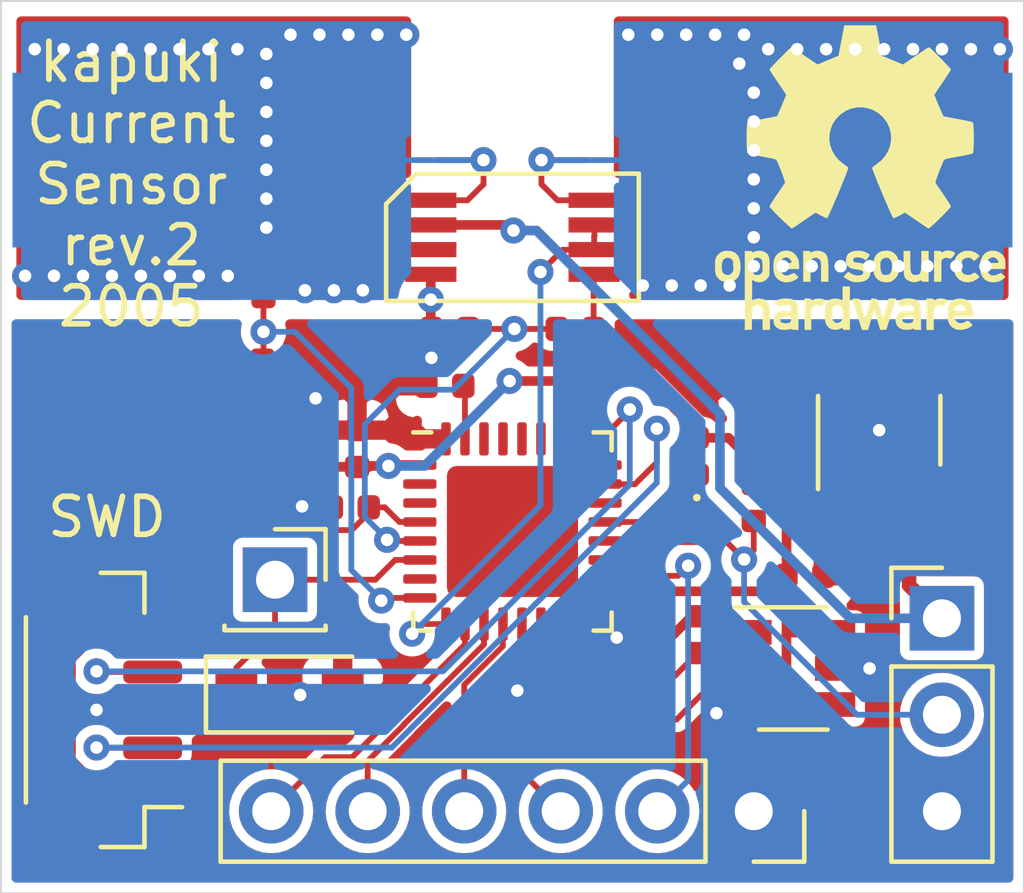
<source format=kicad_pcb>
(kicad_pcb (version 20171130) (host pcbnew "(5.1.4-0-10_14)")

  (general
    (thickness 1.6)
    (drawings 8)
    (tracks 332)
    (zones 0)
    (modules 33)
    (nets 41)
  )

  (page A4)
  (layers
    (0 F.Cu signal)
    (31 B.Cu signal)
    (32 B.Adhes user hide)
    (33 F.Adhes user hide)
    (34 B.Paste user hide)
    (35 F.Paste user hide)
    (36 B.SilkS user hide)
    (37 F.SilkS user)
    (38 B.Mask user hide)
    (39 F.Mask user hide)
    (40 Dwgs.User user hide)
    (41 Cmts.User user hide)
    (42 Eco1.User user hide)
    (43 Eco2.User user hide)
    (44 Edge.Cuts user)
    (45 Margin user hide)
    (46 B.CrtYd user)
    (47 F.CrtYd user)
    (48 B.Fab user hide)
    (49 F.Fab user hide)
  )

  (setup
    (last_trace_width 0.1524)
    (trace_clearance 0.1524)
    (zone_clearance 0.381)
    (zone_45_only no)
    (trace_min 0.1524)
    (via_size 0.6858)
    (via_drill 0.3302)
    (via_min_size 0.6858)
    (via_min_drill 0.3302)
    (uvia_size 0.6858)
    (uvia_drill 0.3302)
    (uvias_allowed no)
    (uvia_min_size 0.6858)
    (uvia_min_drill 0.3302)
    (edge_width 0.05)
    (segment_width 0.2)
    (pcb_text_width 0.3)
    (pcb_text_size 1.5 1.5)
    (mod_edge_width 0.12)
    (mod_text_size 1 1)
    (mod_text_width 0.15)
    (pad_size 1.524 1.524)
    (pad_drill 0.762)
    (pad_to_mask_clearance 0.0508)
    (solder_mask_min_width 0.0508)
    (aux_axis_origin 0 0)
    (visible_elements FFFFFF7F)
    (pcbplotparams
      (layerselection 0x010f0_ffffffff)
      (usegerberextensions false)
      (usegerberattributes false)
      (usegerberadvancedattributes false)
      (creategerberjobfile false)
      (excludeedgelayer true)
      (linewidth 0.100000)
      (plotframeref false)
      (viasonmask false)
      (mode 1)
      (useauxorigin false)
      (hpglpennumber 1)
      (hpglpenspeed 20)
      (hpglpendiameter 15.000000)
      (psnegative false)
      (psa4output false)
      (plotreference true)
      (plotvalue true)
      (plotinvisibletext false)
      (padsonsilk false)
      (subtractmaskfromsilk false)
      (outputformat 1)
      (mirror false)
      (drillshape 0)
      (scaleselection 1)
      (outputdirectory "gerber/"))
  )

  (net 0 "")
  (net 1 GND)
  (net 2 /MOTORPULSE)
  (net 3 /SWDIO)
  (net 4 /SWCLK)
  (net 5 "Net-(J1-Pad2)")
  (net 6 "Net-(R1-Pad2)")
  (net 7 "Net-(R2-Pad2)")
  (net 8 /RXTX)
  (net 9 "Net-(U1-Pad4)")
  (net 10 "Net-(R1-Pad3)")
  (net 11 /VREF)
  (net 12 "Net-(U2-Pad3)")
  (net 13 "Net-(U3-Pad2)")
  (net 14 "Net-(U3-Pad3)")
  (net 15 /EXT2)
  (net 16 /EXT3)
  (net 17 /EXT4)
  (net 18 /EXT5)
  (net 19 "Net-(U3-Pad20)")
  (net 20 "Net-(U3-Pad22)")
  (net 21 "Net-(U3-Pad26)")
  (net 22 "Net-(U3-Pad27)")
  (net 23 "Net-(U3-Pad28)")
  (net 24 "Net-(U3-Pad29)")
  (net 25 "Net-(U3-Pad30)")
  (net 26 "Net-(J2-Pad2)")
  (net 27 VCC)
  (net 28 "Net-(D3-Pad1)")
  (net 29 "Net-(U3-Pad25)")
  (net 30 +3V3)
  (net 31 /IMEAS)
  (net 32 VDDA)
  (net 33 "Net-(C10-Pad1)")
  (net 34 /~RESET~)
  (net 35 "Net-(FB1-Pad1)")
  (net 36 "Net-(R3-Pad1)")
  (net 37 /UMEAS)
  (net 38 "Net-(R8-Pad2)")
  (net 39 "Net-(U3-Pad7)")
  (net 40 /EXT1)

  (net_class Default "This is the default net class."
    (clearance 0.1524)
    (trace_width 0.1524)
    (via_dia 0.6858)
    (via_drill 0.3302)
    (uvia_dia 0.6858)
    (uvia_drill 0.3302)
    (diff_pair_width 0.1524)
    (diff_pair_gap 0.1524)
    (add_net /EXT1)
    (add_net /EXT2)
    (add_net /EXT3)
    (add_net /EXT4)
    (add_net /EXT5)
    (add_net /IMEAS)
    (add_net /MOTORPULSE)
    (add_net /RXTX)
    (add_net /SWCLK)
    (add_net /SWDIO)
    (add_net /UMEAS)
    (add_net /VREF)
    (add_net /~RESET~)
    (add_net "Net-(C10-Pad1)")
    (add_net "Net-(D3-Pad1)")
    (add_net "Net-(FB1-Pad1)")
    (add_net "Net-(J1-Pad2)")
    (add_net "Net-(J2-Pad2)")
    (add_net "Net-(R1-Pad2)")
    (add_net "Net-(R1-Pad3)")
    (add_net "Net-(R2-Pad2)")
    (add_net "Net-(R3-Pad1)")
    (add_net "Net-(R8-Pad2)")
    (add_net "Net-(U1-Pad4)")
    (add_net "Net-(U2-Pad3)")
    (add_net "Net-(U3-Pad2)")
    (add_net "Net-(U3-Pad20)")
    (add_net "Net-(U3-Pad22)")
    (add_net "Net-(U3-Pad25)")
    (add_net "Net-(U3-Pad26)")
    (add_net "Net-(U3-Pad27)")
    (add_net "Net-(U3-Pad28)")
    (add_net "Net-(U3-Pad29)")
    (add_net "Net-(U3-Pad3)")
    (add_net "Net-(U3-Pad30)")
    (add_net "Net-(U3-Pad7)")
  )

  (net_class VCC ""
    (clearance 0.2032)
    (trace_width 0.381)
    (via_dia 0.6858)
    (via_drill 0.3302)
    (uvia_dia 0.6858)
    (uvia_drill 0.3302)
    (diff_pair_width 0.1524)
    (diff_pair_gap 0.1524)
    (add_net +3V3)
    (add_net GND)
    (add_net VCC)
    (add_net VDDA)
  )

  (module Symbol:OSHW-Logo_7.5x8mm_SilkScreen (layer F.Cu) (tedit 0) (tstamp 5E3496F6)
    (at 143.764 51.2572)
    (descr "Open Source Hardware Logo")
    (tags "Logo OSHW")
    (attr virtual)
    (fp_text reference REF** (at 0 0) (layer F.SilkS) hide
      (effects (font (size 1 1) (thickness 0.15)))
    )
    (fp_text value OSHW-Logo_7.5x8mm_SilkScreen (at 0.75 0) (layer F.Fab) hide
      (effects (font (size 1 1) (thickness 0.15)))
    )
    (fp_poly (pts (xy 0.500964 -3.601424) (xy 0.576513 -3.200678) (xy 1.134041 -2.970846) (xy 1.468465 -3.198252)
      (xy 1.562122 -3.261569) (xy 1.646782 -3.318104) (xy 1.718495 -3.365273) (xy 1.773311 -3.400498)
      (xy 1.80728 -3.421195) (xy 1.81653 -3.425658) (xy 1.833195 -3.41418) (xy 1.868806 -3.382449)
      (xy 1.919371 -3.334517) (xy 1.9809 -3.274438) (xy 2.049399 -3.206267) (xy 2.120879 -3.134055)
      (xy 2.191347 -3.061858) (xy 2.256811 -2.993727) (xy 2.31328 -2.933717) (xy 2.356763 -2.885881)
      (xy 2.383268 -2.854273) (xy 2.389605 -2.843695) (xy 2.380486 -2.824194) (xy 2.35492 -2.781469)
      (xy 2.315597 -2.719702) (xy 2.265203 -2.643069) (xy 2.206427 -2.555752) (xy 2.172368 -2.505948)
      (xy 2.110289 -2.415007) (xy 2.055126 -2.332941) (xy 2.009554 -2.263837) (xy 1.97625 -2.211778)
      (xy 1.95789 -2.18085) (xy 1.955131 -2.17435) (xy 1.961385 -2.155879) (xy 1.978434 -2.112828)
      (xy 2.003703 -2.051251) (xy 2.034622 -1.977201) (xy 2.068618 -1.89673) (xy 2.103118 -1.815893)
      (xy 2.135551 -1.740742) (xy 2.163343 -1.677329) (xy 2.183923 -1.631707) (xy 2.194719 -1.609931)
      (xy 2.195356 -1.609074) (xy 2.212307 -1.604916) (xy 2.257451 -1.595639) (xy 2.32611 -1.582156)
      (xy 2.413602 -1.565379) (xy 2.51525 -1.546219) (xy 2.574556 -1.53517) (xy 2.683172 -1.51449)
      (xy 2.781277 -1.494811) (xy 2.863909 -1.477211) (xy 2.926104 -1.462767) (xy 2.962899 -1.452554)
      (xy 2.970296 -1.449314) (xy 2.97754 -1.427383) (xy 2.983385 -1.377853) (xy 2.987835 -1.306515)
      (xy 2.990893 -1.219161) (xy 2.992565 -1.121583) (xy 2.992853 -1.019574) (xy 2.991761 -0.918925)
      (xy 2.989294 -0.825428) (xy 2.985456 -0.744875) (xy 2.98025 -0.683058) (xy 2.973681 -0.64577)
      (xy 2.969741 -0.638007) (xy 2.946188 -0.628702) (xy 2.896282 -0.6154) (xy 2.826623 -0.599663)
      (xy 2.743813 -0.583054) (xy 2.714905 -0.577681) (xy 2.575531 -0.552152) (xy 2.465436 -0.531592)
      (xy 2.380982 -0.515185) (xy 2.31853 -0.502113) (xy 2.274444 -0.491559) (xy 2.245085 -0.482706)
      (xy 2.226815 -0.474737) (xy 2.215998 -0.466835) (xy 2.214485 -0.465273) (xy 2.199377 -0.440114)
      (xy 2.176329 -0.39115) (xy 2.147644 -0.324379) (xy 2.115622 -0.245795) (xy 2.082565 -0.161393)
      (xy 2.050773 -0.07717) (xy 2.022549 0.000879) (xy 2.000193 0.066759) (xy 1.986007 0.114473)
      (xy 1.982293 0.138027) (xy 1.982602 0.138852) (xy 1.995189 0.158104) (xy 2.023744 0.200463)
      (xy 2.065267 0.261521) (xy 2.116756 0.336868) (xy 2.175211 0.422096) (xy 2.191858 0.446315)
      (xy 2.251215 0.534123) (xy 2.303447 0.614238) (xy 2.345708 0.682062) (xy 2.375153 0.732993)
      (xy 2.388937 0.762431) (xy 2.389605 0.766048) (xy 2.378024 0.785057) (xy 2.346024 0.822714)
      (xy 2.297718 0.874973) (xy 2.23722 0.937786) (xy 2.168644 1.007106) (xy 2.096104 1.078885)
      (xy 2.023712 1.149077) (xy 1.955584 1.213635) (xy 1.895832 1.26851) (xy 1.848571 1.309656)
      (xy 1.817913 1.333026) (xy 1.809432 1.336842) (xy 1.789691 1.327855) (xy 1.749274 1.303616)
      (xy 1.694763 1.268209) (xy 1.652823 1.239711) (xy 1.576829 1.187418) (xy 1.486834 1.125845)
      (xy 1.396564 1.06437) (xy 1.348032 1.031469) (xy 1.183762 0.920359) (xy 1.045869 0.994916)
      (xy 0.983049 1.027578) (xy 0.929629 1.052966) (xy 0.893484 1.067446) (xy 0.884284 1.06946)
      (xy 0.873221 1.054584) (xy 0.851394 1.012547) (xy 0.820434 0.947227) (xy 0.78197 0.8625)
      (xy 0.737632 0.762245) (xy 0.689047 0.650339) (xy 0.637846 0.530659) (xy 0.585659 0.407084)
      (xy 0.534113 0.283491) (xy 0.48484 0.163757) (xy 0.439467 0.051759) (xy 0.399625 -0.048623)
      (xy 0.366942 -0.133514) (xy 0.343049 -0.199035) (xy 0.329574 -0.24131) (xy 0.327406 -0.255828)
      (xy 0.344583 -0.274347) (xy 0.38219 -0.30441) (xy 0.432366 -0.339768) (xy 0.436578 -0.342566)
      (xy 0.566264 -0.446375) (xy 0.670834 -0.567485) (xy 0.749381 -0.702024) (xy 0.800999 -0.846118)
      (xy 0.824782 -0.995895) (xy 0.819823 -1.147483) (xy 0.785217 -1.297008) (xy 0.720057 -1.4406)
      (xy 0.700886 -1.472016) (xy 0.601174 -1.598875) (xy 0.483377 -1.700745) (xy 0.351571 -1.777096)
      (xy 0.209833 -1.827398) (xy 0.062242 -1.851121) (xy -0.087127 -1.847735) (xy -0.234197 -1.816712)
      (xy -0.374889 -1.75752) (xy -0.505127 -1.669631) (xy -0.545414 -1.633958) (xy -0.647945 -1.522294)
      (xy -0.722659 -1.404743) (xy -0.77391 -1.27298) (xy -0.802454 -1.142493) (xy -0.8095 -0.995784)
      (xy -0.786004 -0.848347) (xy -0.734351 -0.705166) (xy -0.656929 -0.571223) (xy -0.556125 -0.451502)
      (xy -0.434324 -0.350986) (xy -0.418316 -0.340391) (xy -0.367602 -0.305694) (xy -0.32905 -0.27563)
      (xy -0.310619 -0.256435) (xy -0.310351 -0.255828) (xy -0.314308 -0.235064) (xy -0.329993 -0.187938)
      (xy -0.355778 -0.118327) (xy -0.390031 -0.030107) (xy -0.431123 0.072844) (xy -0.477424 0.18665)
      (xy -0.527304 0.307435) (xy -0.579133 0.431321) (xy -0.631281 0.554432) (xy -0.682118 0.672891)
      (xy -0.730013 0.782823) (xy -0.773338 0.880349) (xy -0.810462 0.961593) (xy -0.839756 1.022679)
      (xy -0.859588 1.05973) (xy -0.867574 1.06946) (xy -0.891979 1.061883) (xy -0.937642 1.04156)
      (xy -0.99669 1.012125) (xy -1.02916 0.994916) (xy -1.167053 0.920359) (xy -1.331323 1.031469)
      (xy -1.415179 1.08839) (xy -1.506987 1.15103) (xy -1.59302 1.210011) (xy -1.636113 1.239711)
      (xy -1.696723 1.28041) (xy -1.748045 1.312663) (xy -1.783385 1.332384) (xy -1.794863 1.336554)
      (xy -1.81157 1.325307) (xy -1.848546 1.293911) (xy -1.902205 1.245624) (xy -1.968962 1.183708)
      (xy -2.045234 1.111421) (xy -2.093473 1.065008) (xy -2.177867 0.982087) (xy -2.250803 0.90792)
      (xy -2.309331 0.84568) (xy -2.350503 0.798541) (xy -2.371372 0.769673) (xy -2.373374 0.763815)
      (xy -2.364083 0.741532) (xy -2.338409 0.696477) (xy -2.2992 0.633211) (xy -2.249303 0.556295)
      (xy -2.191567 0.470292) (xy -2.175149 0.446315) (xy -2.115323 0.35917) (xy -2.06165 0.28071)
      (xy -2.01713 0.215345) (xy -1.984765 0.167484) (xy -1.967555 0.141535) (xy -1.965893 0.138852)
      (xy -1.968379 0.118172) (xy -1.981577 0.072704) (xy -2.003186 0.008444) (xy -2.030904 -0.068613)
      (xy -2.06243 -0.152471) (xy -2.095463 -0.237134) (xy -2.127701 -0.316608) (xy -2.156843 -0.384896)
      (xy -2.180588 -0.436003) (xy -2.196635 -0.463933) (xy -2.197775 -0.465273) (xy -2.207588 -0.473255)
      (xy -2.224161 -0.481149) (xy -2.251132 -0.489771) (xy -2.292139 -0.499938) (xy -2.35082 -0.512469)
      (xy -2.430813 -0.528179) (xy -2.535755 -0.547887) (xy -2.669285 -0.572408) (xy -2.698196 -0.577681)
      (xy -2.783882 -0.594236) (xy -2.858582 -0.610431) (xy -2.915694 -0.624704) (xy -2.948617 -0.635492)
      (xy -2.953031 -0.638007) (xy -2.960306 -0.660304) (xy -2.966219 -0.710131) (xy -2.970766 -0.781696)
      (xy -2.973945 -0.869207) (xy -2.975749 -0.966872) (xy -2.976177 -1.068899) (xy -2.975223 -1.169497)
      (xy -2.972884 -1.262873) (xy -2.969156 -1.343235) (xy -2.964034 -1.404791) (xy -2.957516 -1.44175)
      (xy -2.953586 -1.449314) (xy -2.931708 -1.456944) (xy -2.881891 -1.469358) (xy -2.809097 -1.485478)
      (xy -2.718289 -1.504227) (xy -2.614431 -1.524529) (xy -2.557846 -1.53517) (xy -2.450486 -1.55524)
      (xy -2.354746 -1.57342) (xy -2.275306 -1.588801) (xy -2.216846 -1.600469) (xy -2.184045 -1.607512)
      (xy -2.178646 -1.609074) (xy -2.169522 -1.626678) (xy -2.150235 -1.669082) (xy -2.123355 -1.730228)
      (xy -2.091454 -1.804057) (xy -2.057102 -1.884511) (xy -2.022871 -1.965532) (xy -1.991331 -2.041063)
      (xy -1.965054 -2.105045) (xy -1.946611 -2.15142) (xy -1.938571 -2.174131) (xy -1.938422 -2.175124)
      (xy -1.947535 -2.193039) (xy -1.973086 -2.234267) (xy -2.012388 -2.294709) (xy -2.062757 -2.370269)
      (xy -2.121506 -2.456848) (xy -2.155658 -2.506579) (xy -2.21789 -2.597764) (xy -2.273164 -2.680551)
      (xy -2.318782 -2.750751) (xy -2.352048 -2.804176) (xy -2.370264 -2.836639) (xy -2.372895 -2.843917)
      (xy -2.361586 -2.860855) (xy -2.330319 -2.897022) (xy -2.28309 -2.948365) (xy -2.223892 -3.010833)
      (xy -2.156719 -3.080374) (xy -2.085566 -3.152935) (xy -2.014426 -3.224465) (xy -1.947293 -3.290913)
      (xy -1.888161 -3.348226) (xy -1.841025 -3.392353) (xy -1.809877 -3.419241) (xy -1.799457 -3.425658)
      (xy -1.782491 -3.416635) (xy -1.741911 -3.391285) (xy -1.681663 -3.35219) (xy -1.605693 -3.301929)
      (xy -1.517946 -3.243083) (xy -1.451756 -3.198252) (xy -1.117332 -2.970846) (xy -0.838567 -3.085762)
      (xy -0.559803 -3.200678) (xy -0.484254 -3.601424) (xy -0.408706 -4.002171) (xy 0.425415 -4.002171)
      (xy 0.500964 -3.601424)) (layer F.SilkS) (width 0.01))
    (fp_poly (pts (xy 2.391388 1.937645) (xy 2.448865 1.955206) (xy 2.485872 1.977395) (xy 2.497927 1.994942)
      (xy 2.494609 2.015742) (xy 2.473079 2.048419) (xy 2.454874 2.071562) (xy 2.417344 2.113402)
      (xy 2.389148 2.131005) (xy 2.365111 2.129856) (xy 2.293808 2.11171) (xy 2.241442 2.112534)
      (xy 2.198918 2.133098) (xy 2.184642 2.145134) (xy 2.138947 2.187483) (xy 2.138947 2.740526)
      (xy 1.955131 2.740526) (xy 1.955131 1.938421) (xy 2.047039 1.938421) (xy 2.102219 1.940603)
      (xy 2.130688 1.948351) (xy 2.138943 1.963468) (xy 2.138947 1.963916) (xy 2.142845 1.979749)
      (xy 2.160474 1.977684) (xy 2.184901 1.966261) (xy 2.23535 1.945005) (xy 2.276316 1.932216)
      (xy 2.329028 1.928938) (xy 2.391388 1.937645)) (layer F.SilkS) (width 0.01))
    (fp_poly (pts (xy -1.002043 1.952226) (xy -0.960454 1.97209) (xy -0.920175 2.000784) (xy -0.88949 2.033809)
      (xy -0.867139 2.075931) (xy -0.851864 2.131915) (xy -0.842408 2.206528) (xy -0.837513 2.304535)
      (xy -0.835919 2.430702) (xy -0.835894 2.443914) (xy -0.835527 2.740526) (xy -1.019343 2.740526)
      (xy -1.019343 2.467081) (xy -1.019473 2.365777) (xy -1.020379 2.292353) (xy -1.022827 2.241271)
      (xy -1.027586 2.20699) (xy -1.035426 2.183971) (xy -1.047115 2.166673) (xy -1.063398 2.149581)
      (xy -1.120366 2.112857) (xy -1.182555 2.106042) (xy -1.241801 2.129261) (xy -1.262405 2.146543)
      (xy -1.27753 2.162791) (xy -1.28839 2.180191) (xy -1.29569 2.204212) (xy -1.300137 2.240322)
      (xy -1.302436 2.293988) (xy -1.303296 2.37068) (xy -1.303422 2.464043) (xy -1.303422 2.740526)
      (xy -1.487237 2.740526) (xy -1.487237 1.938421) (xy -1.395329 1.938421) (xy -1.340149 1.940603)
      (xy -1.31168 1.948351) (xy -1.303425 1.963468) (xy -1.303422 1.963916) (xy -1.299592 1.97872)
      (xy -1.282699 1.97704) (xy -1.249112 1.960773) (xy -1.172937 1.93684) (xy -1.0858 1.934178)
      (xy -1.002043 1.952226)) (layer F.SilkS) (width 0.01))
    (fp_poly (pts (xy 3.558784 1.935554) (xy 3.601574 1.945949) (xy 3.683609 1.984013) (xy 3.753757 2.042149)
      (xy 3.802305 2.111852) (xy 3.808975 2.127502) (xy 3.818124 2.168496) (xy 3.824529 2.229138)
      (xy 3.82671 2.29043) (xy 3.82671 2.406316) (xy 3.584407 2.406316) (xy 3.484471 2.406693)
      (xy 3.414069 2.408987) (xy 3.369313 2.414938) (xy 3.346315 2.426285) (xy 3.341189 2.444771)
      (xy 3.350048 2.472136) (xy 3.365917 2.504155) (xy 3.410184 2.557592) (xy 3.471699 2.584215)
      (xy 3.546885 2.583347) (xy 3.632053 2.554371) (xy 3.705659 2.518611) (xy 3.766734 2.566904)
      (xy 3.82781 2.615197) (xy 3.770351 2.668285) (xy 3.693641 2.718445) (xy 3.599302 2.748688)
      (xy 3.497827 2.757151) (xy 3.399711 2.741974) (xy 3.383881 2.736824) (xy 3.297647 2.691791)
      (xy 3.233501 2.624652) (xy 3.190091 2.533405) (xy 3.166064 2.416044) (xy 3.165784 2.413529)
      (xy 3.163633 2.285627) (xy 3.172329 2.239997) (xy 3.342105 2.239997) (xy 3.357697 2.247013)
      (xy 3.400029 2.252388) (xy 3.462434 2.255457) (xy 3.501981 2.255921) (xy 3.575728 2.25563)
      (xy 3.62184 2.253783) (xy 3.6461 2.248912) (xy 3.654294 2.239555) (xy 3.652206 2.224245)
      (xy 3.650455 2.218322) (xy 3.62056 2.162668) (xy 3.573542 2.117815) (xy 3.532049 2.098105)
      (xy 3.476926 2.099295) (xy 3.421068 2.123875) (xy 3.374212 2.16457) (xy 3.346094 2.214108)
      (xy 3.342105 2.239997) (xy 3.172329 2.239997) (xy 3.185074 2.173133) (xy 3.227611 2.078727)
      (xy 3.288747 2.005088) (xy 3.365985 1.954893) (xy 3.45683 1.930822) (xy 3.558784 1.935554)) (layer F.SilkS) (width 0.01))
    (fp_poly (pts (xy 2.946576 1.945419) (xy 3.043395 1.986549) (xy 3.07389 2.006571) (xy 3.112865 2.03734)
      (xy 3.137331 2.061533) (xy 3.141578 2.069413) (xy 3.129584 2.086899) (xy 3.098887 2.11657)
      (xy 3.074312 2.137279) (xy 3.007046 2.191336) (xy 2.95393 2.146642) (xy 2.912884 2.117789)
      (xy 2.872863 2.107829) (xy 2.827059 2.110261) (xy 2.754324 2.128345) (xy 2.704256 2.165881)
      (xy 2.673829 2.226562) (xy 2.660017 2.314081) (xy 2.660013 2.314136) (xy 2.661208 2.411958)
      (xy 2.679772 2.48373) (xy 2.716804 2.532595) (xy 2.74205 2.549143) (xy 2.809097 2.569749)
      (xy 2.880709 2.569762) (xy 2.943015 2.549768) (xy 2.957763 2.54) (xy 2.99475 2.515047)
      (xy 3.023668 2.510958) (xy 3.054856 2.52953) (xy 3.089336 2.562887) (xy 3.143912 2.619196)
      (xy 3.083318 2.669142) (xy 2.989698 2.725513) (xy 2.884125 2.753293) (xy 2.773798 2.751282)
      (xy 2.701343 2.732862) (xy 2.616656 2.68731) (xy 2.548927 2.61565) (xy 2.518157 2.565066)
      (xy 2.493236 2.492488) (xy 2.480766 2.400569) (xy 2.48067 2.300948) (xy 2.49287 2.205267)
      (xy 2.51729 2.125169) (xy 2.521136 2.116956) (xy 2.578093 2.036413) (xy 2.655209 1.977771)
      (xy 2.74639 1.942247) (xy 2.845543 1.931057) (xy 2.946576 1.945419)) (layer F.SilkS) (width 0.01))
    (fp_poly (pts (xy 1.320131 2.198533) (xy 1.32171 2.321089) (xy 1.327481 2.414179) (xy 1.338991 2.481651)
      (xy 1.35779 2.527355) (xy 1.385426 2.555139) (xy 1.423448 2.568854) (xy 1.470526 2.572358)
      (xy 1.519832 2.568432) (xy 1.557283 2.554089) (xy 1.584428 2.525478) (xy 1.602815 2.478751)
      (xy 1.613993 2.410058) (xy 1.619511 2.31555) (xy 1.620921 2.198533) (xy 1.620921 1.938421)
      (xy 1.804736 1.938421) (xy 1.804736 2.740526) (xy 1.712828 2.740526) (xy 1.657422 2.738281)
      (xy 1.628891 2.730396) (xy 1.620921 2.715428) (xy 1.61612 2.702097) (xy 1.597014 2.704917)
      (xy 1.558504 2.723783) (xy 1.470239 2.752887) (xy 1.376623 2.750825) (xy 1.286921 2.719221)
      (xy 1.244204 2.694257) (xy 1.211621 2.667226) (xy 1.187817 2.633405) (xy 1.171439 2.588068)
      (xy 1.161131 2.526489) (xy 1.155541 2.443943) (xy 1.153312 2.335705) (xy 1.153026 2.252004)
      (xy 1.153026 1.938421) (xy 1.320131 1.938421) (xy 1.320131 2.198533)) (layer F.SilkS) (width 0.01))
    (fp_poly (pts (xy 0.811669 1.94831) (xy 0.896192 1.99434) (xy 0.962321 2.067006) (xy 0.993478 2.126106)
      (xy 1.006855 2.178305) (xy 1.015522 2.252719) (xy 1.019237 2.338442) (xy 1.017754 2.424569)
      (xy 1.010831 2.500193) (xy 1.002745 2.540584) (xy 0.975465 2.59584) (xy 0.92822 2.65453)
      (xy 0.871282 2.705852) (xy 0.814924 2.739005) (xy 0.81355 2.739531) (xy 0.743616 2.754018)
      (xy 0.660737 2.754377) (xy 0.581977 2.741188) (xy 0.551566 2.730617) (xy 0.473239 2.686201)
      (xy 0.417143 2.628007) (xy 0.380286 2.550965) (xy 0.35968 2.450001) (xy 0.355018 2.397116)
      (xy 0.355613 2.330663) (xy 0.534736 2.330663) (xy 0.54077 2.42763) (xy 0.558138 2.501523)
      (xy 0.58574 2.548736) (xy 0.605404 2.562237) (xy 0.655787 2.571651) (xy 0.715673 2.568864)
      (xy 0.767449 2.555316) (xy 0.781027 2.547862) (xy 0.816849 2.504451) (xy 0.840493 2.438014)
      (xy 0.850558 2.357161) (xy 0.845642 2.270502) (xy 0.834655 2.218349) (xy 0.803109 2.157951)
      (xy 0.753311 2.120197) (xy 0.693337 2.107143) (xy 0.631264 2.120849) (xy 0.583582 2.154372)
      (xy 0.558525 2.182031) (xy 0.5439 2.209294) (xy 0.536929 2.24619) (xy 0.534833 2.30275)
      (xy 0.534736 2.330663) (xy 0.355613 2.330663) (xy 0.356282 2.255994) (xy 0.379265 2.140271)
      (xy 0.423972 2.049941) (xy 0.490405 1.985) (xy 0.578565 1.945445) (xy 0.597495 1.940858)
      (xy 0.711266 1.93009) (xy 0.811669 1.94831)) (layer F.SilkS) (width 0.01))
    (fp_poly (pts (xy 0.018628 1.935547) (xy 0.081908 1.947548) (xy 0.147557 1.972648) (xy 0.154572 1.975848)
      (xy 0.204356 2.002026) (xy 0.238834 2.026353) (xy 0.249978 2.041937) (xy 0.239366 2.067353)
      (xy 0.213588 2.104853) (xy 0.202146 2.118852) (xy 0.154992 2.173954) (xy 0.094201 2.138086)
      (xy 0.036347 2.114192) (xy -0.0305 2.10142) (xy -0.094606 2.100613) (xy -0.144236 2.112615)
      (xy -0.156146 2.120105) (xy -0.178828 2.15445) (xy -0.181584 2.194013) (xy -0.164612 2.22492)
      (xy -0.154573 2.230913) (xy -0.12449 2.238357) (xy -0.071611 2.247106) (xy -0.006425 2.255467)
      (xy 0.0056 2.256778) (xy 0.110297 2.274888) (xy 0.186232 2.305651) (xy 0.236592 2.351907)
      (xy 0.264564 2.416497) (xy 0.273278 2.495387) (xy 0.26124 2.585065) (xy 0.222151 2.655486)
      (xy 0.155855 2.706777) (xy 0.062194 2.739067) (xy -0.041777 2.751807) (xy -0.126562 2.751654)
      (xy -0.195335 2.740083) (xy -0.242303 2.724109) (xy -0.30165 2.696275) (xy -0.356494 2.663973)
      (xy -0.375987 2.649755) (xy -0.426119 2.608835) (xy -0.305197 2.486477) (xy -0.236457 2.531967)
      (xy -0.167512 2.566133) (xy -0.093889 2.584004) (xy -0.023117 2.585889) (xy 0.037274 2.572101)
      (xy 0.079757 2.542949) (xy 0.093474 2.518352) (xy 0.091417 2.478904) (xy 0.05733 2.448737)
      (xy -0.008692 2.427906) (xy -0.081026 2.418279) (xy -0.192348 2.39991) (xy -0.275048 2.365254)
      (xy -0.330235 2.313297) (xy -0.359012 2.243023) (xy -0.362999 2.159707) (xy -0.343307 2.072681)
      (xy -0.298411 2.006902) (xy -0.227909 1.962068) (xy -0.131399 1.937879) (xy -0.0599 1.933137)
      (xy 0.018628 1.935547)) (layer F.SilkS) (width 0.01))
    (fp_poly (pts (xy -1.802982 1.957027) (xy -1.78633 1.964866) (xy -1.728695 2.007086) (xy -1.674195 2.0687)
      (xy -1.633501 2.136543) (xy -1.621926 2.167734) (xy -1.611366 2.223449) (xy -1.605069 2.290781)
      (xy -1.604304 2.318585) (xy -1.604211 2.406316) (xy -2.10915 2.406316) (xy -2.098387 2.45227)
      (xy -2.071967 2.50662) (xy -2.025778 2.553591) (xy -1.970828 2.583848) (xy -1.935811 2.590131)
      (xy -1.888323 2.582506) (xy -1.831665 2.563383) (xy -1.812418 2.554584) (xy -1.741241 2.519036)
      (xy -1.680498 2.565367) (xy -1.645448 2.596703) (xy -1.626798 2.622567) (xy -1.625853 2.630158)
      (xy -1.642515 2.648556) (xy -1.67903 2.676515) (xy -1.712172 2.698327) (xy -1.801607 2.737537)
      (xy -1.901871 2.755285) (xy -2.001246 2.75067) (xy -2.080461 2.726551) (xy -2.16212 2.674884)
      (xy -2.220151 2.606856) (xy -2.256454 2.518843) (xy -2.272928 2.407216) (xy -2.274389 2.356138)
      (xy -2.268543 2.239091) (xy -2.267825 2.235686) (xy -2.100511 2.235686) (xy -2.095903 2.246662)
      (xy -2.076964 2.252715) (xy -2.037902 2.25531) (xy -1.972923 2.25591) (xy -1.947903 2.255921)
      (xy -1.871779 2.255014) (xy -1.823504 2.25172) (xy -1.79754 2.245181) (xy -1.788352 2.234537)
      (xy -1.788027 2.231119) (xy -1.798513 2.203956) (xy -1.824758 2.165903) (xy -1.836041 2.152579)
      (xy -1.877928 2.114896) (xy -1.921591 2.10008) (xy -1.945115 2.098842) (xy -2.008757 2.114329)
      (xy -2.062127 2.15593) (xy -2.095981 2.216353) (xy -2.096581 2.218322) (xy -2.100511 2.235686)
      (xy -2.267825 2.235686) (xy -2.249101 2.146928) (xy -2.214078 2.07319) (xy -2.171244 2.020848)
      (xy -2.092052 1.964092) (xy -1.99896 1.933762) (xy -1.899945 1.931021) (xy -1.802982 1.957027)) (layer F.SilkS) (width 0.01))
    (fp_poly (pts (xy -3.373216 1.947104) (xy -3.285795 1.985754) (xy -3.21943 2.05029) (xy -3.174024 2.140812)
      (xy -3.149482 2.257418) (xy -3.147723 2.275624) (xy -3.146344 2.403984) (xy -3.164216 2.516496)
      (xy -3.20025 2.607688) (xy -3.219545 2.637022) (xy -3.286755 2.699106) (xy -3.37235 2.739316)
      (xy -3.46811 2.756003) (xy -3.565813 2.747517) (xy -3.640083 2.72138) (xy -3.703953 2.677335)
      (xy -3.756154 2.619587) (xy -3.757057 2.618236) (xy -3.778256 2.582593) (xy -3.792033 2.546752)
      (xy -3.800376 2.501519) (xy -3.805273 2.437701) (xy -3.807431 2.385368) (xy -3.808329 2.33791)
      (xy -3.641257 2.33791) (xy -3.639624 2.385154) (xy -3.633696 2.448046) (xy -3.623239 2.488407)
      (xy -3.604381 2.517122) (xy -3.586719 2.533896) (xy -3.524106 2.569016) (xy -3.458592 2.57371)
      (xy -3.397579 2.54844) (xy -3.367072 2.520124) (xy -3.345089 2.491589) (xy -3.332231 2.464284)
      (xy -3.326588 2.42875) (xy -3.326249 2.375524) (xy -3.327988 2.326506) (xy -3.331729 2.256482)
      (xy -3.337659 2.211064) (xy -3.348347 2.18144) (xy -3.366361 2.158797) (xy -3.380637 2.145855)
      (xy -3.440349 2.11186) (xy -3.504766 2.110165) (xy -3.558781 2.130301) (xy -3.60486 2.172352)
      (xy -3.632311 2.241428) (xy -3.641257 2.33791) (xy -3.808329 2.33791) (xy -3.809401 2.281299)
      (xy -3.806036 2.203468) (xy -3.795955 2.14493) (xy -3.777774 2.098737) (xy -3.75011 2.057942)
      (xy -3.739854 2.045828) (xy -3.675722 1.985474) (xy -3.606934 1.95022) (xy -3.522811 1.93545)
      (xy -3.481791 1.934243) (xy -3.373216 1.947104)) (layer F.SilkS) (width 0.01))
    (fp_poly (pts (xy 2.701193 3.196078) (xy 2.781068 3.216845) (xy 2.847962 3.259705) (xy 2.880351 3.291723)
      (xy 2.933445 3.367413) (xy 2.963873 3.455216) (xy 2.974327 3.56315) (xy 2.97438 3.571875)
      (xy 2.974473 3.659605) (xy 2.469534 3.659605) (xy 2.480298 3.705559) (xy 2.499732 3.747178)
      (xy 2.533745 3.790544) (xy 2.54086 3.797467) (xy 2.602003 3.834935) (xy 2.671729 3.841289)
      (xy 2.751987 3.816638) (xy 2.765592 3.81) (xy 2.807319 3.789819) (xy 2.835268 3.778321)
      (xy 2.840145 3.777258) (xy 2.857168 3.787583) (xy 2.889633 3.812845) (xy 2.906114 3.82665)
      (xy 2.940264 3.858361) (xy 2.951478 3.879299) (xy 2.943695 3.89856) (xy 2.939535 3.903827)
      (xy 2.911357 3.926878) (xy 2.864862 3.954892) (xy 2.832434 3.971246) (xy 2.740385 4.000059)
      (xy 2.638476 4.009395) (xy 2.541963 3.998332) (xy 2.514934 3.990412) (xy 2.431276 3.945581)
      (xy 2.369266 3.876598) (xy 2.328545 3.782794) (xy 2.308755 3.663498) (xy 2.306582 3.601118)
      (xy 2.312926 3.510298) (xy 2.473157 3.510298) (xy 2.488655 3.517012) (xy 2.530312 3.52228)
      (xy 2.590876 3.525389) (xy 2.631907 3.525921) (xy 2.705711 3.525408) (xy 2.752293 3.523006)
      (xy 2.777848 3.517422) (xy 2.788569 3.507361) (xy 2.790657 3.492763) (xy 2.776331 3.447796)
      (xy 2.740262 3.403353) (xy 2.692815 3.369242) (xy 2.645349 3.355288) (xy 2.580879 3.367666)
      (xy 2.52507 3.403452) (xy 2.486374 3.455033) (xy 2.473157 3.510298) (xy 2.312926 3.510298)
      (xy 2.315821 3.468866) (xy 2.344336 3.363498) (xy 2.392729 3.284178) (xy 2.461604 3.230071)
      (xy 2.551565 3.200343) (xy 2.6003 3.194618) (xy 2.701193 3.196078)) (layer F.SilkS) (width 0.01))
    (fp_poly (pts (xy 2.173167 3.191447) (xy 2.237408 3.204112) (xy 2.27398 3.222864) (xy 2.312453 3.254017)
      (xy 2.257717 3.323127) (xy 2.223969 3.364979) (xy 2.201053 3.385398) (xy 2.178279 3.388517)
      (xy 2.144956 3.378472) (xy 2.129314 3.372789) (xy 2.065542 3.364404) (xy 2.00714 3.382378)
      (xy 1.964264 3.422982) (xy 1.957299 3.435929) (xy 1.949713 3.470224) (xy 1.943859 3.533427)
      (xy 1.940011 3.62106) (xy 1.938443 3.72864) (xy 1.938421 3.743944) (xy 1.938421 4.010526)
      (xy 1.754605 4.010526) (xy 1.754605 3.19171) (xy 1.846513 3.19171) (xy 1.899507 3.193094)
      (xy 1.927115 3.199252) (xy 1.937324 3.213194) (xy 1.938421 3.226344) (xy 1.938421 3.260978)
      (xy 1.98245 3.226344) (xy 2.032937 3.202716) (xy 2.10076 3.191033) (xy 2.173167 3.191447)) (layer F.SilkS) (width 0.01))
    (fp_poly (pts (xy 1.379992 3.196673) (xy 1.450427 3.21378) (xy 1.470787 3.222844) (xy 1.510253 3.246583)
      (xy 1.540541 3.273321) (xy 1.562952 3.307699) (xy 1.578786 3.35436) (xy 1.589343 3.417946)
      (xy 1.595924 3.503099) (xy 1.599828 3.614462) (xy 1.60131 3.688849) (xy 1.606765 4.010526)
      (xy 1.51358 4.010526) (xy 1.457047 4.008156) (xy 1.427922 4.000055) (xy 1.420394 3.986451)
      (xy 1.41642 3.971741) (xy 1.398652 3.974554) (xy 1.37444 3.986348) (xy 1.313828 4.004427)
      (xy 1.235929 4.009299) (xy 1.153995 4.00133) (xy 1.081281 3.980889) (xy 1.074759 3.978051)
      (xy 1.008302 3.931365) (xy 0.964491 3.866464) (xy 0.944332 3.7906) (xy 0.945872 3.763344)
      (xy 1.110345 3.763344) (xy 1.124837 3.800024) (xy 1.167805 3.826309) (xy 1.237129 3.840417)
      (xy 1.274177 3.84229) (xy 1.335919 3.837494) (xy 1.37696 3.818858) (xy 1.386973 3.81)
      (xy 1.4141 3.761806) (xy 1.420394 3.718092) (xy 1.420394 3.659605) (xy 1.33893 3.659605)
      (xy 1.244234 3.664432) (xy 1.177813 3.679613) (xy 1.135846 3.7062) (xy 1.126449 3.718052)
      (xy 1.110345 3.763344) (xy 0.945872 3.763344) (xy 0.948829 3.711026) (xy 0.978985 3.634995)
      (xy 1.020131 3.583612) (xy 1.045052 3.561397) (xy 1.069448 3.546798) (xy 1.101191 3.537897)
      (xy 1.148152 3.532775) (xy 1.218204 3.529515) (xy 1.24599 3.528577) (xy 1.420394 3.522879)
      (xy 1.420138 3.470091) (xy 1.413384 3.414603) (xy 1.388964 3.381052) (xy 1.33963 3.359618)
      (xy 1.338306 3.359236) (xy 1.26836 3.350808) (xy 1.199914 3.361816) (xy 1.149047 3.388585)
      (xy 1.128637 3.401803) (xy 1.106654 3.399974) (xy 1.072826 3.380824) (xy 1.052961 3.367308)
      (xy 1.014106 3.338432) (xy 0.990038 3.316786) (xy 0.986176 3.310589) (xy 1.002079 3.278519)
      (xy 1.049065 3.240219) (xy 1.069473 3.227297) (xy 1.128143 3.205041) (xy 1.207212 3.192432)
      (xy 1.295041 3.1896) (xy 1.379992 3.196673)) (layer F.SilkS) (width 0.01))
    (fp_poly (pts (xy 0.37413 3.195104) (xy 0.44022 3.200066) (xy 0.526626 3.459079) (xy 0.613031 3.718092)
      (xy 0.640124 3.626184) (xy 0.656428 3.569384) (xy 0.677875 3.492625) (xy 0.701035 3.408251)
      (xy 0.71328 3.362993) (xy 0.759344 3.19171) (xy 0.949387 3.19171) (xy 0.892582 3.371349)
      (xy 0.864607 3.459704) (xy 0.830813 3.566281) (xy 0.79552 3.677454) (xy 0.764013 3.776579)
      (xy 0.69225 4.002171) (xy 0.537286 4.012253) (xy 0.49527 3.873528) (xy 0.469359 3.787351)
      (xy 0.441083 3.692347) (xy 0.416369 3.608441) (xy 0.415394 3.605102) (xy 0.396935 3.548248)
      (xy 0.380649 3.509456) (xy 0.369242 3.494787) (xy 0.366898 3.496483) (xy 0.358671 3.519225)
      (xy 0.343038 3.56794) (xy 0.321904 3.636502) (xy 0.29717 3.718785) (xy 0.283787 3.764046)
      (xy 0.211311 4.010526) (xy 0.057495 4.010526) (xy -0.065469 3.622006) (xy -0.100012 3.513022)
      (xy -0.131479 3.414048) (xy -0.158384 3.329736) (xy -0.179241 3.264734) (xy -0.192562 3.223692)
      (xy -0.196612 3.211701) (xy -0.193406 3.199423) (xy -0.168235 3.194046) (xy -0.115854 3.194584)
      (xy -0.107655 3.19499) (xy -0.010518 3.200066) (xy 0.0531 3.434013) (xy 0.076484 3.519333)
      (xy 0.097381 3.594335) (xy 0.113951 3.652507) (xy 0.124354 3.687337) (xy 0.126276 3.693016)
      (xy 0.134241 3.686486) (xy 0.150304 3.652654) (xy 0.172621 3.596127) (xy 0.199345 3.52151)
      (xy 0.221937 3.454107) (xy 0.308041 3.190143) (xy 0.37413 3.195104)) (layer F.SilkS) (width 0.01))
    (fp_poly (pts (xy -0.267369 4.010526) (xy -0.359277 4.010526) (xy -0.412623 4.008962) (xy -0.440407 4.002485)
      (xy -0.45041 3.988418) (xy -0.451185 3.978906) (xy -0.452872 3.959832) (xy -0.46351 3.956174)
      (xy -0.491465 3.967932) (xy -0.513205 3.978906) (xy -0.596668 4.004911) (xy -0.687396 4.006416)
      (xy -0.761158 3.987021) (xy -0.829846 3.940165) (xy -0.882206 3.871004) (xy -0.910878 3.789427)
      (xy -0.911608 3.784866) (xy -0.915868 3.735101) (xy -0.917986 3.663659) (xy -0.917816 3.609626)
      (xy -0.73528 3.609626) (xy -0.731051 3.681441) (xy -0.721432 3.740634) (xy -0.70841 3.77406)
      (xy -0.659144 3.81974) (xy -0.60065 3.836115) (xy -0.540329 3.822873) (xy -0.488783 3.783373)
      (xy -0.469262 3.756807) (xy -0.457848 3.725106) (xy -0.452502 3.678832) (xy -0.451185 3.609328)
      (xy -0.453542 3.540499) (xy -0.459767 3.480026) (xy -0.468592 3.439556) (xy -0.470063 3.435929)
      (xy -0.505653 3.392802) (xy -0.5576 3.369124) (xy -0.615722 3.365301) (xy -0.66984 3.381738)
      (xy -0.709774 3.41884) (xy -0.713917 3.426222) (xy -0.726884 3.471239) (xy -0.733948 3.535967)
      (xy -0.73528 3.609626) (xy -0.917816 3.609626) (xy -0.917729 3.58223) (xy -0.916528 3.538405)
      (xy -0.908355 3.429988) (xy -0.89137 3.348588) (xy -0.863113 3.288412) (xy -0.821128 3.243666)
      (xy -0.780368 3.2174) (xy -0.723419 3.198935) (xy -0.652589 3.192602) (xy -0.580059 3.19776)
      (xy -0.518014 3.213769) (xy -0.485232 3.23292) (xy -0.451185 3.263732) (xy -0.451185 2.87421)
      (xy -0.267369 2.87421) (xy -0.267369 4.010526)) (layer F.SilkS) (width 0.01))
    (fp_poly (pts (xy -1.320119 3.193486) (xy -1.295112 3.200982) (xy -1.28705 3.217451) (xy -1.286711 3.224886)
      (xy -1.285264 3.245594) (xy -1.275302 3.248845) (xy -1.248388 3.234648) (xy -1.232402 3.224948)
      (xy -1.181967 3.204175) (xy -1.121728 3.193904) (xy -1.058566 3.193114) (xy -0.999363 3.200786)
      (xy -0.950998 3.215898) (xy -0.920354 3.237432) (xy -0.914311 3.264366) (xy -0.917361 3.27166)
      (xy -0.939594 3.301937) (xy -0.97407 3.339175) (xy -0.980306 3.345195) (xy -1.013167 3.372875)
      (xy -1.04152 3.381818) (xy -1.081173 3.375576) (xy -1.097058 3.371429) (xy -1.146491 3.361467)
      (xy -1.181248 3.365947) (xy -1.2106 3.381746) (xy -1.237487 3.402949) (xy -1.25729 3.429614)
      (xy -1.271052 3.466827) (xy -1.279816 3.519673) (xy -1.284626 3.593237) (xy -1.286526 3.692605)
      (xy -1.286711 3.752601) (xy -1.286711 4.010526) (xy -1.453816 4.010526) (xy -1.453816 3.19171)
      (xy -1.370264 3.19171) (xy -1.320119 3.193486)) (layer F.SilkS) (width 0.01))
    (fp_poly (pts (xy -1.839543 3.198184) (xy -1.76093 3.21916) (xy -1.701084 3.25718) (xy -1.658853 3.306978)
      (xy -1.645725 3.32823) (xy -1.636032 3.350492) (xy -1.629256 3.37897) (xy -1.624877 3.418871)
      (xy -1.622376 3.475401) (xy -1.621232 3.553767) (xy -1.620928 3.659176) (xy -1.620922 3.687142)
      (xy -1.620922 4.010526) (xy -1.701132 4.010526) (xy -1.752294 4.006943) (xy -1.790123 3.997866)
      (xy -1.799601 3.992268) (xy -1.825512 3.982606) (xy -1.851976 3.992268) (xy -1.895548 4.00433)
      (xy -1.95884 4.009185) (xy -2.02899 4.007078) (xy -2.09314 3.998256) (xy -2.130593 3.986937)
      (xy -2.203067 3.940412) (xy -2.24836 3.875846) (xy -2.268722 3.79) (xy -2.268912 3.787796)
      (xy -2.267125 3.749713) (xy -2.105527 3.749713) (xy -2.091399 3.79303) (xy -2.068388 3.817408)
      (xy -2.022196 3.835845) (xy -1.961225 3.843205) (xy -1.899051 3.839583) (xy -1.849249 3.825074)
      (xy -1.835297 3.815765) (xy -1.810915 3.772753) (xy -1.804737 3.723857) (xy -1.804737 3.659605)
      (xy -1.897182 3.659605) (xy -1.985005 3.666366) (xy -2.051582 3.68552) (xy -2.092998 3.715376)
      (xy -2.105527 3.749713) (xy -2.267125 3.749713) (xy -2.26451 3.694004) (xy -2.233576 3.619847)
      (xy -2.175419 3.563767) (xy -2.16738 3.558665) (xy -2.132837 3.542055) (xy -2.090082 3.531996)
      (xy -2.030314 3.527107) (xy -1.95931 3.525983) (xy -1.804737 3.525921) (xy -1.804737 3.461125)
      (xy -1.811294 3.41085) (xy -1.828025 3.377169) (xy -1.829984 3.375376) (xy -1.867217 3.360642)
      (xy -1.92342 3.354931) (xy -1.985533 3.357737) (xy -2.04049 3.368556) (xy -2.073101 3.384782)
      (xy -2.090772 3.39778) (xy -2.109431 3.400262) (xy -2.135181 3.389613) (xy -2.174127 3.363218)
      (xy -2.23237 3.318465) (xy -2.237716 3.314273) (xy -2.234977 3.29876) (xy -2.212124 3.27296)
      (xy -2.177391 3.244289) (xy -2.13901 3.220166) (xy -2.126952 3.21447) (xy -2.082966 3.203103)
      (xy -2.018513 3.194995) (xy -1.946503 3.191743) (xy -1.943136 3.191736) (xy -1.839543 3.198184)) (layer F.SilkS) (width 0.01))
    (fp_poly (pts (xy -2.53664 1.952468) (xy -2.501408 1.969874) (xy -2.45796 2.000206) (xy -2.426294 2.033283)
      (xy -2.404606 2.074817) (xy -2.391097 2.130522) (xy -2.383962 2.206111) (xy -2.3814 2.307296)
      (xy -2.38125 2.350797) (xy -2.381688 2.446135) (xy -2.383504 2.514271) (xy -2.387455 2.561418)
      (xy -2.394298 2.59379) (xy -2.404789 2.6176) (xy -2.415704 2.633843) (xy -2.485381 2.702952)
      (xy -2.567434 2.744521) (xy -2.65595 2.757023) (xy -2.745019 2.738934) (xy -2.773237 2.726142)
      (xy -2.84079 2.690931) (xy -2.84079 3.2427) (xy -2.791488 3.217205) (xy -2.726527 3.19748)
      (xy -2.64668 3.192427) (xy -2.566948 3.201756) (xy -2.506735 3.222714) (xy -2.456792 3.262627)
      (xy -2.414119 3.319741) (xy -2.41091 3.325605) (xy -2.397378 3.353227) (xy -2.387495 3.381068)
      (xy -2.380691 3.414794) (xy -2.376399 3.460071) (xy -2.374049 3.522562) (xy -2.373072 3.607935)
      (xy -2.372895 3.70401) (xy -2.372895 4.010526) (xy -2.556711 4.010526) (xy -2.556711 3.445339)
      (xy -2.608125 3.402077) (xy -2.661534 3.367472) (xy -2.712112 3.36118) (xy -2.76297 3.377372)
      (xy -2.790075 3.393227) (xy -2.810249 3.41581) (xy -2.824597 3.44994) (xy -2.834224 3.500434)
      (xy -2.840237 3.572111) (xy -2.84374 3.669788) (xy -2.844974 3.734802) (xy -2.849145 4.002171)
      (xy -2.936875 4.007222) (xy -3.024606 4.012273) (xy -3.024606 2.353101) (xy -2.84079 2.353101)
      (xy -2.836104 2.4456) (xy -2.820312 2.509809) (xy -2.790817 2.549759) (xy -2.74502 2.56948)
      (xy -2.69875 2.573421) (xy -2.646372 2.568892) (xy -2.61161 2.551069) (xy -2.589872 2.527519)
      (xy -2.57276 2.502189) (xy -2.562573 2.473969) (xy -2.55804 2.434431) (xy -2.557891 2.375142)
      (xy -2.559416 2.325498) (xy -2.562919 2.25071) (xy -2.568133 2.201611) (xy -2.576913 2.170467)
      (xy -2.591114 2.149545) (xy -2.604516 2.137452) (xy -2.660513 2.111081) (xy -2.726789 2.106822)
      (xy -2.764844 2.115906) (xy -2.802523 2.148196) (xy -2.827481 2.211006) (xy -2.839578 2.303894)
      (xy -2.84079 2.353101) (xy -3.024606 2.353101) (xy -3.024606 1.938421) (xy -2.932698 1.938421)
      (xy -2.877517 1.940603) (xy -2.849048 1.948351) (xy -2.840794 1.963468) (xy -2.84079 1.963916)
      (xy -2.83696 1.97872) (xy -2.820067 1.977039) (xy -2.786481 1.960772) (xy -2.708222 1.935887)
      (xy -2.620173 1.933271) (xy -2.53664 1.952468)) (layer F.SilkS) (width 0.01))
  )

  (module "local:Bourns_ CSS2H" (layer B.Cu) (tedit 5E347025) (tstamp 5DD1BA76)
    (at 134.62 50.8 180)
    (path /5DD089FA)
    (fp_text reference R1 (at 0.6858 0) (layer B.SilkS) hide
      (effects (font (size 1 1) (thickness 0.15)) (justify mirror))
    )
    (fp_text value "0.0002 1% 12W" (at 0.127 4.1402) (layer B.Fab) hide
      (effects (font (size 1 1) (thickness 0.15)) (justify mirror))
    )
    (fp_line (start -5.842 -3.302) (end -5.842 3.302) (layer B.CrtYd) (width 0.12))
    (fp_line (start 5.842 -3.302) (end -5.842 -3.302) (layer B.CrtYd) (width 0.12))
    (fp_line (start 5.842 3.302) (end 5.842 -3.302) (layer B.CrtYd) (width 0.12))
    (fp_line (start -5.842 3.302) (end 5.842 3.302) (layer B.CrtYd) (width 0.12))
    (pad 3 smd rect (at -2 0 180) (size 2.5 0.1524) (layers B.Cu)
      (net 10 "Net-(R1-Pad3)"))
    (pad 2 smd rect (at 2 0 180) (size 2.5 0.1524) (layers B.Cu)
      (net 6 "Net-(R1-Pad2)"))
    (pad 4 smd rect (at -4.15 0 180) (size 2.7 6.2) (layers B.Cu B.Paste B.Mask)
      (net 26 "Net-(J2-Pad2)"))
    (pad 1 smd rect (at 4.15 0 180) (size 2.7 6.2) (layers B.Cu B.Paste B.Mask)
      (net 5 "Net-(J1-Pad2)"))
  )

  (module local:XT60 (layer B.Cu) (tedit 5DD178A5) (tstamp 5DD0DB38)
    (at 144.78 54.4)
    (path /5DD5C751)
    (fp_text reference J2 (at 0 -0.5) (layer B.SilkS) hide
      (effects (font (size 1 1) (thickness 0.15)) (justify mirror))
    )
    (fp_text value Conn_01x02 (at 0 0.5) (layer B.Fab) hide
      (effects (font (size 1 1) (thickness 0.15)) (justify mirror))
    )
    (pad 2 smd rect (at 0 -3.6) (size 6 4.6) (layers B.Cu B.Paste B.Mask)
      (net 26 "Net-(J2-Pad2)"))
    (pad 1 smd rect (at 0 3.6) (size 6 4.6) (layers B.Cu B.Paste B.Mask)
      (net 1 GND))
  )

  (module Package_TO_SOT_SMD:SOT-23-6 (layer F.Cu) (tedit 5A02FF57) (tstamp 5E3241E8)
    (at 142.0114 64.1858)
    (descr "6-pin SOT-23 package")
    (tags SOT-23-6)
    (path /5E48D01D)
    (attr smd)
    (fp_text reference U4 (at 3.0226 -0.6858) (layer F.SilkS) hide
      (effects (font (size 1 1) (thickness 0.15)))
    )
    (fp_text value MCP1501 (at 0 2.9) (layer F.Fab)
      (effects (font (size 1 1) (thickness 0.15)))
    )
    (fp_line (start 0.9 -1.55) (end 0.9 1.55) (layer F.Fab) (width 0.1))
    (fp_line (start 0.9 1.55) (end -0.9 1.55) (layer F.Fab) (width 0.1))
    (fp_line (start -0.9 -0.9) (end -0.9 1.55) (layer F.Fab) (width 0.1))
    (fp_line (start 0.9 -1.55) (end -0.25 -1.55) (layer F.Fab) (width 0.1))
    (fp_line (start -0.9 -0.9) (end -0.25 -1.55) (layer F.Fab) (width 0.1))
    (fp_line (start -1.9 -1.8) (end -1.9 1.8) (layer F.CrtYd) (width 0.05))
    (fp_line (start -1.9 1.8) (end 1.9 1.8) (layer F.CrtYd) (width 0.05))
    (fp_line (start 1.9 1.8) (end 1.9 -1.8) (layer F.CrtYd) (width 0.05))
    (fp_line (start 1.9 -1.8) (end -1.9 -1.8) (layer F.CrtYd) (width 0.05))
    (fp_line (start 0.9 -1.61) (end -1.55 -1.61) (layer F.SilkS) (width 0.12))
    (fp_line (start -0.9 1.61) (end 0.9 1.61) (layer F.SilkS) (width 0.12))
    (fp_text user %R (at 0 0 90) (layer F.Fab)
      (effects (font (size 0.5 0.5) (thickness 0.075)))
    )
    (pad 5 smd rect (at 1.1 0) (size 1.06 0.65) (layers F.Cu F.Paste F.Mask)
      (net 1 GND))
    (pad 6 smd rect (at 1.1 -0.95) (size 1.06 0.65) (layers F.Cu F.Paste F.Mask)
      (net 30 +3V3))
    (pad 4 smd rect (at 1.1 0.95) (size 1.06 0.65) (layers F.Cu F.Paste F.Mask)
      (net 30 +3V3))
    (pad 3 smd rect (at -1.1 0.95) (size 1.06 0.65) (layers F.Cu F.Paste F.Mask)
      (net 1 GND))
    (pad 2 smd rect (at -1.1 0) (size 1.06 0.65) (layers F.Cu F.Paste F.Mask)
      (net 1 GND))
    (pad 1 smd rect (at -1.1 -0.95) (size 1.06 0.65) (layers F.Cu F.Paste F.Mask)
      (net 35 "Net-(FB1-Pad1)"))
    (model ${KISYS3DMOD}/Package_TO_SOT_SMD.3dshapes/SOT-23-6.wrl
      (at (xyz 0 0 0))
      (scale (xyz 1 1 1))
      (rotate (xyz 0 0 0))
    )
  )

  (module Connector_PinSocket_2.54mm:PinSocket_1x01_P2.54mm_Vertical (layer F.Cu) (tedit 5A19A434) (tstamp 5E3470CC)
    (at 128.3716 61.849)
    (descr "Through hole straight socket strip, 1x01, 2.54mm pitch, single row (from Kicad 4.0.7), script generated")
    (tags "Through hole socket strip THT 1x01 2.54mm single row")
    (path /5DD28083)
    (fp_text reference J6 (at -1.3716 -2.413) (layer F.SilkS) hide
      (effects (font (size 1 1) (thickness 0.15)))
    )
    (fp_text value Conn_01x01 (at 0 2.77) (layer F.Fab)
      (effects (font (size 1 1) (thickness 0.15)))
    )
    (fp_text user %R (at 0 0) (layer F.Fab)
      (effects (font (size 1 1) (thickness 0.15)))
    )
    (fp_line (start -1.8 1.75) (end -1.8 -1.8) (layer F.CrtYd) (width 0.05))
    (fp_line (start 1.75 1.75) (end -1.8 1.75) (layer F.CrtYd) (width 0.05))
    (fp_line (start 1.75 -1.8) (end 1.75 1.75) (layer F.CrtYd) (width 0.05))
    (fp_line (start -1.8 -1.8) (end 1.75 -1.8) (layer F.CrtYd) (width 0.05))
    (fp_line (start 0 -1.33) (end 1.33 -1.33) (layer F.SilkS) (width 0.12))
    (fp_line (start 1.33 -1.33) (end 1.33 0) (layer F.SilkS) (width 0.12))
    (fp_line (start 1.33 1.21) (end 1.33 1.33) (layer F.SilkS) (width 0.12))
    (fp_line (start -1.33 1.21) (end -1.33 1.33) (layer F.SilkS) (width 0.12))
    (fp_line (start -1.33 1.33) (end 1.33 1.33) (layer F.SilkS) (width 0.12))
    (fp_line (start -1.27 1.27) (end -1.27 -1.27) (layer F.Fab) (width 0.1))
    (fp_line (start 1.27 1.27) (end -1.27 1.27) (layer F.Fab) (width 0.1))
    (fp_line (start 1.27 -0.635) (end 1.27 1.27) (layer F.Fab) (width 0.1))
    (fp_line (start 0.635 -1.27) (end 1.27 -0.635) (layer F.Fab) (width 0.1))
    (fp_line (start -1.27 -1.27) (end 0.635 -1.27) (layer F.Fab) (width 0.1))
    (pad 1 thru_hole rect (at 0 0) (size 1.7 1.7) (drill 1) (layers *.Cu *.Mask)
      (net 2 /MOTORPULSE))
    (model ${KISYS3DMOD}/Connector_PinSocket_2.54mm.3dshapes/PinSocket_1x01_P2.54mm_Vertical.wrl
      (at (xyz 0 0 0))
      (scale (xyz 1 1 1))
      (rotate (xyz 0 0 0))
    )
  )

  (module Connector_PinSocket_2.54mm:PinSocket_1x06_P2.54mm_Vertical (layer F.Cu) (tedit 5A19A430) (tstamp 5E3249A6)
    (at 140.97 67.945 270)
    (descr "Through hole straight socket strip, 1x06, 2.54mm pitch, single row (from Kicad 4.0.7), script generated")
    (tags "Through hole socket strip THT 1x06 2.54mm single row")
    (path /5DD75BF4)
    (fp_text reference J7 (at 0 -2.77 90) (layer F.SilkS) hide
      (effects (font (size 1 1) (thickness 0.15)))
    )
    (fp_text value Conn_01x06 (at 0 15.47 90) (layer F.Fab)
      (effects (font (size 1 1) (thickness 0.15)))
    )
    (fp_text user %R (at 0 6.35) (layer F.Fab)
      (effects (font (size 1 1) (thickness 0.15)))
    )
    (fp_line (start -1.8 14.45) (end -1.8 -1.8) (layer F.CrtYd) (width 0.05))
    (fp_line (start 1.75 14.45) (end -1.8 14.45) (layer F.CrtYd) (width 0.05))
    (fp_line (start 1.75 -1.8) (end 1.75 14.45) (layer F.CrtYd) (width 0.05))
    (fp_line (start -1.8 -1.8) (end 1.75 -1.8) (layer F.CrtYd) (width 0.05))
    (fp_line (start 0 -1.33) (end 1.33 -1.33) (layer F.SilkS) (width 0.12))
    (fp_line (start 1.33 -1.33) (end 1.33 0) (layer F.SilkS) (width 0.12))
    (fp_line (start 1.33 1.27) (end 1.33 14.03) (layer F.SilkS) (width 0.12))
    (fp_line (start -1.33 14.03) (end 1.33 14.03) (layer F.SilkS) (width 0.12))
    (fp_line (start -1.33 1.27) (end -1.33 14.03) (layer F.SilkS) (width 0.12))
    (fp_line (start -1.33 1.27) (end 1.33 1.27) (layer F.SilkS) (width 0.12))
    (fp_line (start -1.27 13.97) (end -1.27 -1.27) (layer F.Fab) (width 0.1))
    (fp_line (start 1.27 13.97) (end -1.27 13.97) (layer F.Fab) (width 0.1))
    (fp_line (start 1.27 -0.635) (end 1.27 13.97) (layer F.Fab) (width 0.1))
    (fp_line (start 0.635 -1.27) (end 1.27 -0.635) (layer F.Fab) (width 0.1))
    (fp_line (start -1.27 -1.27) (end 0.635 -1.27) (layer F.Fab) (width 0.1))
    (pad 6 thru_hole oval (at 0 12.7 270) (size 1.7 1.7) (drill 1) (layers *.Cu *.Mask)
      (net 40 /EXT1))
    (pad 5 thru_hole oval (at 0 10.16 270) (size 1.7 1.7) (drill 1) (layers *.Cu *.Mask)
      (net 15 /EXT2))
    (pad 4 thru_hole oval (at 0 7.62 270) (size 1.7 1.7) (drill 1) (layers *.Cu *.Mask)
      (net 16 /EXT3))
    (pad 3 thru_hole oval (at 0 5.08 270) (size 1.7 1.7) (drill 1) (layers *.Cu *.Mask)
      (net 17 /EXT4))
    (pad 2 thru_hole oval (at 0 2.54 270) (size 1.7 1.7) (drill 1) (layers *.Cu *.Mask)
      (net 18 /EXT5))
    (pad 1 thru_hole rect (at 0 0 270) (size 1.7 1.7) (drill 1) (layers *.Cu *.Mask)
      (net 1 GND))
    (model ${KISYS3DMOD}/Connector_PinSocket_2.54mm.3dshapes/PinSocket_1x06_P2.54mm_Vertical.wrl
      (at (xyz 0 0 0))
      (scale (xyz 1 1 1))
      (rotate (xyz 0 0 0))
    )
  )

  (module Connector_PinHeader_2.54mm:PinHeader_1x03_P2.54mm_Vertical (layer F.Cu) (tedit 59FED5CC) (tstamp 5E324A9C)
    (at 145.923 62.865)
    (descr "Through hole straight pin header, 1x03, 2.54mm pitch, single row")
    (tags "Through hole pin header THT 1x03 2.54mm single row")
    (path /5E47DF7F)
    (fp_text reference J3 (at 0.889 -1.016) (layer F.SilkS) hide
      (effects (font (size 1 1) (thickness 0.15)))
    )
    (fp_text value Conn_01x03 (at 0 7.41) (layer F.Fab)
      (effects (font (size 1 1) (thickness 0.15)))
    )
    (fp_text user %R (at 0 2.54 90) (layer F.Fab)
      (effects (font (size 1 1) (thickness 0.15)))
    )
    (fp_line (start 1.8 -1.8) (end -1.8 -1.8) (layer F.CrtYd) (width 0.05))
    (fp_line (start 1.8 6.85) (end 1.8 -1.8) (layer F.CrtYd) (width 0.05))
    (fp_line (start -1.8 6.85) (end 1.8 6.85) (layer F.CrtYd) (width 0.05))
    (fp_line (start -1.8 -1.8) (end -1.8 6.85) (layer F.CrtYd) (width 0.05))
    (fp_line (start -1.33 -1.33) (end 0 -1.33) (layer F.SilkS) (width 0.12))
    (fp_line (start -1.33 0) (end -1.33 -1.33) (layer F.SilkS) (width 0.12))
    (fp_line (start -1.33 1.27) (end 1.33 1.27) (layer F.SilkS) (width 0.12))
    (fp_line (start 1.33 1.27) (end 1.33 6.41) (layer F.SilkS) (width 0.12))
    (fp_line (start -1.33 1.27) (end -1.33 6.41) (layer F.SilkS) (width 0.12))
    (fp_line (start -1.33 6.41) (end 1.33 6.41) (layer F.SilkS) (width 0.12))
    (fp_line (start -1.27 -0.635) (end -0.635 -1.27) (layer F.Fab) (width 0.1))
    (fp_line (start -1.27 6.35) (end -1.27 -0.635) (layer F.Fab) (width 0.1))
    (fp_line (start 1.27 6.35) (end -1.27 6.35) (layer F.Fab) (width 0.1))
    (fp_line (start 1.27 -1.27) (end 1.27 6.35) (layer F.Fab) (width 0.1))
    (fp_line (start -0.635 -1.27) (end 1.27 -1.27) (layer F.Fab) (width 0.1))
    (pad 3 thru_hole oval (at 0 5.08) (size 1.7 1.7) (drill 1) (layers *.Cu *.Mask)
      (net 1 GND))
    (pad 2 thru_hole oval (at 0 2.54) (size 1.7 1.7) (drill 1) (layers *.Cu *.Mask)
      (net 8 /RXTX))
    (pad 1 thru_hole rect (at 0 0) (size 1.7 1.7) (drill 1) (layers *.Cu *.Mask)
      (net 27 VCC))
    (model ${KISYS3DMOD}/Connector_PinHeader_2.54mm.3dshapes/PinHeader_1x03_P2.54mm_Vertical.wrl
      (at (xyz 0 0 0))
      (scale (xyz 1 1 1))
      (rotate (xyz 0 0 0))
    )
  )

  (module Resistor_SMD:R_0402_1005Metric (layer F.Cu) (tedit 5B301BBD) (tstamp 5E3240F8)
    (at 137.922 64.389 180)
    (descr "Resistor SMD 0402 (1005 Metric), square (rectangular) end terminal, IPC_7351 nominal, (Body size source: http://www.tortai-tech.com/upload/download/2011102023233369053.pdf), generated with kicad-footprint-generator")
    (tags resistor)
    (path /5E58EA33)
    (attr smd)
    (fp_text reference R7 (at -1.651 -1.016) (layer F.SilkS) hide
      (effects (font (size 1 1) (thickness 0.15)))
    )
    (fp_text value 50 (at 0 1.17) (layer F.Fab)
      (effects (font (size 1 1) (thickness 0.15)))
    )
    (fp_text user %R (at 0 0) (layer F.Fab)
      (effects (font (size 0.25 0.25) (thickness 0.04)))
    )
    (fp_line (start 0.93 0.47) (end -0.93 0.47) (layer F.CrtYd) (width 0.05))
    (fp_line (start 0.93 -0.47) (end 0.93 0.47) (layer F.CrtYd) (width 0.05))
    (fp_line (start -0.93 -0.47) (end 0.93 -0.47) (layer F.CrtYd) (width 0.05))
    (fp_line (start -0.93 0.47) (end -0.93 -0.47) (layer F.CrtYd) (width 0.05))
    (fp_line (start 0.5 0.25) (end -0.5 0.25) (layer F.Fab) (width 0.1))
    (fp_line (start 0.5 -0.25) (end 0.5 0.25) (layer F.Fab) (width 0.1))
    (fp_line (start -0.5 -0.25) (end 0.5 -0.25) (layer F.Fab) (width 0.1))
    (fp_line (start -0.5 0.25) (end -0.5 -0.25) (layer F.Fab) (width 0.1))
    (pad 2 smd roundrect (at 0.485 0 180) (size 0.59 0.64) (layers F.Cu F.Paste F.Mask) (roundrect_rratio 0.25)
      (net 32 VDDA))
    (pad 1 smd roundrect (at -0.485 0 180) (size 0.59 0.64) (layers F.Cu F.Paste F.Mask) (roundrect_rratio 0.25)
      (net 33 "Net-(C10-Pad1)"))
    (model ${KISYS3DMOD}/Resistor_SMD.3dshapes/R_0402_1005Metric.wrl
      (at (xyz 0 0 0))
      (scale (xyz 1 1 1))
      (rotate (xyz 0 0 0))
    )
  )

  (module Resistor_SMD:R_0402_1005Metric (layer F.Cu) (tedit 5B301BBD) (tstamp 5E324107)
    (at 132.842 56.7436)
    (descr "Resistor SMD 0402 (1005 Metric), square (rectangular) end terminal, IPC_7351 nominal, (Body size source: http://www.tortai-tech.com/upload/download/2011102023233369053.pdf), generated with kicad-footprint-generator")
    (tags resistor)
    (path /5E6244BC)
    (attr smd)
    (fp_text reference R8 (at 0 1.1684) (layer F.SilkS) hide
      (effects (font (size 1 1) (thickness 0.15)))
    )
    (fp_text value 10k (at 0 1.17) (layer F.Fab)
      (effects (font (size 1 1) (thickness 0.15)))
    )
    (fp_text user %R (at 0 0) (layer F.Fab)
      (effects (font (size 0.25 0.25) (thickness 0.04)))
    )
    (fp_line (start 0.93 0.47) (end -0.93 0.47) (layer F.CrtYd) (width 0.05))
    (fp_line (start 0.93 -0.47) (end 0.93 0.47) (layer F.CrtYd) (width 0.05))
    (fp_line (start -0.93 -0.47) (end 0.93 -0.47) (layer F.CrtYd) (width 0.05))
    (fp_line (start -0.93 0.47) (end -0.93 -0.47) (layer F.CrtYd) (width 0.05))
    (fp_line (start 0.5 0.25) (end -0.5 0.25) (layer F.Fab) (width 0.1))
    (fp_line (start 0.5 -0.25) (end 0.5 0.25) (layer F.Fab) (width 0.1))
    (fp_line (start -0.5 -0.25) (end 0.5 -0.25) (layer F.Fab) (width 0.1))
    (fp_line (start -0.5 0.25) (end -0.5 -0.25) (layer F.Fab) (width 0.1))
    (pad 2 smd roundrect (at 0.485 0) (size 0.59 0.64) (layers F.Cu F.Paste F.Mask) (roundrect_rratio 0.25)
      (net 38 "Net-(R8-Pad2)"))
    (pad 1 smd roundrect (at -0.485 0) (size 0.59 0.64) (layers F.Cu F.Paste F.Mask) (roundrect_rratio 0.25)
      (net 1 GND))
    (model ${KISYS3DMOD}/Resistor_SMD.3dshapes/R_0402_1005Metric.wrl
      (at (xyz 0 0 0))
      (scale (xyz 1 1 1))
      (rotate (xyz 0 0 0))
    )
  )

  (module Capacitor_SMD:C_0402_1005Metric (layer F.Cu) (tedit 5B301BBE) (tstamp 5E323F2C)
    (at 139.4968 63.2968 90)
    (descr "Capacitor SMD 0402 (1005 Metric), square (rectangular) end terminal, IPC_7351 nominal, (Body size source: http://www.tortai-tech.com/upload/download/2011102023233369053.pdf), generated with kicad-footprint-generator")
    (tags capacitor)
    (path /5E58F0B4)
    (attr smd)
    (fp_text reference C10 (at -0.8382 1.8542 180) (layer F.SilkS) hide
      (effects (font (size 1 1) (thickness 0.15)))
    )
    (fp_text value 2.2uF (at 0 1.17 90) (layer F.Fab)
      (effects (font (size 1 1) (thickness 0.15)))
    )
    (fp_text user %R (at 0 0 90) (layer F.Fab)
      (effects (font (size 0.25 0.25) (thickness 0.04)))
    )
    (fp_line (start 0.93 0.47) (end -0.93 0.47) (layer F.CrtYd) (width 0.05))
    (fp_line (start 0.93 -0.47) (end 0.93 0.47) (layer F.CrtYd) (width 0.05))
    (fp_line (start -0.93 -0.47) (end 0.93 -0.47) (layer F.CrtYd) (width 0.05))
    (fp_line (start -0.93 0.47) (end -0.93 -0.47) (layer F.CrtYd) (width 0.05))
    (fp_line (start 0.5 0.25) (end -0.5 0.25) (layer F.Fab) (width 0.1))
    (fp_line (start 0.5 -0.25) (end 0.5 0.25) (layer F.Fab) (width 0.1))
    (fp_line (start -0.5 -0.25) (end 0.5 -0.25) (layer F.Fab) (width 0.1))
    (fp_line (start -0.5 0.25) (end -0.5 -0.25) (layer F.Fab) (width 0.1))
    (pad 2 smd roundrect (at 0.485 0 90) (size 0.59 0.64) (layers F.Cu F.Paste F.Mask) (roundrect_rratio 0.25)
      (net 1 GND))
    (pad 1 smd roundrect (at -0.485 0 90) (size 0.59 0.64) (layers F.Cu F.Paste F.Mask) (roundrect_rratio 0.25)
      (net 33 "Net-(C10-Pad1)"))
    (model ${KISYS3DMOD}/Capacitor_SMD.3dshapes/C_0402_1005Metric.wrl
      (at (xyz 0 0 0))
      (scale (xyz 1 1 1))
      (rotate (xyz 0 0 0))
    )
  )

  (module Capacitor_SMD:C_0402_1005Metric (layer F.Cu) (tedit 5B301BBE) (tstamp 5E323F3B)
    (at 130.3528 59.944 180)
    (descr "Capacitor SMD 0402 (1005 Metric), square (rectangular) end terminal, IPC_7351 nominal, (Body size source: http://www.tortai-tech.com/upload/download/2011102023233369053.pdf), generated with kicad-footprint-generator")
    (tags capacitor)
    (path /5E6147AA)
    (attr smd)
    (fp_text reference C11 (at -2.4892 0) (layer F.SilkS) hide
      (effects (font (size 1 1) (thickness 0.15)))
    )
    (fp_text value 100nF (at 0 1.17) (layer F.Fab)
      (effects (font (size 1 1) (thickness 0.15)))
    )
    (fp_text user %R (at 0 0) (layer F.Fab)
      (effects (font (size 0.25 0.25) (thickness 0.04)))
    )
    (fp_line (start 0.93 0.47) (end -0.93 0.47) (layer F.CrtYd) (width 0.05))
    (fp_line (start 0.93 -0.47) (end 0.93 0.47) (layer F.CrtYd) (width 0.05))
    (fp_line (start -0.93 -0.47) (end 0.93 -0.47) (layer F.CrtYd) (width 0.05))
    (fp_line (start -0.93 0.47) (end -0.93 -0.47) (layer F.CrtYd) (width 0.05))
    (fp_line (start 0.5 0.25) (end -0.5 0.25) (layer F.Fab) (width 0.1))
    (fp_line (start 0.5 -0.25) (end 0.5 0.25) (layer F.Fab) (width 0.1))
    (fp_line (start -0.5 -0.25) (end 0.5 -0.25) (layer F.Fab) (width 0.1))
    (fp_line (start -0.5 0.25) (end -0.5 -0.25) (layer F.Fab) (width 0.1))
    (pad 2 smd roundrect (at 0.485 0 180) (size 0.59 0.64) (layers F.Cu F.Paste F.Mask) (roundrect_rratio 0.25)
      (net 1 GND))
    (pad 1 smd roundrect (at -0.485 0 180) (size 0.59 0.64) (layers F.Cu F.Paste F.Mask) (roundrect_rratio 0.25)
      (net 34 /~RESET~))
    (model ${KISYS3DMOD}/Capacitor_SMD.3dshapes/C_0402_1005Metric.wrl
      (at (xyz 0 0 0))
      (scale (xyz 1 1 1))
      (rotate (xyz 0 0 0))
    )
  )

  (module Capacitor_SMD:C_0402_1005Metric (layer F.Cu) (tedit 5B301BBE) (tstamp 5E333EBA)
    (at 142.3162 61.7474 180)
    (descr "Capacitor SMD 0402 (1005 Metric), square (rectangular) end terminal, IPC_7351 nominal, (Body size source: http://www.tortai-tech.com/upload/download/2011102023233369053.pdf), generated with kicad-footprint-generator")
    (tags capacitor)
    (path /5E4AD6FB)
    (attr smd)
    (fp_text reference C9 (at 0 -1.17) (layer F.SilkS) hide
      (effects (font (size 1 1) (thickness 0.15)))
    )
    (fp_text value 100nF (at 0 1.17) (layer F.Fab)
      (effects (font (size 1 1) (thickness 0.15)))
    )
    (fp_text user %R (at 0 0) (layer F.Fab)
      (effects (font (size 0.25 0.25) (thickness 0.04)))
    )
    (fp_line (start 0.93 0.47) (end -0.93 0.47) (layer F.CrtYd) (width 0.05))
    (fp_line (start 0.93 -0.47) (end 0.93 0.47) (layer F.CrtYd) (width 0.05))
    (fp_line (start -0.93 -0.47) (end 0.93 -0.47) (layer F.CrtYd) (width 0.05))
    (fp_line (start -0.93 0.47) (end -0.93 -0.47) (layer F.CrtYd) (width 0.05))
    (fp_line (start 0.5 0.25) (end -0.5 0.25) (layer F.Fab) (width 0.1))
    (fp_line (start 0.5 -0.25) (end 0.5 0.25) (layer F.Fab) (width 0.1))
    (fp_line (start -0.5 -0.25) (end 0.5 -0.25) (layer F.Fab) (width 0.1))
    (fp_line (start -0.5 0.25) (end -0.5 -0.25) (layer F.Fab) (width 0.1))
    (pad 2 smd roundrect (at 0.485 0 180) (size 0.59 0.64) (layers F.Cu F.Paste F.Mask) (roundrect_rratio 0.25)
      (net 30 +3V3))
    (pad 1 smd roundrect (at -0.485 0 180) (size 0.59 0.64) (layers F.Cu F.Paste F.Mask) (roundrect_rratio 0.25)
      (net 1 GND))
    (model ${KISYS3DMOD}/Capacitor_SMD.3dshapes/C_0402_1005Metric.wrl
      (at (xyz 0 0 0))
      (scale (xyz 1 1 1))
      (rotate (xyz 0 0 0))
    )
  )

  (module Package_DFN_QFN:QFN-32-1EP_5x5mm_P0.5mm_EP3.45x3.45mm (layer F.Cu) (tedit 5B4E85CE) (tstamp 5DD1B9E3)
    (at 134.62 60.579)
    (descr "QFN, 32 Pin (http://www.analog.com/media/en/package-pcb-resources/package/pkg_pdf/ltc-legacy-qfn/QFN_32_05-08-1693.pdf), generated with kicad-footprint-generator ipc_dfn_qfn_generator.py")
    (tags "QFN DFN_QFN")
    (path /5DE1D368)
    (attr smd)
    (fp_text reference U3 (at 1.27 -3.683) (layer F.SilkS) hide
      (effects (font (size 1 1) (thickness 0.15)))
    )
    (fp_text value STM32G431KBUx (at 0 3.82) (layer F.Fab)
      (effects (font (size 1 1) (thickness 0.15)))
    )
    (fp_text user %R (at 0 0) (layer F.Fab)
      (effects (font (size 1 1) (thickness 0.15)))
    )
    (fp_line (start 3.12 -3.12) (end -3.12 -3.12) (layer F.CrtYd) (width 0.05))
    (fp_line (start 3.12 3.12) (end 3.12 -3.12) (layer F.CrtYd) (width 0.05))
    (fp_line (start -3.12 3.12) (end 3.12 3.12) (layer F.CrtYd) (width 0.05))
    (fp_line (start -3.12 -3.12) (end -3.12 3.12) (layer F.CrtYd) (width 0.05))
    (fp_line (start -2.5 -1.5) (end -1.5 -2.5) (layer F.Fab) (width 0.1))
    (fp_line (start -2.5 2.5) (end -2.5 -1.5) (layer F.Fab) (width 0.1))
    (fp_line (start 2.5 2.5) (end -2.5 2.5) (layer F.Fab) (width 0.1))
    (fp_line (start 2.5 -2.5) (end 2.5 2.5) (layer F.Fab) (width 0.1))
    (fp_line (start -1.5 -2.5) (end 2.5 -2.5) (layer F.Fab) (width 0.1))
    (fp_line (start -2.135 -2.61) (end -2.61 -2.61) (layer F.SilkS) (width 0.12))
    (fp_line (start 2.61 2.61) (end 2.61 2.135) (layer F.SilkS) (width 0.12))
    (fp_line (start 2.135 2.61) (end 2.61 2.61) (layer F.SilkS) (width 0.12))
    (fp_line (start -2.61 2.61) (end -2.61 2.135) (layer F.SilkS) (width 0.12))
    (fp_line (start -2.135 2.61) (end -2.61 2.61) (layer F.SilkS) (width 0.12))
    (fp_line (start 2.61 -2.61) (end 2.61 -2.135) (layer F.SilkS) (width 0.12))
    (fp_line (start 2.135 -2.61) (end 2.61 -2.61) (layer F.SilkS) (width 0.12))
    (pad 32 smd roundrect (at -1.75 -2.4375) (size 0.25 0.875) (layers F.Cu F.Paste F.Mask) (roundrect_rratio 0.25)
      (net 1 GND))
    (pad 31 smd roundrect (at -1.25 -2.4375) (size 0.25 0.875) (layers F.Cu F.Paste F.Mask) (roundrect_rratio 0.25)
      (net 38 "Net-(R8-Pad2)"))
    (pad 30 smd roundrect (at -0.75 -2.4375) (size 0.25 0.875) (layers F.Cu F.Paste F.Mask) (roundrect_rratio 0.25)
      (net 25 "Net-(U3-Pad30)"))
    (pad 29 smd roundrect (at -0.25 -2.4375) (size 0.25 0.875) (layers F.Cu F.Paste F.Mask) (roundrect_rratio 0.25)
      (net 24 "Net-(U3-Pad29)"))
    (pad 28 smd roundrect (at 0.25 -2.4375) (size 0.25 0.875) (layers F.Cu F.Paste F.Mask) (roundrect_rratio 0.25)
      (net 23 "Net-(U3-Pad28)"))
    (pad 27 smd roundrect (at 0.75 -2.4375) (size 0.25 0.875) (layers F.Cu F.Paste F.Mask) (roundrect_rratio 0.25)
      (net 22 "Net-(U3-Pad27)"))
    (pad 26 smd roundrect (at 1.25 -2.4375) (size 0.25 0.875) (layers F.Cu F.Paste F.Mask) (roundrect_rratio 0.25)
      (net 21 "Net-(U3-Pad26)"))
    (pad 25 smd roundrect (at 1.75 -2.4375) (size 0.25 0.875) (layers F.Cu F.Paste F.Mask) (roundrect_rratio 0.25)
      (net 29 "Net-(U3-Pad25)"))
    (pad 24 smd roundrect (at 2.4375 -1.75) (size 0.875 0.25) (layers F.Cu F.Paste F.Mask) (roundrect_rratio 0.25)
      (net 3 /SWDIO))
    (pad 23 smd roundrect (at 2.4375 -1.25) (size 0.875 0.25) (layers F.Cu F.Paste F.Mask) (roundrect_rratio 0.25)
      (net 4 /SWCLK))
    (pad 22 smd roundrect (at 2.4375 -0.75) (size 0.875 0.25) (layers F.Cu F.Paste F.Mask) (roundrect_rratio 0.25)
      (net 20 "Net-(U3-Pad22)"))
    (pad 21 smd roundrect (at 2.4375 -0.25) (size 0.875 0.25) (layers F.Cu F.Paste F.Mask) (roundrect_rratio 0.25)
      (net 36 "Net-(R3-Pad1)"))
    (pad 20 smd roundrect (at 2.4375 0.25) (size 0.875 0.25) (layers F.Cu F.Paste F.Mask) (roundrect_rratio 0.25)
      (net 19 "Net-(U3-Pad20)"))
    (pad 19 smd roundrect (at 2.4375 0.75) (size 0.875 0.25) (layers F.Cu F.Paste F.Mask) (roundrect_rratio 0.25)
      (net 8 /RXTX))
    (pad 18 smd roundrect (at 2.4375 1.25) (size 0.875 0.25) (layers F.Cu F.Paste F.Mask) (roundrect_rratio 0.25)
      (net 18 /EXT5))
    (pad 17 smd roundrect (at 2.4375 1.75) (size 0.875 0.25) (layers F.Cu F.Paste F.Mask) (roundrect_rratio 0.25)
      (net 30 +3V3))
    (pad 16 smd roundrect (at 1.75 2.4375) (size 0.25 0.875) (layers F.Cu F.Paste F.Mask) (roundrect_rratio 0.25)
      (net 1 GND))
    (pad 15 smd roundrect (at 1.25 2.4375) (size 0.25 0.875) (layers F.Cu F.Paste F.Mask) (roundrect_rratio 0.25)
      (net 32 VDDA))
    (pad 14 smd roundrect (at 0.75 2.4375) (size 0.25 0.875) (layers F.Cu F.Paste F.Mask) (roundrect_rratio 0.25)
      (net 1 GND))
    (pad 13 smd roundrect (at 0.25 2.4375) (size 0.25 0.875) (layers F.Cu F.Paste F.Mask) (roundrect_rratio 0.25)
      (net 17 /EXT4))
    (pad 12 smd roundrect (at -0.25 2.4375) (size 0.25 0.875) (layers F.Cu F.Paste F.Mask) (roundrect_rratio 0.25)
      (net 16 /EXT3))
    (pad 11 smd roundrect (at -0.75 2.4375) (size 0.25 0.875) (layers F.Cu F.Paste F.Mask) (roundrect_rratio 0.25)
      (net 15 /EXT2))
    (pad 10 smd roundrect (at -1.25 2.4375) (size 0.25 0.875) (layers F.Cu F.Paste F.Mask) (roundrect_rratio 0.25)
      (net 40 /EXT1))
    (pad 9 smd roundrect (at -1.75 2.4375) (size 0.25 0.875) (layers F.Cu F.Paste F.Mask) (roundrect_rratio 0.25)
      (net 11 /VREF))
    (pad 8 smd roundrect (at -2.4375 1.75) (size 0.875 0.25) (layers F.Cu F.Paste F.Mask) (roundrect_rratio 0.25)
      (net 37 /UMEAS))
    (pad 7 smd roundrect (at -2.4375 1.25) (size 0.875 0.25) (layers F.Cu F.Paste F.Mask) (roundrect_rratio 0.25)
      (net 39 "Net-(U3-Pad7)"))
    (pad 6 smd roundrect (at -2.4375 0.75) (size 0.875 0.25) (layers F.Cu F.Paste F.Mask) (roundrect_rratio 0.25)
      (net 2 /MOTORPULSE))
    (pad 5 smd roundrect (at -2.4375 0.25) (size 0.875 0.25) (layers F.Cu F.Paste F.Mask) (roundrect_rratio 0.25)
      (net 31 /IMEAS))
    (pad 4 smd roundrect (at -2.4375 -0.25) (size 0.875 0.25) (layers F.Cu F.Paste F.Mask) (roundrect_rratio 0.25)
      (net 34 /~RESET~))
    (pad 3 smd roundrect (at -2.4375 -0.75) (size 0.875 0.25) (layers F.Cu F.Paste F.Mask) (roundrect_rratio 0.25)
      (net 14 "Net-(U3-Pad3)"))
    (pad 2 smd roundrect (at -2.4375 -1.25) (size 0.875 0.25) (layers F.Cu F.Paste F.Mask) (roundrect_rratio 0.25)
      (net 13 "Net-(U3-Pad2)"))
    (pad 1 smd roundrect (at -2.4375 -1.75) (size 0.875 0.25) (layers F.Cu F.Paste F.Mask) (roundrect_rratio 0.25)
      (net 30 +3V3))
    (pad "" smd roundrect (at 1.15 1.15) (size 0.93 0.93) (layers F.Paste) (roundrect_rratio 0.25))
    (pad "" smd roundrect (at 1.15 0) (size 0.93 0.93) (layers F.Paste) (roundrect_rratio 0.25))
    (pad "" smd roundrect (at 1.15 -1.15) (size 0.93 0.93) (layers F.Paste) (roundrect_rratio 0.25))
    (pad "" smd roundrect (at 0 1.15) (size 0.93 0.93) (layers F.Paste) (roundrect_rratio 0.25))
    (pad "" smd roundrect (at 0 0) (size 0.93 0.93) (layers F.Paste) (roundrect_rratio 0.25))
    (pad "" smd roundrect (at 0 -1.15) (size 0.93 0.93) (layers F.Paste) (roundrect_rratio 0.25))
    (pad "" smd roundrect (at -1.15 1.15) (size 0.93 0.93) (layers F.Paste) (roundrect_rratio 0.25))
    (pad "" smd roundrect (at -1.15 0) (size 0.93 0.93) (layers F.Paste) (roundrect_rratio 0.25))
    (pad "" smd roundrect (at -1.15 -1.15) (size 0.93 0.93) (layers F.Paste) (roundrect_rratio 0.25))
    (pad 33 smd roundrect (at 0 0) (size 3.45 3.45) (layers F.Cu F.Mask) (roundrect_rratio 0.072464))
    (model ${KISYS3DMOD}/Package_DFN_QFN.3dshapes/QFN-32-1EP_5x5mm_P0.5mm_EP3.45x3.45mm.wrl
      (at (xyz 0 0 0))
      (scale (xyz 1 1 1))
      (rotate (xyz 0 0 0))
    )
  )

  (module Resistor_SMD:R_0402_1005Metric (layer F.Cu) (tedit 5B301BBD) (tstamp 5DD1ADC5)
    (at 140.97 59.817 90)
    (descr "Resistor SMD 0402 (1005 Metric), square (rectangular) end terminal, IPC_7351 nominal, (Body size source: http://www.tortai-tech.com/upload/download/2011102023233369053.pdf), generated with kicad-footprint-generator")
    (tags resistor)
    (path /5DD70BDC)
    (attr smd)
    (fp_text reference R6 (at 0 1.27 90) (layer F.SilkS) hide
      (effects (font (size 1 1) (thickness 0.15)))
    )
    (fp_text value R (at 0 1.17 90) (layer F.Fab)
      (effects (font (size 1 1) (thickness 0.15)))
    )
    (fp_text user %R (at 0 0 90) (layer F.Fab)
      (effects (font (size 0.25 0.25) (thickness 0.04)))
    )
    (fp_line (start 0.93 0.47) (end -0.93 0.47) (layer F.CrtYd) (width 0.05))
    (fp_line (start 0.93 -0.47) (end 0.93 0.47) (layer F.CrtYd) (width 0.05))
    (fp_line (start -0.93 -0.47) (end 0.93 -0.47) (layer F.CrtYd) (width 0.05))
    (fp_line (start -0.93 0.47) (end -0.93 -0.47) (layer F.CrtYd) (width 0.05))
    (fp_line (start 0.5 0.25) (end -0.5 0.25) (layer F.Fab) (width 0.1))
    (fp_line (start 0.5 -0.25) (end 0.5 0.25) (layer F.Fab) (width 0.1))
    (fp_line (start -0.5 -0.25) (end 0.5 -0.25) (layer F.Fab) (width 0.1))
    (fp_line (start -0.5 0.25) (end -0.5 -0.25) (layer F.Fab) (width 0.1))
    (pad 2 smd roundrect (at 0.485 0 90) (size 0.59 0.64) (layers F.Cu F.Paste F.Mask) (roundrect_rratio 0.25)
      (net 30 +3V3))
    (pad 1 smd roundrect (at -0.485 0 90) (size 0.59 0.64) (layers F.Cu F.Paste F.Mask) (roundrect_rratio 0.25)
      (net 8 /RXTX))
    (model ${KISYS3DMOD}/Resistor_SMD.3dshapes/R_0402_1005Metric.wrl
      (at (xyz 0 0 0))
      (scale (xyz 1 1 1))
      (rotate (xyz 0 0 0))
    )
  )

  (module Resistor_SMD:R_0402_1005Metric (layer F.Cu) (tedit 5B301BBD) (tstamp 5E347076)
    (at 128.0414 56.538 90)
    (descr "Resistor SMD 0402 (1005 Metric), square (rectangular) end terminal, IPC_7351 nominal, (Body size source: http://www.tortai-tech.com/upload/download/2011102023233369053.pdf), generated with kicad-footprint-generator")
    (tags resistor)
    (path /5DD3F6D0)
    (attr smd)
    (fp_text reference R5 (at 0.023 -1.5494 180) (layer F.SilkS) hide
      (effects (font (size 1 1) (thickness 0.15)))
    )
    (fp_text value "2k4 0.1%" (at 0 1.17 90) (layer F.Fab)
      (effects (font (size 1 1) (thickness 0.15)))
    )
    (fp_text user %R (at 0 0 90) (layer F.Fab)
      (effects (font (size 0.25 0.25) (thickness 0.04)))
    )
    (fp_line (start 0.93 0.47) (end -0.93 0.47) (layer F.CrtYd) (width 0.05))
    (fp_line (start 0.93 -0.47) (end 0.93 0.47) (layer F.CrtYd) (width 0.05))
    (fp_line (start -0.93 -0.47) (end 0.93 -0.47) (layer F.CrtYd) (width 0.05))
    (fp_line (start -0.93 0.47) (end -0.93 -0.47) (layer F.CrtYd) (width 0.05))
    (fp_line (start 0.5 0.25) (end -0.5 0.25) (layer F.Fab) (width 0.1))
    (fp_line (start 0.5 -0.25) (end 0.5 0.25) (layer F.Fab) (width 0.1))
    (fp_line (start -0.5 -0.25) (end 0.5 -0.25) (layer F.Fab) (width 0.1))
    (fp_line (start -0.5 0.25) (end -0.5 -0.25) (layer F.Fab) (width 0.1))
    (pad 2 smd roundrect (at 0.485 0 90) (size 0.59 0.64) (layers F.Cu F.Paste F.Mask) (roundrect_rratio 0.25)
      (net 37 /UMEAS))
    (pad 1 smd roundrect (at -0.485 0 90) (size 0.59 0.64) (layers F.Cu F.Paste F.Mask) (roundrect_rratio 0.25)
      (net 1 GND))
    (model ${KISYS3DMOD}/Resistor_SMD.3dshapes/R_0402_1005Metric.wrl
      (at (xyz 0 0 0))
      (scale (xyz 1 1 1))
      (rotate (xyz 0 0 0))
    )
  )

  (module Resistor_SMD:R_0402_1005Metric (layer F.Cu) (tedit 5B301BBD) (tstamp 5DD0BA81)
    (at 128.0668 53.9242 90)
    (descr "Resistor SMD 0402 (1005 Metric), square (rectangular) end terminal, IPC_7351 nominal, (Body size source: http://www.tortai-tech.com/upload/download/2011102023233369053.pdf), generated with kicad-footprint-generator")
    (tags resistor)
    (path /5DD3EEEA)
    (attr smd)
    (fp_text reference R4 (at -0.0508 -1.5748 180) (layer F.SilkS) hide
      (effects (font (size 1 1) (thickness 0.15)))
    )
    (fp_text value "38k3 0.1%" (at 0 1.17 90) (layer F.Fab)
      (effects (font (size 1 1) (thickness 0.15)))
    )
    (fp_text user %R (at 0 0 90) (layer F.Fab)
      (effects (font (size 0.25 0.25) (thickness 0.04)))
    )
    (fp_line (start 0.93 0.47) (end -0.93 0.47) (layer F.CrtYd) (width 0.05))
    (fp_line (start 0.93 -0.47) (end 0.93 0.47) (layer F.CrtYd) (width 0.05))
    (fp_line (start -0.93 -0.47) (end 0.93 -0.47) (layer F.CrtYd) (width 0.05))
    (fp_line (start -0.93 0.47) (end -0.93 -0.47) (layer F.CrtYd) (width 0.05))
    (fp_line (start 0.5 0.25) (end -0.5 0.25) (layer F.Fab) (width 0.1))
    (fp_line (start 0.5 -0.25) (end 0.5 0.25) (layer F.Fab) (width 0.1))
    (fp_line (start -0.5 -0.25) (end 0.5 -0.25) (layer F.Fab) (width 0.1))
    (fp_line (start -0.5 0.25) (end -0.5 -0.25) (layer F.Fab) (width 0.1))
    (pad 2 smd roundrect (at 0.485 0 90) (size 0.59 0.64) (layers F.Cu F.Paste F.Mask) (roundrect_rratio 0.25)
      (net 5 "Net-(J1-Pad2)"))
    (pad 1 smd roundrect (at -0.485 0 90) (size 0.59 0.64) (layers F.Cu F.Paste F.Mask) (roundrect_rratio 0.25)
      (net 37 /UMEAS))
    (model ${KISYS3DMOD}/Resistor_SMD.3dshapes/R_0402_1005Metric.wrl
      (at (xyz 0 0 0))
      (scale (xyz 1 1 1))
      (rotate (xyz 0 0 0))
    )
  )

  (module Resistor_SMD:R_0402_1005Metric (layer F.Cu) (tedit 5B301BBD) (tstamp 5DD1A2EE)
    (at 138.9888 60.2742)
    (descr "Resistor SMD 0402 (1005 Metric), square (rectangular) end terminal, IPC_7351 nominal, (Body size source: http://www.tortai-tech.com/upload/download/2011102023233369053.pdf), generated with kicad-footprint-generator")
    (tags resistor)
    (path /5DDCAC4A)
    (attr smd)
    (fp_text reference R3 (at 0.4572 0.9398) (layer F.SilkS) hide
      (effects (font (size 1 1) (thickness 0.15)))
    )
    (fp_text value R (at 0 1.17) (layer F.Fab)
      (effects (font (size 1 1) (thickness 0.15)))
    )
    (fp_text user %R (at 0 0) (layer F.Fab)
      (effects (font (size 0.25 0.25) (thickness 0.04)))
    )
    (fp_line (start 0.93 0.47) (end -0.93 0.47) (layer F.CrtYd) (width 0.05))
    (fp_line (start 0.93 -0.47) (end 0.93 0.47) (layer F.CrtYd) (width 0.05))
    (fp_line (start -0.93 -0.47) (end 0.93 -0.47) (layer F.CrtYd) (width 0.05))
    (fp_line (start -0.93 0.47) (end -0.93 -0.47) (layer F.CrtYd) (width 0.05))
    (fp_line (start 0.5 0.25) (end -0.5 0.25) (layer F.Fab) (width 0.1))
    (fp_line (start 0.5 -0.25) (end 0.5 0.25) (layer F.Fab) (width 0.1))
    (fp_line (start -0.5 -0.25) (end 0.5 -0.25) (layer F.Fab) (width 0.1))
    (fp_line (start -0.5 0.25) (end -0.5 -0.25) (layer F.Fab) (width 0.1))
    (pad 2 smd roundrect (at 0.485 0) (size 0.59 0.64) (layers F.Cu F.Paste F.Mask) (roundrect_rratio 0.25)
      (net 28 "Net-(D3-Pad1)"))
    (pad 1 smd roundrect (at -0.485 0) (size 0.59 0.64) (layers F.Cu F.Paste F.Mask) (roundrect_rratio 0.25)
      (net 36 "Net-(R3-Pad1)"))
    (model ${KISYS3DMOD}/Resistor_SMD.3dshapes/R_0402_1005Metric.wrl
      (at (xyz 0 0 0))
      (scale (xyz 1 1 1))
      (rotate (xyz 0 0 0))
    )
  )

  (module Resistor_SMD:R_0402_1005Metric (layer F.Cu) (tedit 5B301BBD) (tstamp 5E324C06)
    (at 136.271 55.245)
    (descr "Resistor SMD 0402 (1005 Metric), square (rectangular) end terminal, IPC_7351 nominal, (Body size source: http://www.tortai-tech.com/upload/download/2011102023233369053.pdf), generated with kicad-footprint-generator")
    (tags resistor)
    (path /5DD0D8F5)
    (attr smd)
    (fp_text reference R2 (at 1.905 0) (layer F.SilkS) hide
      (effects (font (size 1 1) (thickness 0.15)))
    )
    (fp_text value 1k (at 0 1.17) (layer F.Fab)
      (effects (font (size 1 1) (thickness 0.15)))
    )
    (fp_text user %R (at 0 0) (layer F.Fab)
      (effects (font (size 0.25 0.25) (thickness 0.04)))
    )
    (fp_line (start 0.93 0.47) (end -0.93 0.47) (layer F.CrtYd) (width 0.05))
    (fp_line (start 0.93 -0.47) (end 0.93 0.47) (layer F.CrtYd) (width 0.05))
    (fp_line (start -0.93 -0.47) (end 0.93 -0.47) (layer F.CrtYd) (width 0.05))
    (fp_line (start -0.93 0.47) (end -0.93 -0.47) (layer F.CrtYd) (width 0.05))
    (fp_line (start 0.5 0.25) (end -0.5 0.25) (layer F.Fab) (width 0.1))
    (fp_line (start 0.5 -0.25) (end 0.5 0.25) (layer F.Fab) (width 0.1))
    (fp_line (start -0.5 -0.25) (end 0.5 -0.25) (layer F.Fab) (width 0.1))
    (fp_line (start -0.5 0.25) (end -0.5 -0.25) (layer F.Fab) (width 0.1))
    (pad 2 smd roundrect (at 0.485 0) (size 0.59 0.64) (layers F.Cu F.Paste F.Mask) (roundrect_rratio 0.25)
      (net 7 "Net-(R2-Pad2)"))
    (pad 1 smd roundrect (at -0.485 0) (size 0.59 0.64) (layers F.Cu F.Paste F.Mask) (roundrect_rratio 0.25)
      (net 31 /IMEAS))
    (model ${KISYS3DMOD}/Resistor_SMD.3dshapes/R_0402_1005Metric.wrl
      (at (xyz 0 0 0))
      (scale (xyz 1 1 1))
      (rotate (xyz 0 0 0))
    )
  )

  (module LED_SMD:LED_0402_1005Metric (layer F.Cu) (tedit 5B301BBE) (tstamp 5DD19381)
    (at 139.4714 58.5978 90)
    (descr "LED SMD 0402 (1005 Metric), square (rectangular) end terminal, IPC_7351 nominal, (Body size source: http://www.tortai-tech.com/upload/download/2011102023233369053.pdf), generated with kicad-footprint-generator")
    (tags LED)
    (path /5DDC9661)
    (attr smd)
    (fp_text reference D3 (at 0.0508 -1.0414 90) (layer F.SilkS) hide
      (effects (font (size 1 1) (thickness 0.15)))
    )
    (fp_text value LED (at 0 1.17 90) (layer F.Fab)
      (effects (font (size 1 1) (thickness 0.15)))
    )
    (fp_text user %R (at 0 0 90) (layer F.Fab)
      (effects (font (size 0.25 0.25) (thickness 0.04)))
    )
    (fp_line (start 0.93 0.47) (end -0.93 0.47) (layer F.CrtYd) (width 0.05))
    (fp_line (start 0.93 -0.47) (end 0.93 0.47) (layer F.CrtYd) (width 0.05))
    (fp_line (start -0.93 -0.47) (end 0.93 -0.47) (layer F.CrtYd) (width 0.05))
    (fp_line (start -0.93 0.47) (end -0.93 -0.47) (layer F.CrtYd) (width 0.05))
    (fp_line (start -0.3 0.25) (end -0.3 -0.25) (layer F.Fab) (width 0.1))
    (fp_line (start -0.4 0.25) (end -0.4 -0.25) (layer F.Fab) (width 0.1))
    (fp_line (start 0.5 0.25) (end -0.5 0.25) (layer F.Fab) (width 0.1))
    (fp_line (start 0.5 -0.25) (end 0.5 0.25) (layer F.Fab) (width 0.1))
    (fp_line (start -0.5 -0.25) (end 0.5 -0.25) (layer F.Fab) (width 0.1))
    (fp_line (start -0.5 0.25) (end -0.5 -0.25) (layer F.Fab) (width 0.1))
    (fp_circle (center -1.09 0) (end -1.04 0) (layer F.SilkS) (width 0.1))
    (pad 2 smd roundrect (at 0.485 0 90) (size 0.59 0.64) (layers F.Cu F.Paste F.Mask) (roundrect_rratio 0.25)
      (net 30 +3V3))
    (pad 1 smd roundrect (at -0.485 0 90) (size 0.59 0.64) (layers F.Cu F.Paste F.Mask) (roundrect_rratio 0.25)
      (net 28 "Net-(D3-Pad1)"))
    (model ${KISYS3DMOD}/LED_SMD.3dshapes/LED_0402_1005Metric.wrl
      (at (xyz 0 0 0))
      (scale (xyz 1 1 1))
      (rotate (xyz 0 0 0))
    )
  )

  (module local:XT60 (layer B.Cu) (tedit 5DD178A5) (tstamp 5DD22880)
    (at 124.46 54.4)
    (path /5DD5794B)
    (fp_text reference J1 (at 0 -0.5) (layer B.SilkS) hide
      (effects (font (size 1 1) (thickness 0.15)) (justify mirror))
    )
    (fp_text value Conn_01x02 (at 0 0.5) (layer B.Fab) hide
      (effects (font (size 1 1) (thickness 0.15)) (justify mirror))
    )
    (pad 2 smd rect (at 0 -3.6) (size 6 4.6) (layers B.Cu B.Paste B.Mask)
      (net 5 "Net-(J1-Pad2)"))
    (pad 1 smd rect (at 0 3.6) (size 6 4.6) (layers B.Cu B.Paste B.Mask)
      (net 1 GND))
  )

  (module Capacitor_SMD:C_0402_1005Metric (layer F.Cu) (tedit 5B301BBE) (tstamp 5DD1BF91)
    (at 145.542 60.452)
    (descr "Capacitor SMD 0402 (1005 Metric), square (rectangular) end terminal, IPC_7351 nominal, (Body size source: http://www.tortai-tech.com/upload/download/2011102023233369053.pdf), generated with kicad-footprint-generator")
    (tags capacitor)
    (path /5DD18520)
    (attr smd)
    (fp_text reference C1 (at 1.905 0) (layer F.SilkS) hide
      (effects (font (size 1 1) (thickness 0.15)))
    )
    (fp_text value 1.0uF (at 0 1.17) (layer F.Fab)
      (effects (font (size 1 1) (thickness 0.15)))
    )
    (fp_line (start -0.5 0.25) (end -0.5 -0.25) (layer F.Fab) (width 0.1))
    (fp_line (start -0.5 -0.25) (end 0.5 -0.25) (layer F.Fab) (width 0.1))
    (fp_line (start 0.5 -0.25) (end 0.5 0.25) (layer F.Fab) (width 0.1))
    (fp_line (start 0.5 0.25) (end -0.5 0.25) (layer F.Fab) (width 0.1))
    (fp_line (start -0.93 0.47) (end -0.93 -0.47) (layer F.CrtYd) (width 0.05))
    (fp_line (start -0.93 -0.47) (end 0.93 -0.47) (layer F.CrtYd) (width 0.05))
    (fp_line (start 0.93 -0.47) (end 0.93 0.47) (layer F.CrtYd) (width 0.05))
    (fp_line (start 0.93 0.47) (end -0.93 0.47) (layer F.CrtYd) (width 0.05))
    (fp_text user %R (at 0 0) (layer F.Fab)
      (effects (font (size 0.25 0.25) (thickness 0.04)))
    )
    (pad 1 smd roundrect (at -0.485 0) (size 0.59 0.64) (layers F.Cu F.Paste F.Mask) (roundrect_rratio 0.25)
      (net 27 VCC))
    (pad 2 smd roundrect (at 0.485 0) (size 0.59 0.64) (layers F.Cu F.Paste F.Mask) (roundrect_rratio 0.25)
      (net 1 GND))
    (model ${KISYS3DMOD}/Capacitor_SMD.3dshapes/C_0402_1005Metric.wrl
      (at (xyz 0 0 0))
      (scale (xyz 1 1 1))
      (rotate (xyz 0 0 0))
    )
  )

  (module Capacitor_SMD:C_0402_1005Metric (layer F.Cu) (tedit 5B301BBE) (tstamp 5DD1BF67)
    (at 141.3232 56.7944 180)
    (descr "Capacitor SMD 0402 (1005 Metric), square (rectangular) end terminal, IPC_7351 nominal, (Body size source: http://www.tortai-tech.com/upload/download/2011102023233369053.pdf), generated with kicad-footprint-generator")
    (tags capacitor)
    (path /5DD178E8)
    (attr smd)
    (fp_text reference C2 (at 0 -1.17) (layer F.SilkS) hide
      (effects (font (size 1 1) (thickness 0.15)))
    )
    (fp_text value 2.2uF (at 0 1.17) (layer F.Fab)
      (effects (font (size 1 1) (thickness 0.15)))
    )
    (fp_text user %R (at 0 0) (layer F.Fab)
      (effects (font (size 0.25 0.25) (thickness 0.04)))
    )
    (fp_line (start 0.93 0.47) (end -0.93 0.47) (layer F.CrtYd) (width 0.05))
    (fp_line (start 0.93 -0.47) (end 0.93 0.47) (layer F.CrtYd) (width 0.05))
    (fp_line (start -0.93 -0.47) (end 0.93 -0.47) (layer F.CrtYd) (width 0.05))
    (fp_line (start -0.93 0.47) (end -0.93 -0.47) (layer F.CrtYd) (width 0.05))
    (fp_line (start 0.5 0.25) (end -0.5 0.25) (layer F.Fab) (width 0.1))
    (fp_line (start 0.5 -0.25) (end 0.5 0.25) (layer F.Fab) (width 0.1))
    (fp_line (start -0.5 -0.25) (end 0.5 -0.25) (layer F.Fab) (width 0.1))
    (fp_line (start -0.5 0.25) (end -0.5 -0.25) (layer F.Fab) (width 0.1))
    (pad 2 smd roundrect (at 0.485 0 180) (size 0.59 0.64) (layers F.Cu F.Paste F.Mask) (roundrect_rratio 0.25)
      (net 1 GND))
    (pad 1 smd roundrect (at -0.485 0 180) (size 0.59 0.64) (layers F.Cu F.Paste F.Mask) (roundrect_rratio 0.25)
      (net 30 +3V3))
    (model ${KISYS3DMOD}/Capacitor_SMD.3dshapes/C_0402_1005Metric.wrl
      (at (xyz 0 0 0))
      (scale (xyz 1 1 1))
      (rotate (xyz 0 0 0))
    )
  )

  (module Capacitor_SMD:C_0402_1005Metric (layer F.Cu) (tedit 5B301BBE) (tstamp 5E324BDC)
    (at 132.969 55.245 180)
    (descr "Capacitor SMD 0402 (1005 Metric), square (rectangular) end terminal, IPC_7351 nominal, (Body size source: http://www.tortai-tech.com/upload/download/2011102023233369053.pdf), generated with kicad-footprint-generator")
    (tags capacitor)
    (path /5DD0E62E)
    (attr smd)
    (fp_text reference C3 (at 2.032 0) (layer F.SilkS) hide
      (effects (font (size 1 1) (thickness 0.15)))
    )
    (fp_text value 100pF (at 0 1.17) (layer F.Fab)
      (effects (font (size 1 1) (thickness 0.15)))
    )
    (fp_line (start -0.5 0.25) (end -0.5 -0.25) (layer F.Fab) (width 0.1))
    (fp_line (start -0.5 -0.25) (end 0.5 -0.25) (layer F.Fab) (width 0.1))
    (fp_line (start 0.5 -0.25) (end 0.5 0.25) (layer F.Fab) (width 0.1))
    (fp_line (start 0.5 0.25) (end -0.5 0.25) (layer F.Fab) (width 0.1))
    (fp_line (start -0.93 0.47) (end -0.93 -0.47) (layer F.CrtYd) (width 0.05))
    (fp_line (start -0.93 -0.47) (end 0.93 -0.47) (layer F.CrtYd) (width 0.05))
    (fp_line (start 0.93 -0.47) (end 0.93 0.47) (layer F.CrtYd) (width 0.05))
    (fp_line (start 0.93 0.47) (end -0.93 0.47) (layer F.CrtYd) (width 0.05))
    (fp_text user %R (at 0 0) (layer F.Fab)
      (effects (font (size 0.25 0.25) (thickness 0.04)))
    )
    (pad 1 smd roundrect (at -0.485 0 180) (size 0.59 0.64) (layers F.Cu F.Paste F.Mask) (roundrect_rratio 0.25)
      (net 31 /IMEAS))
    (pad 2 smd roundrect (at 0.485 0 180) (size 0.59 0.64) (layers F.Cu F.Paste F.Mask) (roundrect_rratio 0.25)
      (net 1 GND))
    (model ${KISYS3DMOD}/Capacitor_SMD.3dshapes/C_0402_1005Metric.wrl
      (at (xyz 0 0 0))
      (scale (xyz 1 1 1))
      (rotate (xyz 0 0 0))
    )
  )

  (module Capacitor_SMD:C_0402_1005Metric (layer F.Cu) (tedit 5B301BBE) (tstamp 5DD0B9A8)
    (at 130.5306 58.3946 90)
    (descr "Capacitor SMD 0402 (1005 Metric), square (rectangular) end terminal, IPC_7351 nominal, (Body size source: http://www.tortai-tech.com/upload/download/2011102023233369053.pdf), generated with kicad-footprint-generator")
    (tags capacitor)
    (path /5DD3B9E0)
    (attr smd)
    (fp_text reference C4 (at 2.032 0 90) (layer F.SilkS) hide
      (effects (font (size 1 1) (thickness 0.15)))
    )
    (fp_text value 4.7uF (at 0 1.17 90) (layer F.Fab)
      (effects (font (size 1 1) (thickness 0.15)))
    )
    (fp_text user %R (at 0 0 90) (layer F.Fab)
      (effects (font (size 0.25 0.25) (thickness 0.04)))
    )
    (fp_line (start 0.93 0.47) (end -0.93 0.47) (layer F.CrtYd) (width 0.05))
    (fp_line (start 0.93 -0.47) (end 0.93 0.47) (layer F.CrtYd) (width 0.05))
    (fp_line (start -0.93 -0.47) (end 0.93 -0.47) (layer F.CrtYd) (width 0.05))
    (fp_line (start -0.93 0.47) (end -0.93 -0.47) (layer F.CrtYd) (width 0.05))
    (fp_line (start 0.5 0.25) (end -0.5 0.25) (layer F.Fab) (width 0.1))
    (fp_line (start 0.5 -0.25) (end 0.5 0.25) (layer F.Fab) (width 0.1))
    (fp_line (start -0.5 -0.25) (end 0.5 -0.25) (layer F.Fab) (width 0.1))
    (fp_line (start -0.5 0.25) (end -0.5 -0.25) (layer F.Fab) (width 0.1))
    (pad 2 smd roundrect (at 0.485 0 90) (size 0.59 0.64) (layers F.Cu F.Paste F.Mask) (roundrect_rratio 0.25)
      (net 1 GND))
    (pad 1 smd roundrect (at -0.485 0 90) (size 0.59 0.64) (layers F.Cu F.Paste F.Mask) (roundrect_rratio 0.25)
      (net 30 +3V3))
    (model ${KISYS3DMOD}/Capacitor_SMD.3dshapes/C_0402_1005Metric.wrl
      (at (xyz 0 0 0))
      (scale (xyz 1 1 1))
      (rotate (xyz 0 0 0))
    )
  )

  (module Capacitor_SMD:C_0402_1005Metric (layer F.Cu) (tedit 5B301BBE) (tstamp 5DD0B9B7)
    (at 129.4384 58.3946 90)
    (descr "Capacitor SMD 0402 (1005 Metric), square (rectangular) end terminal, IPC_7351 nominal, (Body size source: http://www.tortai-tech.com/upload/download/2011102023233369053.pdf), generated with kicad-footprint-generator")
    (tags capacitor)
    (path /5DD3AEE4)
    (attr smd)
    (fp_text reference C5 (at -0.023 -1.143 90) (layer F.SilkS) hide
      (effects (font (size 1 1) (thickness 0.15)))
    )
    (fp_text value 100nF (at 0 1.17 90) (layer F.Fab)
      (effects (font (size 1 1) (thickness 0.15)))
    )
    (fp_line (start -0.5 0.25) (end -0.5 -0.25) (layer F.Fab) (width 0.1))
    (fp_line (start -0.5 -0.25) (end 0.5 -0.25) (layer F.Fab) (width 0.1))
    (fp_line (start 0.5 -0.25) (end 0.5 0.25) (layer F.Fab) (width 0.1))
    (fp_line (start 0.5 0.25) (end -0.5 0.25) (layer F.Fab) (width 0.1))
    (fp_line (start -0.93 0.47) (end -0.93 -0.47) (layer F.CrtYd) (width 0.05))
    (fp_line (start -0.93 -0.47) (end 0.93 -0.47) (layer F.CrtYd) (width 0.05))
    (fp_line (start 0.93 -0.47) (end 0.93 0.47) (layer F.CrtYd) (width 0.05))
    (fp_line (start 0.93 0.47) (end -0.93 0.47) (layer F.CrtYd) (width 0.05))
    (fp_text user %R (at 0 0 90) (layer F.Fab)
      (effects (font (size 0.25 0.25) (thickness 0.04)))
    )
    (pad 1 smd roundrect (at -0.485 0 90) (size 0.59 0.64) (layers F.Cu F.Paste F.Mask) (roundrect_rratio 0.25)
      (net 30 +3V3))
    (pad 2 smd roundrect (at 0.485 0 90) (size 0.59 0.64) (layers F.Cu F.Paste F.Mask) (roundrect_rratio 0.25)
      (net 1 GND))
    (model ${KISYS3DMOD}/Capacitor_SMD.3dshapes/C_0402_1005Metric.wrl
      (at (xyz 0 0 0))
      (scale (xyz 1 1 1))
      (rotate (xyz 0 0 0))
    )
  )

  (module Capacitor_SMD:C_0402_1005Metric (layer F.Cu) (tedit 5B301BBE) (tstamp 5DD0B9C6)
    (at 138.43 62.8142 270)
    (descr "Capacitor SMD 0402 (1005 Metric), square (rectangular) end terminal, IPC_7351 nominal, (Body size source: http://www.tortai-tech.com/upload/download/2011102023233369053.pdf), generated with kicad-footprint-generator")
    (tags capacitor)
    (path /5DD39909)
    (attr smd)
    (fp_text reference C6 (at -0.4572 1.143 90) (layer F.SilkS) hide
      (effects (font (size 1 1) (thickness 0.15)))
    )
    (fp_text value 100nF (at 0 1.17 90) (layer F.Fab)
      (effects (font (size 1 1) (thickness 0.15)))
    )
    (fp_text user %R (at 0 0 90) (layer F.Fab)
      (effects (font (size 0.25 0.25) (thickness 0.04)))
    )
    (fp_line (start 0.93 0.47) (end -0.93 0.47) (layer F.CrtYd) (width 0.05))
    (fp_line (start 0.93 -0.47) (end 0.93 0.47) (layer F.CrtYd) (width 0.05))
    (fp_line (start -0.93 -0.47) (end 0.93 -0.47) (layer F.CrtYd) (width 0.05))
    (fp_line (start -0.93 0.47) (end -0.93 -0.47) (layer F.CrtYd) (width 0.05))
    (fp_line (start 0.5 0.25) (end -0.5 0.25) (layer F.Fab) (width 0.1))
    (fp_line (start 0.5 -0.25) (end 0.5 0.25) (layer F.Fab) (width 0.1))
    (fp_line (start -0.5 -0.25) (end 0.5 -0.25) (layer F.Fab) (width 0.1))
    (fp_line (start -0.5 0.25) (end -0.5 -0.25) (layer F.Fab) (width 0.1))
    (pad 2 smd roundrect (at 0.485 0 270) (size 0.59 0.64) (layers F.Cu F.Paste F.Mask) (roundrect_rratio 0.25)
      (net 1 GND))
    (pad 1 smd roundrect (at -0.485 0 270) (size 0.59 0.64) (layers F.Cu F.Paste F.Mask) (roundrect_rratio 0.25)
      (net 30 +3V3))
    (model ${KISYS3DMOD}/Capacitor_SMD.3dshapes/C_0402_1005Metric.wrl
      (at (xyz 0 0 0))
      (scale (xyz 1 1 1))
      (rotate (xyz 0 0 0))
    )
  )

  (module Capacitor_SMD:C_0402_1005Metric (layer F.Cu) (tedit 5B301BBE) (tstamp 5DD0B9D5)
    (at 135.89 64.389 180)
    (descr "Capacitor SMD 0402 (1005 Metric), square (rectangular) end terminal, IPC_7351 nominal, (Body size source: http://www.tortai-tech.com/upload/download/2011102023233369053.pdf), generated with kicad-footprint-generator")
    (tags capacitor)
    (path /5DD3C29D)
    (attr smd)
    (fp_text reference C7 (at 2.032 0) (layer F.SilkS) hide
      (effects (font (size 1 1) (thickness 0.15)))
    )
    (fp_text value 1uF (at 0 1.17) (layer F.Fab)
      (effects (font (size 1 1) (thickness 0.15)))
    )
    (fp_line (start -0.5 0.25) (end -0.5 -0.25) (layer F.Fab) (width 0.1))
    (fp_line (start -0.5 -0.25) (end 0.5 -0.25) (layer F.Fab) (width 0.1))
    (fp_line (start 0.5 -0.25) (end 0.5 0.25) (layer F.Fab) (width 0.1))
    (fp_line (start 0.5 0.25) (end -0.5 0.25) (layer F.Fab) (width 0.1))
    (fp_line (start -0.93 0.47) (end -0.93 -0.47) (layer F.CrtYd) (width 0.05))
    (fp_line (start -0.93 -0.47) (end 0.93 -0.47) (layer F.CrtYd) (width 0.05))
    (fp_line (start 0.93 -0.47) (end 0.93 0.47) (layer F.CrtYd) (width 0.05))
    (fp_line (start 0.93 0.47) (end -0.93 0.47) (layer F.CrtYd) (width 0.05))
    (fp_text user %R (at 0 0) (layer F.Fab)
      (effects (font (size 0.25 0.25) (thickness 0.04)))
    )
    (pad 1 smd roundrect (at -0.485 0 180) (size 0.59 0.64) (layers F.Cu F.Paste F.Mask) (roundrect_rratio 0.25)
      (net 32 VDDA))
    (pad 2 smd roundrect (at 0.485 0 180) (size 0.59 0.64) (layers F.Cu F.Paste F.Mask) (roundrect_rratio 0.25)
      (net 1 GND))
    (model ${KISYS3DMOD}/Capacitor_SMD.3dshapes/C_0402_1005Metric.wrl
      (at (xyz 0 0 0))
      (scale (xyz 1 1 1))
      (rotate (xyz 0 0 0))
    )
  )

  (module Capacitor_SMD:C_0402_1005Metric (layer F.Cu) (tedit 5B301BBE) (tstamp 5DD1C03D)
    (at 135.382 65.532 180)
    (descr "Capacitor SMD 0402 (1005 Metric), square (rectangular) end terminal, IPC_7351 nominal, (Body size source: http://www.tortai-tech.com/upload/download/2011102023233369053.pdf), generated with kicad-footprint-generator")
    (tags capacitor)
    (path /5DD3CAA2)
    (attr smd)
    (fp_text reference C8 (at 0 -1.27) (layer F.SilkS) hide
      (effects (font (size 1 1) (thickness 0.15)))
    )
    (fp_text value 10nF (at 0 1.17) (layer F.Fab)
      (effects (font (size 1 1) (thickness 0.15)))
    )
    (fp_text user %R (at 0 0) (layer F.Fab)
      (effects (font (size 0.25 0.25) (thickness 0.04)))
    )
    (fp_line (start 0.93 0.47) (end -0.93 0.47) (layer F.CrtYd) (width 0.05))
    (fp_line (start 0.93 -0.47) (end 0.93 0.47) (layer F.CrtYd) (width 0.05))
    (fp_line (start -0.93 -0.47) (end 0.93 -0.47) (layer F.CrtYd) (width 0.05))
    (fp_line (start -0.93 0.47) (end -0.93 -0.47) (layer F.CrtYd) (width 0.05))
    (fp_line (start 0.5 0.25) (end -0.5 0.25) (layer F.Fab) (width 0.1))
    (fp_line (start 0.5 -0.25) (end 0.5 0.25) (layer F.Fab) (width 0.1))
    (fp_line (start -0.5 -0.25) (end 0.5 -0.25) (layer F.Fab) (width 0.1))
    (fp_line (start -0.5 0.25) (end -0.5 -0.25) (layer F.Fab) (width 0.1))
    (pad 2 smd roundrect (at 0.485 0 180) (size 0.59 0.64) (layers F.Cu F.Paste F.Mask) (roundrect_rratio 0.25)
      (net 1 GND))
    (pad 1 smd roundrect (at -0.485 0 180) (size 0.59 0.64) (layers F.Cu F.Paste F.Mask) (roundrect_rratio 0.25)
      (net 32 VDDA))
    (model ${KISYS3DMOD}/Capacitor_SMD.3dshapes/C_0402_1005Metric.wrl
      (at (xyz 0 0 0))
      (scale (xyz 1 1 1))
      (rotate (xyz 0 0 0))
    )
  )

  (module Diode_SMD:D_SOD-123F (layer F.Cu) (tedit 587F7769) (tstamp 5DD0B9FD)
    (at 128.7526 64.8716)
    (descr D_SOD-123F)
    (tags D_SOD-123F)
    (path /5DD287A9)
    (attr smd)
    (fp_text reference D1 (at 0.1524 0) (layer F.SilkS) hide
      (effects (font (size 1 1) (thickness 0.15)))
    )
    (fp_text value BZT52H-C3V3 (at 0 2.1) (layer F.Fab)
      (effects (font (size 1 1) (thickness 0.15)))
    )
    (fp_line (start -2.2 -1) (end 1.65 -1) (layer F.SilkS) (width 0.12))
    (fp_line (start -2.2 1) (end 1.65 1) (layer F.SilkS) (width 0.12))
    (fp_line (start -2.2 -1.15) (end -2.2 1.15) (layer F.CrtYd) (width 0.05))
    (fp_line (start 2.2 1.15) (end -2.2 1.15) (layer F.CrtYd) (width 0.05))
    (fp_line (start 2.2 -1.15) (end 2.2 1.15) (layer F.CrtYd) (width 0.05))
    (fp_line (start -2.2 -1.15) (end 2.2 -1.15) (layer F.CrtYd) (width 0.05))
    (fp_line (start -1.4 -0.9) (end 1.4 -0.9) (layer F.Fab) (width 0.1))
    (fp_line (start 1.4 -0.9) (end 1.4 0.9) (layer F.Fab) (width 0.1))
    (fp_line (start 1.4 0.9) (end -1.4 0.9) (layer F.Fab) (width 0.1))
    (fp_line (start -1.4 0.9) (end -1.4 -0.9) (layer F.Fab) (width 0.1))
    (fp_line (start -0.75 0) (end -0.35 0) (layer F.Fab) (width 0.1))
    (fp_line (start -0.35 0) (end -0.35 -0.55) (layer F.Fab) (width 0.1))
    (fp_line (start -0.35 0) (end -0.35 0.55) (layer F.Fab) (width 0.1))
    (fp_line (start -0.35 0) (end 0.25 -0.4) (layer F.Fab) (width 0.1))
    (fp_line (start 0.25 -0.4) (end 0.25 0.4) (layer F.Fab) (width 0.1))
    (fp_line (start 0.25 0.4) (end -0.35 0) (layer F.Fab) (width 0.1))
    (fp_line (start 0.25 0) (end 0.75 0) (layer F.Fab) (width 0.1))
    (fp_line (start -2.2 -1) (end -2.2 1) (layer F.SilkS) (width 0.12))
    (fp_text user %R (at -0.127 -1.905) (layer F.Fab)
      (effects (font (size 1 1) (thickness 0.15)))
    )
    (pad 2 smd rect (at 1.4 0) (size 1.1 1.1) (layers F.Cu F.Paste F.Mask)
      (net 1 GND))
    (pad 1 smd rect (at -1.4 0) (size 1.1 1.1) (layers F.Cu F.Paste F.Mask)
      (net 2 /MOTORPULSE))
    (model ${KISYS3DMOD}/Diode_SMD.3dshapes/D_SOD-123F.wrl
      (at (xyz 0 0 0))
      (scale (xyz 1 1 1))
      (rotate (xyz 0 0 0))
    )
  )

  (module Resistor_SMD:R_0402_1005Metric (layer F.Cu) (tedit 5B301BBD) (tstamp 5DD0BA25)
    (at 137.414 65.532 180)
    (descr "Resistor SMD 0402 (1005 Metric), square (rectangular) end terminal, IPC_7351 nominal, (Body size source: http://www.tortai-tech.com/upload/download/2011102023233369053.pdf), generated with kicad-footprint-generator")
    (tags resistor)
    (path /5DD545C9)
    (attr smd)
    (fp_text reference FB1 (at -0.381 -1.27) (layer F.SilkS) hide
      (effects (font (size 1 1) (thickness 0.15)))
    )
    (fp_text value "120ohm GHz" (at 0 1.17) (layer F.Fab)
      (effects (font (size 1 1) (thickness 0.15)))
    )
    (fp_line (start -0.5 0.25) (end -0.5 -0.25) (layer F.Fab) (width 0.1))
    (fp_line (start -0.5 -0.25) (end 0.5 -0.25) (layer F.Fab) (width 0.1))
    (fp_line (start 0.5 -0.25) (end 0.5 0.25) (layer F.Fab) (width 0.1))
    (fp_line (start 0.5 0.25) (end -0.5 0.25) (layer F.Fab) (width 0.1))
    (fp_line (start -0.93 0.47) (end -0.93 -0.47) (layer F.CrtYd) (width 0.05))
    (fp_line (start -0.93 -0.47) (end 0.93 -0.47) (layer F.CrtYd) (width 0.05))
    (fp_line (start 0.93 -0.47) (end 0.93 0.47) (layer F.CrtYd) (width 0.05))
    (fp_line (start 0.93 0.47) (end -0.93 0.47) (layer F.CrtYd) (width 0.05))
    (fp_text user %R (at 0 0) (layer F.Fab)
      (effects (font (size 0.25 0.25) (thickness 0.04)))
    )
    (pad 1 smd roundrect (at -0.485 0 180) (size 0.59 0.64) (layers F.Cu F.Paste F.Mask) (roundrect_rratio 0.25)
      (net 35 "Net-(FB1-Pad1)"))
    (pad 2 smd roundrect (at 0.485 0 180) (size 0.59 0.64) (layers F.Cu F.Paste F.Mask) (roundrect_rratio 0.25)
      (net 32 VDDA))
    (model ${KISYS3DMOD}/Resistor_SMD.3dshapes/R_0402_1005Metric.wrl
      (at (xyz 0 0 0))
      (scale (xyz 1 1 1))
      (rotate (xyz 0 0 0))
    )
  )

  (module Connector_JST:JST_SH_BM05B-SRSS-TB_1x05-1MP_P1.00mm_Vertical (layer F.Cu) (tedit 5B78AD87) (tstamp 5DD0BA55)
    (at 123.825 65.278 90)
    (descr "JST SH series connector, BM05B-SRSS-TB (http://www.jst-mfg.com/product/pdf/eng/eSH.pdf), generated with kicad-footprint-generator")
    (tags "connector JST SH side entry")
    (path /5DD19BA4)
    (attr smd)
    (fp_text reference J8 (at 0 -3.3 90) (layer F.SilkS) hide
      (effects (font (size 1 1) (thickness 0.15)))
    )
    (fp_text value Conn_01x05 (at 0 3.3 90) (layer F.Fab)
      (effects (font (size 1 1) (thickness 0.15)))
    )
    (fp_line (start -3.5 1) (end 3.5 1) (layer F.Fab) (width 0.1))
    (fp_line (start -3.61 -0.04) (end -3.61 1.11) (layer F.SilkS) (width 0.12))
    (fp_line (start -3.61 1.11) (end -2.56 1.11) (layer F.SilkS) (width 0.12))
    (fp_line (start -2.56 1.11) (end -2.56 2.1) (layer F.SilkS) (width 0.12))
    (fp_line (start 3.61 -0.04) (end 3.61 1.11) (layer F.SilkS) (width 0.12))
    (fp_line (start 3.61 1.11) (end 2.56 1.11) (layer F.SilkS) (width 0.12))
    (fp_line (start -2.44 -2.01) (end 2.44 -2.01) (layer F.SilkS) (width 0.12))
    (fp_line (start -3.5 -1.9) (end 3.5 -1.9) (layer F.Fab) (width 0.1))
    (fp_line (start -3.5 1) (end -3.5 -1.9) (layer F.Fab) (width 0.1))
    (fp_line (start 3.5 1) (end 3.5 -1.9) (layer F.Fab) (width 0.1))
    (fp_line (start -2.15 -1.55) (end -2.15 -0.95) (layer F.Fab) (width 0.1))
    (fp_line (start -2.15 -0.95) (end -1.85 -0.95) (layer F.Fab) (width 0.1))
    (fp_line (start -1.85 -0.95) (end -1.85 -1.55) (layer F.Fab) (width 0.1))
    (fp_line (start -1.85 -1.55) (end -2.15 -1.55) (layer F.Fab) (width 0.1))
    (fp_line (start -1.15 -1.55) (end -1.15 -0.95) (layer F.Fab) (width 0.1))
    (fp_line (start -1.15 -0.95) (end -0.85 -0.95) (layer F.Fab) (width 0.1))
    (fp_line (start -0.85 -0.95) (end -0.85 -1.55) (layer F.Fab) (width 0.1))
    (fp_line (start -0.85 -1.55) (end -1.15 -1.55) (layer F.Fab) (width 0.1))
    (fp_line (start -0.15 -1.55) (end -0.15 -0.95) (layer F.Fab) (width 0.1))
    (fp_line (start -0.15 -0.95) (end 0.15 -0.95) (layer F.Fab) (width 0.1))
    (fp_line (start 0.15 -0.95) (end 0.15 -1.55) (layer F.Fab) (width 0.1))
    (fp_line (start 0.15 -1.55) (end -0.15 -1.55) (layer F.Fab) (width 0.1))
    (fp_line (start 0.85 -1.55) (end 0.85 -0.95) (layer F.Fab) (width 0.1))
    (fp_line (start 0.85 -0.95) (end 1.15 -0.95) (layer F.Fab) (width 0.1))
    (fp_line (start 1.15 -0.95) (end 1.15 -1.55) (layer F.Fab) (width 0.1))
    (fp_line (start 1.15 -1.55) (end 0.85 -1.55) (layer F.Fab) (width 0.1))
    (fp_line (start 1.85 -1.55) (end 1.85 -0.95) (layer F.Fab) (width 0.1))
    (fp_line (start 1.85 -0.95) (end 2.15 -0.95) (layer F.Fab) (width 0.1))
    (fp_line (start 2.15 -0.95) (end 2.15 -1.55) (layer F.Fab) (width 0.1))
    (fp_line (start 2.15 -1.55) (end 1.85 -1.55) (layer F.Fab) (width 0.1))
    (fp_line (start -4.4 -2.6) (end -4.4 2.6) (layer F.CrtYd) (width 0.05))
    (fp_line (start -4.4 2.6) (end 4.4 2.6) (layer F.CrtYd) (width 0.05))
    (fp_line (start 4.4 2.6) (end 4.4 -2.6) (layer F.CrtYd) (width 0.05))
    (fp_line (start 4.4 -2.6) (end -4.4 -2.6) (layer F.CrtYd) (width 0.05))
    (fp_line (start -2.5 1) (end -2 0.292893) (layer F.Fab) (width 0.1))
    (fp_line (start -2 0.292893) (end -1.5 1) (layer F.Fab) (width 0.1))
    (fp_text user %R (at 0 -0.25 90) (layer F.Fab)
      (effects (font (size 1 1) (thickness 0.15)))
    )
    (pad 1 smd roundrect (at -2 1.325 90) (size 0.6 1.55) (layers F.Cu F.Paste F.Mask) (roundrect_rratio 0.25)
      (net 30 +3V3))
    (pad 2 smd roundrect (at -1 1.325 90) (size 0.6 1.55) (layers F.Cu F.Paste F.Mask) (roundrect_rratio 0.25)
      (net 4 /SWCLK))
    (pad 3 smd roundrect (at 0 1.325 90) (size 0.6 1.55) (layers F.Cu F.Paste F.Mask) (roundrect_rratio 0.25)
      (net 1 GND))
    (pad 4 smd roundrect (at 1 1.325 90) (size 0.6 1.55) (layers F.Cu F.Paste F.Mask) (roundrect_rratio 0.25)
      (net 3 /SWDIO))
    (pad 5 smd roundrect (at 2 1.325 90) (size 0.6 1.55) (layers F.Cu F.Paste F.Mask) (roundrect_rratio 0.25)
      (net 34 /~RESET~))
    (pad MP smd roundrect (at -3.3 -1.2 90) (size 1.2 1.8) (layers F.Cu F.Paste F.Mask) (roundrect_rratio 0.208333))
    (pad MP smd roundrect (at 3.3 -1.2 90) (size 1.2 1.8) (layers F.Cu F.Paste F.Mask) (roundrect_rratio 0.208333))
    (model ${KISYS3DMOD}/Connector_JST.3dshapes/JST_SH_BM05B-SRSS-TB_1x05-1MP_P1.00mm_Vertical.wrl
      (at (xyz 0 0 0))
      (scale (xyz 1 1 1))
      (rotate (xyz 0 0 0))
    )
  )

  (module Package_TO_SOT_SMD:SOT-23-5 (layer F.Cu) (tedit 5A02FF57) (tstamp 5DD1BF31)
    (at 144.272 57.912 90)
    (descr "5-pin SOT23 package")
    (tags SOT-23-5)
    (path /5DD16579)
    (attr smd)
    (fp_text reference U1 (at 2.54 0 180) (layer F.SilkS) hide
      (effects (font (size 1 1) (thickness 0.15)))
    )
    (fp_text value MIC5235 (at 0 2.9 90) (layer F.Fab)
      (effects (font (size 1 1) (thickness 0.15)))
    )
    (fp_text user %R (at 0 0) (layer F.Fab)
      (effects (font (size 0.5 0.5) (thickness 0.075)))
    )
    (fp_line (start -0.9 1.61) (end 0.9 1.61) (layer F.SilkS) (width 0.12))
    (fp_line (start 0.9 -1.61) (end -1.55 -1.61) (layer F.SilkS) (width 0.12))
    (fp_line (start -1.9 -1.8) (end 1.9 -1.8) (layer F.CrtYd) (width 0.05))
    (fp_line (start 1.9 -1.8) (end 1.9 1.8) (layer F.CrtYd) (width 0.05))
    (fp_line (start 1.9 1.8) (end -1.9 1.8) (layer F.CrtYd) (width 0.05))
    (fp_line (start -1.9 1.8) (end -1.9 -1.8) (layer F.CrtYd) (width 0.05))
    (fp_line (start -0.9 -0.9) (end -0.25 -1.55) (layer F.Fab) (width 0.1))
    (fp_line (start 0.9 -1.55) (end -0.25 -1.55) (layer F.Fab) (width 0.1))
    (fp_line (start -0.9 -0.9) (end -0.9 1.55) (layer F.Fab) (width 0.1))
    (fp_line (start 0.9 1.55) (end -0.9 1.55) (layer F.Fab) (width 0.1))
    (fp_line (start 0.9 -1.55) (end 0.9 1.55) (layer F.Fab) (width 0.1))
    (pad 1 smd rect (at -1.1 -0.95 90) (size 1.06 0.65) (layers F.Cu F.Paste F.Mask)
      (net 27 VCC))
    (pad 2 smd rect (at -1.1 0 90) (size 1.06 0.65) (layers F.Cu F.Paste F.Mask)
      (net 1 GND))
    (pad 3 smd rect (at -1.1 0.95 90) (size 1.06 0.65) (layers F.Cu F.Paste F.Mask)
      (net 27 VCC))
    (pad 4 smd rect (at 1.1 0.95 90) (size 1.06 0.65) (layers F.Cu F.Paste F.Mask)
      (net 9 "Net-(U1-Pad4)"))
    (pad 5 smd rect (at 1.1 -0.95 90) (size 1.06 0.65) (layers F.Cu F.Paste F.Mask)
      (net 30 +3V3))
    (model ${KISYS3DMOD}/Package_TO_SOT_SMD.3dshapes/SOT-23-5.wrl
      (at (xyz 0 0 0))
      (scale (xyz 1 1 1))
      (rotate (xyz 0 0 0))
    )
  )

  (module local:uMAX-8 (layer F.Cu) (tedit 5DD05ED7) (tstamp 5DD0BACD)
    (at 134.62 52.832 270)
    (path /5DD09FFE)
    (attr smd)
    (fp_text reference U2 (at -0.127 -4.318 180) (layer F.SilkS) hide
      (effects (font (size 1 1) (thickness 0.15)))
    )
    (fp_text value MAX4081S (at 0 0 270) (layer F.Fab)
      (effects (font (size 1 1) (thickness 0.15)))
    )
    (fp_line (start -0.875 3.325) (end -1.675 2.525) (layer F.SilkS) (width 0.12))
    (fp_line (start -1.675 2.525) (end -1.675 -3.325) (layer F.SilkS) (width 0.12))
    (fp_line (start -1.675 -3.325) (end 1.675 -3.325) (layer F.SilkS) (width 0.12))
    (fp_line (start 1.675 -3.325) (end 1.675 3.325) (layer F.SilkS) (width 0.12))
    (fp_line (start 1.675 3.325) (end -0.875 3.325) (layer F.SilkS) (width 0.12))
    (fp_line (start -1.43 -3.08) (end 1.43 -3.08) (layer F.CrtYd) (width 0.05))
    (fp_line (start 1.43 -3.08) (end 1.43 3.08) (layer F.CrtYd) (width 0.05))
    (fp_line (start 1.43 3.08) (end -1.43 3.08) (layer F.CrtYd) (width 0.05))
    (fp_line (start -1.43 3.08) (end -1.43 -3.08) (layer F.CrtYd) (width 0.05))
    (pad 8 smd rect (at -0.975 -2.15 270) (size 0.4 1.35) (layers F.Cu F.Paste F.Mask)
      (net 10 "Net-(R1-Pad3)"))
    (pad 1 smd rect (at -0.975 2.15 270) (size 0.4 1.35) (layers F.Cu F.Paste F.Mask)
      (net 6 "Net-(R1-Pad2)"))
    (pad 7 smd rect (at -0.325 -2.15 270) (size 0.4 1.35) (layers F.Cu F.Paste F.Mask)
      (net 11 /VREF))
    (pad 2 smd rect (at -0.325 2.15 270) (size 0.4 1.35) (layers F.Cu F.Paste F.Mask)
      (net 27 VCC))
    (pad 6 smd rect (at 0.325 -2.15 270) (size 0.4 1.35) (layers F.Cu F.Paste F.Mask)
      (net 11 /VREF))
    (pad 3 smd rect (at 0.325 2.15 270) (size 0.4 1.35) (layers F.Cu F.Paste F.Mask)
      (net 12 "Net-(U2-Pad3)"))
    (pad 5 smd rect (at 0.975 -2.15 270) (size 0.4 1.35) (layers F.Cu F.Paste F.Mask)
      (net 7 "Net-(R2-Pad2)"))
    (pad 4 smd rect (at 0.975 2.15 270) (size 0.4 1.35) (layers F.Cu F.Paste F.Mask)
      (net 1 GND))
  )

  (gr_text "kapuki\nCurrent\nSensor\nrev.2\n2005" (at 124.587 51.435) (layer F.SilkS)
    (effects (font (size 1 1) (thickness 0.15)))
  )
  (dimension 26.543 (width 0.15) (layer Dwgs.User)
    (gr_text "26.543 mm" (at 116.048 60.2615 270) (layer Dwgs.User)
      (effects (font (size 1 1) (thickness 0.15)))
    )
    (feature1 (pts (xy 121.158 73.533) (xy 116.761579 73.533)))
    (feature2 (pts (xy 121.158 46.99) (xy 116.761579 46.99)))
    (crossbar (pts (xy 117.348 46.99) (xy 117.348 73.533)))
    (arrow1a (pts (xy 117.348 73.533) (xy 116.761579 72.406496)))
    (arrow1b (pts (xy 117.348 73.533) (xy 117.934421 72.406496)))
    (arrow2a (pts (xy 117.348 46.99) (xy 116.761579 48.116504)))
    (arrow2b (pts (xy 117.348 46.99) (xy 117.934421 48.116504)))
  )
  (gr_text SWD (at 123.952 60.198) (layer F.SilkS)
    (effects (font (size 1 1) (thickness 0.15)))
  )
  (dimension 26.924 (width 0.15) (layer Dwgs.User)
    (gr_text "26.924 mm" (at 134.62 82.834) (layer Dwgs.User)
      (effects (font (size 1 1) (thickness 0.15)))
    )
    (feature1 (pts (xy 148.082 73.533) (xy 148.082 82.120421)))
    (feature2 (pts (xy 121.158 73.533) (xy 121.158 82.120421)))
    (crossbar (pts (xy 121.158 81.534) (xy 148.082 81.534)))
    (arrow1a (pts (xy 148.082 81.534) (xy 146.955496 82.120421)))
    (arrow1b (pts (xy 148.082 81.534) (xy 146.955496 80.947579)))
    (arrow2a (pts (xy 121.158 81.534) (xy 122.284504 82.120421)))
    (arrow2b (pts (xy 121.158 81.534) (xy 122.284504 80.947579)))
  )
  (gr_line (start 121.158 46.609) (end 121.158 70.104) (layer Edge.Cuts) (width 0.05))
  (gr_line (start 121.158 70.104) (end 148.082 70.104) (layer Edge.Cuts) (width 0.05))
  (gr_line (start 148.082 46.609) (end 148.082 70.104) (layer Edge.Cuts) (width 0.05))
  (gr_line (start 121.158 46.609) (end 148.082 46.609) (layer Edge.Cuts) (width 0.05))

  (segment (start 135.405 64.389) (end 135.405 63.015) (width 0.254) (layer F.Cu) (net 1))
  (segment (start 135.405 63.015) (end 135.382 62.992) (width 0.254) (layer F.Cu) (net 1))
  (segment (start 136.595 63.0165) (end 136.9515 63.373) (width 0.254) (layer F.Cu) (net 1))
  (segment (start 136.37 63.0165) (end 136.595 63.0165) (width 0.254) (layer F.Cu) (net 1))
  (segment (start 136.9515 63.373) (end 137.3632 63.373) (width 0.254) (layer F.Cu) (net 1))
  (segment (start 132.47 53.807) (end 132.47 54.474) (width 0.254) (layer F.Cu) (net 1) (tstamp 5E324C3E))
  (via (at 144.272 57.912) (size 0.6858) (drill 0.3302) (layers F.Cu B.Cu) (net 1))
  (segment (start 144.272 59.012) (end 144.272 57.912) (width 0.254) (layer F.Cu) (net 1))
  (segment (start 137.3632 63.373) (end 138.43 63.373) (width 0.254) (layer F.Cu) (net 1) (tstamp 5DD1EE4E))
  (via (at 137.3632 63.373) (size 0.6858) (drill 0.3302) (layers F.Cu B.Cu) (net 1))
  (segment (start 132.47 54.474) (end 132.47 55.236) (width 0.254) (layer F.Cu) (net 1) (tstamp 5E324C23))
  (via (at 132.47 54.474) (size 0.6858) (drill 0.3302) (layers F.Cu B.Cu) (net 1) (tstamp 5E324C29))
  (segment (start 135.36399 64.40701) (end 135.36399 64.417373) (width 0.254) (layer F.Cu) (net 1))
  (segment (start 135.36399 64.417373) (end 135.278062 64.503301) (width 0.254) (layer F.Cu) (net 1))
  (via (at 134.747 64.77) (size 0.6858) (drill 0.3302) (layers F.Cu B.Cu) (net 1))
  (segment (start 134.897 64.92) (end 134.747 64.77) (width 0.254) (layer F.Cu) (net 1))
  (segment (start 134.897 65.532) (end 134.897 64.92) (width 0.254) (layer F.Cu) (net 1))
  (segment (start 134.747 64.77) (end 135.128 64.389) (width 0.254) (layer F.Cu) (net 1))
  (segment (start 135.128 64.389) (end 135.382 64.389) (width 0.254) (layer F.Cu) (net 1))
  (segment (start 128.054132 57.010268) (end 128.0414 57.023) (width 0.254) (layer F.Cu) (net 1))
  (segment (start 132.357 56.3236) (end 132.4864 56.1942) (width 0.254) (layer F.Cu) (net 1))
  (segment (start 132.357 56.7436) (end 132.357 56.3236) (width 0.254) (layer F.Cu) (net 1))
  (segment (start 132.4864 56.1942) (end 132.4864 56.007) (width 0.254) (layer F.Cu) (net 1))
  (segment (start 132.4864 56.007) (end 132.4864 55.245) (width 0.254) (layer F.Cu) (net 1) (tstamp 5E334961))
  (via (at 132.4864 56.007) (size 0.6858) (drill 0.3302) (layers F.Cu B.Cu) (net 1))
  (segment (start 140.9114 64.7648) (end 140.8938 64.7824) (width 0.254) (layer F.Cu) (net 1))
  (segment (start 140.9114 64.1858) (end 140.9114 64.7648) (width 0.254) (layer F.Cu) (net 1))
  (segment (start 140.8938 64.7824) (end 140.8938 65.1256) (width 0.254) (layer F.Cu) (net 1))
  (via (at 139.987633 65.362433) (size 0.6858) (drill 0.3302) (layers F.Cu B.Cu) (net 1))
  (segment (start 140.224466 65.1256) (end 139.987633 65.362433) (width 0.254) (layer F.Cu) (net 1))
  (segment (start 140.8938 65.1256) (end 140.224466 65.1256) (width 0.254) (layer F.Cu) (net 1))
  (segment (start 138.85 63.2992) (end 139.3858 62.7634) (width 0.254) (layer F.Cu) (net 1))
  (segment (start 138.43 63.2992) (end 138.85 63.2992) (width 0.254) (layer F.Cu) (net 1))
  (segment (start 139.3858 62.7634) (end 139.4968 62.7634) (width 0.254) (layer F.Cu) (net 1))
  (via (at 129.0828 59.9186) (size 0.6858) (drill 0.3302) (layers F.Cu B.Cu) (net 1))
  (segment (start 129.1082 59.944) (end 129.0828 59.9186) (width 0.254) (layer F.Cu) (net 1))
  (segment (start 129.8678 59.944) (end 129.1082 59.944) (width 0.254) (layer F.Cu) (net 1))
  (via (at 144.018 64.1858) (size 0.6858) (drill 0.3302) (layers F.Cu B.Cu) (net 1))
  (segment (start 143.1114 64.1858) (end 144.018 64.1858) (width 0.254) (layer F.Cu) (net 1))
  (segment (start 129.04471 64.8716) (end 129.032 64.88431) (width 0.254) (layer F.Cu) (net 1))
  (via (at 129.032 64.88431) (size 0.6858) (drill 0.3302) (layers F.Cu B.Cu) (net 1))
  (segment (start 130.1526 64.8716) (end 129.04471 64.8716) (width 0.254) (layer F.Cu) (net 1))
  (segment (start 128.689101 65.227209) (end 129.032 64.88431) (width 0.254) (layer F.Cu) (net 1))
  (segment (start 128.00331 65.913) (end 128.689101 65.227209) (width 0.254) (layer F.Cu) (net 1))
  (segment (start 126.737609 65.913) (end 128.00331 65.913) (width 0.254) (layer F.Cu) (net 1))
  (segment (start 126.102609 65.278) (end 126.737609 65.913) (width 0.254) (layer F.Cu) (net 1))
  (segment (start 125.15 65.278) (end 126.102609 65.278) (width 0.254) (layer F.Cu) (net 1))
  (segment (start 132.87 58.1415) (end 132.4111 58.1415) (width 0.254) (layer F.Cu) (net 1))
  (segment (start 132.4111 58.1415) (end 132.1816 57.912) (width 0.254) (layer F.Cu) (net 1))
  (segment (start 132.1816 57.912) (end 129.4384 57.912) (width 0.254) (layer F.Cu) (net 1))
  (via (at 129.4384 57.0738) (size 0.6858) (drill 0.3302) (layers F.Cu B.Cu) (net 1))
  (segment (start 129.4384 57.912) (end 129.4384 57.0738) (width 0.254) (layer F.Cu) (net 1))
  (segment (start 129.3876 57.023) (end 129.4384 57.0738) (width 0.254) (layer F.Cu) (net 1))
  (segment (start 128.0414 57.023) (end 129.3876 57.023) (width 0.254) (layer F.Cu) (net 1))
  (via (at 123.6726 65.278) (size 0.6858) (drill 0.3302) (layers F.Cu B.Cu) (net 1))
  (segment (start 125.15 65.278) (end 123.6726 65.278) (width 0.381) (layer F.Cu) (net 1))
  (segment (start 131.821306 61.341) (end 132.207 61.341) (width 0.1524) (layer F.Cu) (net 2))
  (segment (start 127.3526 64.1692) (end 128.3716 63.1502) (width 0.1524) (layer F.Cu) (net 2))
  (segment (start 127.3526 64.8716) (end 127.3526 64.1692) (width 0.1524) (layer F.Cu) (net 2))
  (segment (start 128.3716 63.1502) (end 128.3716 61.849) (width 0.1524) (layer F.Cu) (net 2))
  (segment (start 131.5332 61.329) (end 131.0132 61.849) (width 0.1524) (layer F.Cu) (net 2))
  (segment (start 131.0132 61.849) (end 128.3462 61.849) (width 0.1524) (layer F.Cu) (net 2))
  (segment (start 132.1825 61.329) (end 131.5332 61.329) (width 0.1524) (layer F.Cu) (net 2))
  (via (at 137.70736 57.365879) (size 0.6858) (drill 0.3302) (layers F.Cu B.Cu) (net 3))
  (segment (start 137.70736 57.39004) (end 137.70736 57.365879) (width 0.1524) (layer F.Cu) (net 3))
  (segment (start 137.1346 57.9628) (end 137.70736 57.39004) (width 0.1524) (layer F.Cu) (net 3))
  (segment (start 137.1346 58.8264) (end 137.1346 57.9628) (width 0.1524) (layer F.Cu) (net 3))
  (via (at 123.6726 64.262) (size 0.6858) (drill 0.3302) (layers F.Cu B.Cu) (net 3))
  (segment (start 123.6886 64.278) (end 123.6726 64.262) (width 0.1524) (layer F.Cu) (net 3))
  (segment (start 125.15 64.278) (end 123.6886 64.278) (width 0.1524) (layer F.Cu) (net 3))
  (segment (start 137.70736 57.850812) (end 137.70736 57.365879) (width 0.1524) (layer B.Cu) (net 3))
  (segment (start 137.70736 59.34584) (end 137.70736 57.850812) (width 0.1524) (layer B.Cu) (net 3))
  (segment (start 132.7912 64.262) (end 137.70736 59.34584) (width 0.1524) (layer B.Cu) (net 3))
  (segment (start 123.6726 64.262) (end 132.7912 64.262) (width 0.1524) (layer B.Cu) (net 3))
  (via (at 138.419309 57.872167) (size 0.6858) (drill 0.3302) (layers F.Cu B.Cu) (net 4))
  (segment (start 138.354087 57.937389) (end 138.419309 57.872167) (width 0.1524) (layer B.Cu) (net 4))
  (segment (start 138.419309 58.760891) (end 138.419309 57.872167) (width 0.1524) (layer F.Cu) (net 4))
  (segment (start 137.8458 59.3344) (end 138.419309 58.760891) (width 0.1524) (layer F.Cu) (net 4))
  (segment (start 137.0584 59.3344) (end 137.8458 59.3344) (width 0.1524) (layer F.Cu) (net 4))
  (via (at 123.672624 66.2686) (size 0.6858) (drill 0.3302) (layers F.Cu B.Cu) (net 4))
  (segment (start 125.15 66.278) (end 123.682024 66.278) (width 0.1524) (layer F.Cu) (net 4))
  (segment (start 123.682024 66.278) (end 123.672624 66.2686) (width 0.1524) (layer F.Cu) (net 4))
  (segment (start 124.157557 66.2686) (end 123.672624 66.2686) (width 0.1524) (layer B.Cu) (net 4))
  (segment (start 131.445 66.2686) (end 124.157557 66.2686) (width 0.1524) (layer B.Cu) (net 4))
  (segment (start 138.419309 59.294291) (end 131.445 66.2686) (width 0.1524) (layer B.Cu) (net 4))
  (segment (start 138.419309 57.872167) (end 138.419309 59.294291) (width 0.1524) (layer B.Cu) (net 4))
  (via (at 131.826 47.498) (size 0.6858) (drill 0.3302) (layers F.Cu B.Cu) (net 5))
  (segment (start 130.4798 53.213) (end 130.4798 50.8254) (width 0.1524) (layer B.Cu) (net 5))
  (via (at 121.793 53.848) (size 0.6858) (drill 0.3302) (layers F.Cu B.Cu) (net 5))
  (via (at 122.555 53.848) (size 0.6858) (drill 0.3302) (layers F.Cu B.Cu) (net 5))
  (via (at 123.317 53.848) (size 0.6858) (drill 0.3302) (layers F.Cu B.Cu) (net 5))
  (via (at 124.079 53.848) (size 0.6858) (drill 0.3302) (layers F.Cu B.Cu) (net 5))
  (via (at 124.841 53.848) (size 0.6858) (drill 0.3302) (layers F.Cu B.Cu) (net 5))
  (via (at 125.603 53.848) (size 0.6858) (drill 0.3302) (layers F.Cu B.Cu) (net 5))
  (via (at 126.365 53.848) (size 0.6858) (drill 0.3302) (layers F.Cu B.Cu) (net 5))
  (via (at 127.127 53.848) (size 0.6858) (drill 0.3302) (layers F.Cu B.Cu) (net 5))
  (via (at 128.143 52.578) (size 0.6858) (drill 0.3302) (layers F.Cu B.Cu) (net 5))
  (via (at 128.143 51.816) (size 0.6858) (drill 0.3302) (layers F.Cu B.Cu) (net 5))
  (via (at 128.143 51.054) (size 0.6858) (drill 0.3302) (layers F.Cu B.Cu) (net 5))
  (via (at 128.143 50.292) (size 0.6858) (drill 0.3302) (layers F.Cu B.Cu) (net 5))
  (via (at 128.143 49.53) (size 0.6858) (drill 0.3302) (layers F.Cu B.Cu) (net 5))
  (via (at 128.143 48.768) (size 0.6858) (drill 0.3302) (layers F.Cu B.Cu) (net 5))
  (via (at 128.143 48.006) (size 0.6858) (drill 0.3302) (layers F.Cu B.Cu) (net 5))
  (via (at 127.381 47.879) (size 0.6858) (drill 0.3302) (layers F.Cu B.Cu) (net 5))
  (via (at 126.619 47.879) (size 0.6858) (drill 0.3302) (layers F.Cu B.Cu) (net 5))
  (via (at 125.857 47.879) (size 0.6858) (drill 0.3302) (layers F.Cu B.Cu) (net 5))
  (via (at 125.095 47.879) (size 0.6858) (drill 0.3302) (layers F.Cu B.Cu) (net 5))
  (via (at 124.333 47.879) (size 0.6858) (drill 0.3302) (layers F.Cu B.Cu) (net 5))
  (via (at 123.571 47.879) (size 0.6858) (drill 0.3302) (layers F.Cu B.Cu) (net 5))
  (via (at 122.809 47.879) (size 0.6858) (drill 0.3302) (layers F.Cu B.Cu) (net 5))
  (via (at 122.047 47.879) (size 0.6858) (drill 0.3302) (layers F.Cu B.Cu) (net 5))
  (via (at 128.778 47.498) (size 0.6858) (drill 0.3302) (layers F.Cu B.Cu) (net 5))
  (via (at 129.54 47.498) (size 0.6858) (drill 0.3302) (layers F.Cu B.Cu) (net 5))
  (via (at 130.302 47.498) (size 0.6858) (drill 0.3302) (layers F.Cu B.Cu) (net 5))
  (via (at 129.159 54.229) (size 0.6858) (drill 0.3302) (layers F.Cu B.Cu) (net 5))
  (via (at 129.921 54.229) (size 0.6858) (drill 0.3302) (layers F.Cu B.Cu) (net 5))
  (via (at 130.683 54.229) (size 0.6858) (drill 0.3302) (layers F.Cu B.Cu) (net 5))
  (via (at 131.064 47.498) (size 0.6858) (drill 0.3302) (layers F.Cu B.Cu) (net 5))
  (segment (start 132.62 50.8) (end 133.858 50.8) (width 0.1524) (layer B.Cu) (net 6))
  (segment (start 133.858 50.8) (end 133.858 50.8) (width 0.1524) (layer B.Cu) (net 6) (tstamp 5E324FAC))
  (via (at 133.858 50.8) (size 0.6858) (drill 0.3302) (layers F.Cu B.Cu) (net 6))
  (segment (start 133.858 51.435) (end 133.858 50.8) (width 0.1524) (layer F.Cu) (net 6))
  (segment (start 133.436 51.857) (end 133.858 51.435) (width 0.1524) (layer F.Cu) (net 6))
  (segment (start 132.47 51.857) (end 133.436 51.857) (width 0.1524) (layer F.Cu) (net 6))
  (segment (start 136.756 55.245) (end 136.756 53.871) (width 0.1524) (layer F.Cu) (net 7) (tstamp 5E324C3B))
  (segment (start 136.756 53.871) (end 136.779 53.848) (width 0.1524) (layer F.Cu) (net 7) (tstamp 5E324C2F))
  (via (at 140.716 61.3156) (size 0.6858) (drill 0.3302) (layers F.Cu B.Cu) (net 8))
  (segment (start 140.7026 61.329) (end 140.716 61.3156) (width 0.1524) (layer F.Cu) (net 8))
  (segment (start 140.716 61.3156) (end 140.97 61.0616) (width 0.1524) (layer F.Cu) (net 8))
  (segment (start 140.97 61.0616) (end 140.97 60.325) (width 0.1524) (layer F.Cu) (net 8))
  (segment (start 145.8722 64.9986) (end 145.8722 65.405) (width 0.1524) (layer B.Cu) (net 8))
  (segment (start 140.2588 60.8584) (end 140.716 61.3156) (width 0.1524) (layer F.Cu) (net 8))
  (segment (start 138.545992 60.8584) (end 140.2588 60.8584) (width 0.1524) (layer F.Cu) (net 8))
  (segment (start 138.075392 61.329) (end 138.545992 60.8584) (width 0.1524) (layer F.Cu) (net 8))
  (segment (start 137.0575 61.329) (end 138.075392 61.329) (width 0.1524) (layer F.Cu) (net 8))
  (segment (start 140.716 61.800533) (end 140.716 61.3156) (width 0.1524) (layer B.Cu) (net 8))
  (segment (start 140.716 62.4332) (end 140.716 61.800533) (width 0.1524) (layer B.Cu) (net 8))
  (segment (start 143.6878 65.405) (end 140.716 62.4332) (width 0.1524) (layer B.Cu) (net 8))
  (segment (start 145.923 65.405) (end 143.6878 65.405) (width 0.1524) (layer B.Cu) (net 8))
  (segment (start 136.62 50.8) (end 135.382 50.8) (width 0.1524) (layer B.Cu) (net 10))
  (segment (start 135.382 50.8) (end 135.382 50.8) (width 0.1524) (layer B.Cu) (net 10) (tstamp 5E324FAE))
  (via (at 135.382 50.8) (size 0.6858) (drill 0.3302) (layers F.Cu B.Cu) (net 10))
  (segment (start 135.382 51.435) (end 135.382 50.8) (width 0.1524) (layer F.Cu) (net 10))
  (segment (start 135.804 51.857) (end 135.382 51.435) (width 0.1524) (layer F.Cu) (net 10))
  (segment (start 136.77 51.857) (end 135.804 51.857) (width 0.1524) (layer F.Cu) (net 10))
  (segment (start 136.77 52.8046) (end 136.779 52.7956) (width 0.1524) (layer F.Cu) (net 11) (tstamp 5E324C38))
  (segment (start 136.77 53.157) (end 136.77 52.8046) (width 0.1524) (layer F.Cu) (net 11) (tstamp 5E324C35))
  (segment (start 136.779 52.7956) (end 136.779 52.578) (width 0.1524) (layer F.Cu) (net 11) (tstamp 5E324C32))
  (via (at 131.9784 63.2714) (size 0.6858) (drill 0.3302) (layers F.Cu B.Cu) (net 11))
  (segment (start 132.2333 63.0165) (end 131.9784 63.2714) (width 0.1524) (layer F.Cu) (net 11))
  (segment (start 132.87 63.0165) (end 132.2333 63.0165) (width 0.1524) (layer F.Cu) (net 11))
  (via (at 135.3566 53.7464) (size 0.6858) (drill 0.3302) (layers F.Cu B.Cu) (net 11))
  (segment (start 135.9408 53.1622) (end 135.699499 53.403501) (width 0.1524) (layer F.Cu) (net 11))
  (segment (start 136.7536 53.1622) (end 135.9408 53.1622) (width 0.1524) (layer F.Cu) (net 11))
  (segment (start 135.699499 53.403501) (end 135.3566 53.7464) (width 0.1524) (layer F.Cu) (net 11))
  (segment (start 135.3566 56.648094) (end 135.3566 54.231333) (width 0.1524) (layer B.Cu) (net 11))
  (segment (start 135.356612 56.648106) (end 135.3566 56.648094) (width 0.1524) (layer B.Cu) (net 11))
  (segment (start 135.3566 54.231333) (end 135.3566 53.7464) (width 0.1524) (layer B.Cu) (net 11))
  (segment (start 135.356612 59.893188) (end 135.356612 56.648106) (width 0.1524) (layer B.Cu) (net 11))
  (segment (start 131.9784 63.2714) (end 135.356612 59.893188) (width 0.1524) (layer B.Cu) (net 11))
  (segment (start 133.87 63.554) (end 131.765 65.659) (width 0.1524) (layer F.Cu) (net 15))
  (segment (start 133.87 63.0165) (end 133.87 63.554) (width 0.1524) (layer F.Cu) (net 15))
  (segment (start 131.765 65.659) (end 131.765 65.6692) (width 0.1524) (layer F.Cu) (net 15))
  (segment (start 131.765 65.6692) (end 130.81 66.6242) (width 0.1524) (layer F.Cu) (net 15))
  (segment (start 130.81 66.6242) (end 130.81 67.945) (width 0.1524) (layer F.Cu) (net 15))
  (segment (start 134.366 63.6016) (end 134.366 63.0174) (width 0.1524) (layer F.Cu) (net 16))
  (segment (start 133.35 64.6176) (end 134.366 63.6016) (width 0.1524) (layer F.Cu) (net 16))
  (segment (start 133.35 67.945) (end 133.35 64.6176) (width 0.1524) (layer F.Cu) (net 16))
  (segment (start 134.87 63.554) (end 133.9088 64.5152) (width 0.1524) (layer F.Cu) (net 17))
  (segment (start 134.87 63.0165) (end 134.87 63.554) (width 0.1524) (layer F.Cu) (net 17))
  (segment (start 133.9088 64.5152) (end 133.9088 65.9638) (width 0.1524) (layer F.Cu) (net 17))
  (segment (start 133.9088 65.9638) (end 135.89 67.945) (width 0.1524) (layer F.Cu) (net 17))
  (via (at 139.2428 61.4807) (size 0.6858) (drill 0.3302) (layers F.Cu B.Cu) (net 18))
  (segment (start 138.97611 61.74739) (end 139.2428 61.4807) (width 0.1524) (layer F.Cu) (net 18))
  (segment (start 137.67661 61.74739) (end 138.97611 61.74739) (width 0.1524) (layer F.Cu) (net 18))
  (segment (start 137.595 61.829) (end 137.67661 61.74739) (width 0.1524) (layer F.Cu) (net 18))
  (segment (start 137.0575 61.829) (end 137.595 61.829) (width 0.1524) (layer F.Cu) (net 18))
  (segment (start 139.2428 61.4807) (end 139.2428 67.1322) (width 0.1524) (layer B.Cu) (net 18))
  (segment (start 139.2428 67.1322) (end 138.43 67.945) (width 0.1524) (layer B.Cu) (net 18))
  (via (at 137.668 47.498) (size 0.6858) (drill 0.3302) (layers F.Cu B.Cu) (net 26))
  (via (at 138.43 47.498) (size 0.6858) (drill 0.3302) (layers F.Cu B.Cu) (net 26))
  (via (at 139.192 47.498) (size 0.6858) (drill 0.3302) (layers F.Cu B.Cu) (net 26))
  (via (at 139.954 47.498) (size 0.6858) (drill 0.3302) (layers F.Cu B.Cu) (net 26))
  (via (at 140.716 47.498) (size 0.6858) (drill 0.3302) (layers F.Cu B.Cu) (net 26))
  (via (at 147.447 47.879) (size 0.6858) (drill 0.3302) (layers F.Cu B.Cu) (net 26))
  (via (at 141.351 47.879) (size 0.6858) (drill 0.3302) (layers F.Cu B.Cu) (net 26))
  (via (at 142.113 47.879) (size 0.6858) (drill 0.3302) (layers F.Cu B.Cu) (net 26))
  (via (at 142.875 47.879) (size 0.6858) (drill 0.3302) (layers F.Cu B.Cu) (net 26))
  (via (at 143.637 47.879) (size 0.6858) (drill 0.3302) (layers F.Cu B.Cu) (net 26))
  (via (at 144.399 47.879) (size 0.6858) (drill 0.3302) (layers F.Cu B.Cu) (net 26))
  (via (at 145.161 47.879) (size 0.6858) (drill 0.3302) (layers F.Cu B.Cu) (net 26))
  (via (at 145.923 47.879) (size 0.6858) (drill 0.3302) (layers F.Cu B.Cu) (net 26))
  (via (at 146.685 47.879) (size 0.6858) (drill 0.3302) (layers F.Cu B.Cu) (net 26))
  (via (at 138.049 54.102) (size 0.6858) (drill 0.3302) (layers F.Cu B.Cu) (net 26))
  (via (at 138.811 54.102) (size 0.6858) (drill 0.3302) (layers F.Cu B.Cu) (net 26))
  (via (at 139.573 54.102) (size 0.6858) (drill 0.3302) (layers F.Cu B.Cu) (net 26))
  (via (at 140.335 54.102) (size 0.6858) (drill 0.3302) (layers F.Cu B.Cu) (net 26))
  (via (at 140.97 53.594) (size 0.6858) (drill 0.3302) (layers F.Cu B.Cu) (net 26))
  (via (at 141.732 53.594) (size 0.6858) (drill 0.3302) (layers F.Cu B.Cu) (net 26))
  (via (at 142.494 53.594) (size 0.6858) (drill 0.3302) (layers F.Cu B.Cu) (net 26))
  (via (at 143.256 53.594) (size 0.6858) (drill 0.3302) (layers F.Cu B.Cu) (net 26))
  (via (at 144.018 53.594) (size 0.6858) (drill 0.3302) (layers F.Cu B.Cu) (net 26))
  (via (at 144.78 53.594) (size 0.6858) (drill 0.3302) (layers F.Cu B.Cu) (net 26))
  (via (at 145.542 53.594) (size 0.6858) (drill 0.3302) (layers F.Cu B.Cu) (net 26))
  (via (at 146.304 53.594) (size 0.6858) (drill 0.3302) (layers F.Cu B.Cu) (net 26))
  (via (at 147.066 53.594) (size 0.6858) (drill 0.3302) (layers F.Cu B.Cu) (net 26))
  (via (at 140.97 52.832) (size 0.6858) (drill 0.3302) (layers F.Cu B.Cu) (net 26))
  (via (at 140.97 52.07) (size 0.6858) (drill 0.3302) (layers F.Cu B.Cu) (net 26))
  (via (at 140.97 51.308) (size 0.6858) (drill 0.3302) (layers F.Cu B.Cu) (net 26))
  (via (at 140.97 50.546) (size 0.6858) (drill 0.3302) (layers F.Cu B.Cu) (net 26))
  (via (at 140.97 49.784) (size 0.6858) (drill 0.3302) (layers F.Cu B.Cu) (net 26))
  (via (at 140.97 49.022) (size 0.6858) (drill 0.3302) (layers F.Cu B.Cu) (net 26))
  (via (at 140.589 48.26) (size 0.6858) (drill 0.3302) (layers F.Cu B.Cu) (net 26))
  (via (at 134.6454 52.6542) (size 0.6858) (drill 0.3302) (layers F.Cu B.Cu) (net 27))
  (segment (start 134.4982 52.507) (end 134.6454 52.6542) (width 0.254) (layer F.Cu) (net 27))
  (segment (start 132.47 52.507) (end 134.4982 52.507) (width 0.254) (layer F.Cu) (net 27))
  (segment (start 140.081 57.4802) (end 140.081 59.436) (width 0.254) (layer B.Cu) (net 27))
  (segment (start 135.255 52.6542) (end 140.081 57.4802) (width 0.254) (layer B.Cu) (net 27))
  (segment (start 143.51 62.865) (end 145.9484 62.865) (width 0.254) (layer B.Cu) (net 27))
  (segment (start 140.081 59.436) (end 143.51 62.865) (width 0.254) (layer B.Cu) (net 27))
  (segment (start 134.6454 52.6542) (end 135.255 52.6542) (width 0.254) (layer B.Cu) (net 27))
  (segment (start 145.057 60.452) (end 145.057 61.999) (width 0.381) (layer F.Cu) (net 27))
  (segment (start 145.057 61.999) (end 145.923 62.865) (width 0.381) (layer F.Cu) (net 27))
  (segment (start 145.222 59.923) (end 145.0594 60.0856) (width 0.381) (layer F.Cu) (net 27))
  (segment (start 145.222 59.012) (end 145.222 59.923) (width 0.381) (layer F.Cu) (net 27))
  (segment (start 145.0594 60.0856) (end 145.0594 60.452) (width 0.381) (layer F.Cu) (net 27))
  (segment (start 143.322 59.923) (end 143.851 60.452) (width 0.381) (layer F.Cu) (net 27))
  (segment (start 143.322 59.012) (end 143.322 59.923) (width 0.381) (layer F.Cu) (net 27))
  (segment (start 143.851 60.452) (end 145.0594 60.452) (width 0.381) (layer F.Cu) (net 27))
  (segment (start 139.4714 59.0828) (end 139.4714 60.2742) (width 0.1524) (layer F.Cu) (net 28))
  (segment (start 138.43 62.3292) (end 137.0608 62.3292) (width 0.254) (layer F.Cu) (net 30))
  (segment (start 137.0608 62.3292) (end 137.033 62.357) (width 0.254) (layer F.Cu) (net 30))
  (segment (start 139.4714 58.1128) (end 140.3072 58.1128) (width 0.254) (layer F.Cu) (net 30))
  (segment (start 140.3072 58.1128) (end 140.97 58.7756) (width 0.254) (layer F.Cu) (net 30))
  (segment (start 140.97 58.7756) (end 140.97 59.3598) (width 0.254) (layer F.Cu) (net 30))
  (segment (start 143.322 56.812) (end 141.8414 56.812) (width 0.254) (layer F.Cu) (net 30))
  (segment (start 141.8414 56.812) (end 141.8336 56.8198) (width 0.254) (layer F.Cu) (net 30))
  (segment (start 141.39 59.332) (end 141.3924 59.3344) (width 0.254) (layer F.Cu) (net 30))
  (segment (start 141.3924 59.3344) (end 141.8336 59.3344) (width 0.254) (layer F.Cu) (net 30))
  (segment (start 140.97 59.332) (end 141.39 59.332) (width 0.254) (layer F.Cu) (net 30))
  (segment (start 141.8336 56.8198) (end 141.8336 59.3344) (width 0.254) (layer F.Cu) (net 30))
  (segment (start 141.8336 61.7474) (end 141.8336 59.3344) (width 0.254) (layer F.Cu) (net 30))
  (segment (start 141.8312 64.354962) (end 142.601838 65.1256) (width 0.254) (layer F.Cu) (net 30))
  (segment (start 142.601838 65.1256) (end 143.1036 65.1256) (width 0.254) (layer F.Cu) (net 30))
  (segment (start 142.3274 63.2358) (end 142.3196 63.2436) (width 0.254) (layer F.Cu) (net 30))
  (segment (start 143.1114 63.2358) (end 142.3274 63.2358) (width 0.254) (layer F.Cu) (net 30))
  (segment (start 141.8312 63.2436) (end 141.8312 64.354962) (width 0.254) (layer F.Cu) (net 30))
  (segment (start 142.3196 63.2436) (end 141.8312 63.2436) (width 0.254) (layer F.Cu) (net 30))
  (segment (start 141.8312 61.7474) (end 141.8312 63.2436) (width 0.254) (layer F.Cu) (net 30))
  (segment (start 141.6558 62.1538) (end 141.8336 61.976) (width 0.254) (layer F.Cu) (net 30))
  (segment (start 138.6054 62.1538) (end 141.6558 62.1538) (width 0.254) (layer F.Cu) (net 30))
  (segment (start 138.43 62.3292) (end 138.6054 62.1538) (width 0.254) (layer F.Cu) (net 30))
  (segment (start 123.85521 61.95524) (end 123.85521 63.0832) (width 0.254) (layer F.Cu) (net 30))
  (segment (start 122.999499 63.938911) (end 122.999499 66.591665) (width 0.254) (layer F.Cu) (net 30))
  (segment (start 123.85521 63.0832) (end 122.999499 63.938911) (width 0.254) (layer F.Cu) (net 30))
  (segment (start 126.92845 58.882) (end 123.85521 61.95524) (width 0.254) (layer F.Cu) (net 30))
  (segment (start 122.999499 66.591665) (end 123.692434 67.2846) (width 0.254) (layer F.Cu) (net 30))
  (segment (start 129.667 58.882) (end 126.92845 58.882) (width 0.254) (layer F.Cu) (net 30))
  (segment (start 123.692434 67.2846) (end 125.1458 67.2846) (width 0.254) (layer F.Cu) (net 30))
  (via (at 131.3561 58.853575) (size 0.6858) (drill 0.3302) (layers F.Cu B.Cu) (net 30))
  (segment (start 131.380675 58.829) (end 131.3561 58.853575) (width 0.254) (layer F.Cu) (net 30))
  (segment (start 132.1825 58.829) (end 131.380675 58.829) (width 0.254) (layer F.Cu) (net 30))
  (segment (start 130.871167 58.853575) (end 130.847542 58.8772) (width 0.254) (layer F.Cu) (net 30))
  (segment (start 131.3561 58.853575) (end 130.871167 58.853575) (width 0.254) (layer F.Cu) (net 30))
  (segment (start 130.847542 58.8772) (end 129.4384 58.8772) (width 0.254) (layer F.Cu) (net 30))
  (segment (start 134.200901 56.959499) (end 134.5438 56.6166) (width 0.254) (layer B.Cu) (net 30))
  (via (at 134.5438 56.6166) (size 0.6858) (drill 0.3302) (layers F.Cu B.Cu) (net 30))
  (segment (start 139.4714 57.928068) (end 138.159932 56.6166) (width 0.254) (layer F.Cu) (net 30))
  (segment (start 138.159932 56.6166) (end 135.028733 56.6166) (width 0.254) (layer F.Cu) (net 30))
  (segment (start 131.3561 58.853575) (end 132.306825 58.853575) (width 0.254) (layer B.Cu) (net 30))
  (segment (start 135.028733 56.6166) (end 134.5438 56.6166) (width 0.254) (layer F.Cu) (net 30))
  (segment (start 132.306825 58.853575) (end 134.200901 56.959499) (width 0.254) (layer B.Cu) (net 30))
  (segment (start 139.4714 58.1152) (end 139.4714 57.928068) (width 0.254) (layer F.Cu) (net 30))
  (segment (start 135.766 55.248) (end 135.763 55.245) (width 0.1524) (layer F.Cu) (net 31) (tstamp 5E324C26))
  (segment (start 135.763 55.245) (end 134.6708 55.245) (width 0.1524) (layer F.Cu) (net 31) (tstamp 5E324C2C))
  (segment (start 132.207 60.833) (end 132.207 60.8838) (width 0.1524) (layer F.Cu) (net 31))
  (segment (start 134.6708 55.245) (end 133.477 55.245) (width 0.1524) (layer F.Cu) (net 31) (tstamp 5E334963))
  (via (at 134.6708 55.245) (size 0.6858) (drill 0.3302) (layers F.Cu B.Cu) (net 31))
  (via (at 131.319437 60.798983) (size 0.6858) (drill 0.3302) (layers F.Cu B.Cu) (net 31))
  (segment (start 131.349454 60.829) (end 131.319437 60.798983) (width 0.1524) (layer F.Cu) (net 31))
  (segment (start 132.1825 60.829) (end 131.349454 60.829) (width 0.1524) (layer F.Cu) (net 31))
  (segment (start 133.0706 56.8452) (end 134.6708 55.245) (width 0.1524) (layer B.Cu) (net 31))
  (segment (start 131.6482 56.8452) (end 133.0706 56.8452) (width 0.1524) (layer B.Cu) (net 31))
  (segment (start 131.319437 60.783637) (end 130.7338 60.198) (width 0.1524) (layer B.Cu) (net 31))
  (segment (start 130.7338 57.7596) (end 131.6482 56.8452) (width 0.1524) (layer B.Cu) (net 31))
  (segment (start 130.7338 60.198) (end 130.7338 57.7596) (width 0.1524) (layer B.Cu) (net 31))
  (segment (start 131.319437 60.798983) (end 131.319437 60.783637) (width 0.1524) (layer B.Cu) (net 31))
  (segment (start 136.398 65.532) (end 136.398 64.389) (width 0.254) (layer F.Cu) (net 32))
  (segment (start 135.867 65.532) (end 136.398 65.532) (width 0.254) (layer F.Cu) (net 32))
  (segment (start 136.398 65.532) (end 136.906 65.532) (width 0.254) (layer F.Cu) (net 32))
  (segment (start 136.398 64.037376) (end 135.89 63.529376) (width 0.254) (layer F.Cu) (net 32))
  (segment (start 136.398 64.389) (end 136.398 64.037376) (width 0.254) (layer F.Cu) (net 32))
  (segment (start 135.89 63.529376) (end 135.89 62.992) (width 0.254) (layer F.Cu) (net 32))
  (segment (start 137.437 64.389) (end 136.398 64.389) (width 0.254) (layer F.Cu) (net 32))
  (segment (start 138.407 64.389) (end 138.8872 64.389) (width 0.1524) (layer F.Cu) (net 33))
  (segment (start 138.8872 64.389) (end 139.4968 63.7794) (width 0.1524) (layer F.Cu) (net 33))
  (segment (start 125.15 63.278) (end 125.1566 63.2714) (width 0.254) (layer F.Cu) (net 34))
  (segment (start 125.84179 60.54341) (end 125.1458 61.2394) (width 0.1524) (layer F.Cu) (net 34))
  (segment (start 130.38839 60.54341) (end 125.84179 60.54341) (width 0.1524) (layer F.Cu) (net 34))
  (segment (start 130.8354 60.0964) (end 130.38839 60.54341) (width 0.1524) (layer F.Cu) (net 34))
  (segment (start 130.8354 59.944) (end 130.8354 60.0964) (width 0.1524) (layer F.Cu) (net 34))
  (segment (start 131.26 59.944) (end 130.8354 59.944) (width 0.1524) (layer F.Cu) (net 34))
  (segment (start 125.1458 61.2394) (end 125.1458 63.2714) (width 0.1524) (layer F.Cu) (net 34))
  (segment (start 131.645 60.329) (end 131.26 59.944) (width 0.1524) (layer F.Cu) (net 34))
  (segment (start 132.1825 60.329) (end 131.645 60.329) (width 0.1524) (layer F.Cu) (net 34))
  (segment (start 140.503478 63.2358) (end 140.101999 63.637279) (width 0.1524) (layer F.Cu) (net 35))
  (segment (start 140.9114 63.2358) (end 140.503478 63.2358) (width 0.1524) (layer F.Cu) (net 35))
  (segment (start 140.101999 63.637279) (end 140.101999 64.368001) (width 0.1524) (layer F.Cu) (net 35))
  (segment (start 140.101999 64.368001) (end 138.938 65.532) (width 0.1524) (layer F.Cu) (net 35))
  (segment (start 138.938 65.532) (end 137.8966 65.532) (width 0.1524) (layer F.Cu) (net 35))
  (segment (start 137.0575 60.329) (end 138.4768 60.329) (width 0.1524) (layer F.Cu) (net 36))
  (segment (start 138.4768 60.329) (end 138.5062 60.2996) (width 0.1524) (layer F.Cu) (net 36))
  (segment (start 128.0668 54.4092) (end 128.0668 55.3212) (width 0.1524) (layer F.Cu) (net 37))
  (segment (start 128.0668 56.0324) (end 128.0414 56.0578) (width 0.1524) (layer F.Cu) (net 37))
  (segment (start 128.0668 55.3212) (end 128.0668 56.0324) (width 0.1524) (layer F.Cu) (net 37) (tstamp 5E3346D6))
  (via (at 128.0668 55.3212) (size 0.6858) (drill 0.3302) (layers F.Cu B.Cu) (net 37))
  (via (at 131.166158 62.399651) (size 0.6858) (drill 0.3302) (layers F.Cu B.Cu) (net 37))
  (segment (start 131.236809 62.329) (end 131.166158 62.399651) (width 0.1524) (layer F.Cu) (net 37))
  (segment (start 132.1825 62.329) (end 131.236809 62.329) (width 0.1524) (layer F.Cu) (net 37))
  (segment (start 131.166158 62.382958) (end 131.166158 62.399651) (width 0.1524) (layer B.Cu) (net 37))
  (segment (start 130.3782 61.595) (end 131.166158 62.382958) (width 0.1524) (layer B.Cu) (net 37))
  (segment (start 130.3782 56.800462) (end 130.3782 61.595) (width 0.1524) (layer B.Cu) (net 37))
  (segment (start 128.898938 55.3212) (end 130.3782 56.800462) (width 0.1524) (layer B.Cu) (net 37))
  (segment (start 128.0668 55.3212) (end 128.898938 55.3212) (width 0.1524) (layer B.Cu) (net 37))
  (segment (start 133.37 58.1415) (end 133.37 56.7636) (width 0.1524) (layer F.Cu) (net 38))
  (segment (start 133.37 56.7636) (end 133.35 56.7436) (width 0.1524) (layer F.Cu) (net 38))
  (segment (start 132.204 61.846) (end 132.207 61.849) (width 0.1524) (layer F.Cu) (net 39))
  (segment (start 133.37 63.554) (end 130.4014 66.5226) (width 0.1524) (layer F.Cu) (net 40))
  (segment (start 133.37 63.0165) (end 133.37 63.554) (width 0.1524) (layer F.Cu) (net 40))
  (segment (start 129.6924 66.5226) (end 128.2954 67.9196) (width 0.1524) (layer F.Cu) (net 40))
  (segment (start 130.4014 66.5226) (end 129.6924 66.5226) (width 0.1524) (layer F.Cu) (net 40))
  (segment (start 128.2954 67.9196) (end 128.2954 67.945) (width 0.1524) (layer F.Cu) (net 40))

  (zone (net 26) (net_name "Net-(J2-Pad2)") (layer B.Cu) (tstamp 5E349B6E) (hatch edge 0.508)
    (connect_pads yes (clearance 0.508))
    (min_thickness 0.254)
    (fill yes (arc_segments 32) (thermal_gap 0.508) (thermal_bridge_width 0.508))
    (polygon
      (pts
        (xy 137.287 46.736) (xy 137.287 54.483) (xy 147.955 54.483) (xy 147.955 46.736)
      )
    )
    (filled_polygon
      (pts
        (xy 147.422 54.356) (xy 138.03443 54.356) (xy 137.414 53.73557) (xy 137.414 51.514272) (xy 137.87 51.514272)
        (xy 137.994482 51.502012) (xy 138.11418 51.465702) (xy 138.224494 51.406737) (xy 138.321185 51.327385) (xy 138.400537 51.230694)
        (xy 138.459502 51.12038) (xy 138.495812 51.000682) (xy 138.508072 50.8762) (xy 138.508072 50.7238) (xy 138.495812 50.599318)
        (xy 138.459502 50.47962) (xy 138.400537 50.369306) (xy 138.321185 50.272615) (xy 138.224494 50.193263) (xy 138.11418 50.134298)
        (xy 137.994482 50.097988) (xy 137.87 50.085728) (xy 137.414 50.085728) (xy 137.414 47.269) (xy 147.422 47.269)
      )
    )
  )
  (zone (net 1) (net_name GND) (layer B.Cu) (tstamp 5E349B6B) (hatch edge 0.508)
    (connect_pads yes (clearance 0.254))
    (min_thickness 0.254)
    (fill yes (arc_segments 32) (thermal_gap 0.508) (thermal_bridge_width 0.508))
    (polygon
      (pts
        (xy 121.285 54.991) (xy 147.955 54.991) (xy 147.955 69.85) (xy 121.285 69.85)
      )
    )
    (filled_polygon
      (pts
        (xy 127.3429 55.249902) (xy 127.3429 55.392498) (xy 127.370719 55.532354) (xy 127.425288 55.664095) (xy 127.50451 55.78266)
        (xy 127.60534 55.88349) (xy 127.723905 55.962712) (xy 127.855646 56.017281) (xy 127.995502 56.0451) (xy 128.138098 56.0451)
        (xy 128.277954 56.017281) (xy 128.409695 55.962712) (xy 128.52826 55.88349) (xy 128.62909 55.78266) (xy 128.631936 55.7784)
        (xy 128.709561 55.7784) (xy 129.921 56.98984) (xy 129.921001 61.57254) (xy 129.918789 61.595) (xy 129.921001 61.61746)
        (xy 129.927616 61.684627) (xy 129.931272 61.696678) (xy 129.95376 61.770809) (xy 129.996213 61.850235) (xy 130.011197 61.868492)
        (xy 130.053348 61.919853) (xy 130.070792 61.93417) (xy 130.446027 62.309405) (xy 130.442258 62.328353) (xy 130.442258 62.470949)
        (xy 130.470077 62.610805) (xy 130.524646 62.742546) (xy 130.603868 62.861111) (xy 130.704698 62.961941) (xy 130.823263 63.041163)
        (xy 130.955004 63.095732) (xy 131.09486 63.123551) (xy 131.237456 63.123551) (xy 131.271056 63.116868) (xy 131.2545 63.200102)
        (xy 131.2545 63.342698) (xy 131.282319 63.482554) (xy 131.336888 63.614295) (xy 131.41611 63.73286) (xy 131.48805 63.8048)
        (xy 124.237736 63.8048) (xy 124.23489 63.80054) (xy 124.13406 63.69971) (xy 124.015495 63.620488) (xy 123.883754 63.565919)
        (xy 123.743898 63.5381) (xy 123.601302 63.5381) (xy 123.461446 63.565919) (xy 123.329705 63.620488) (xy 123.21114 63.69971)
        (xy 123.11031 63.80054) (xy 123.031088 63.919105) (xy 122.976519 64.050846) (xy 122.9487 64.190702) (xy 122.9487 64.333298)
        (xy 122.976519 64.473154) (xy 123.031088 64.604895) (xy 123.11031 64.72346) (xy 123.21114 64.82429) (xy 123.329705 64.903512)
        (xy 123.461446 64.958081) (xy 123.601302 64.9859) (xy 123.743898 64.9859) (xy 123.883754 64.958081) (xy 124.015495 64.903512)
        (xy 124.13406 64.82429) (xy 124.23489 64.72346) (xy 124.237736 64.7192) (xy 132.347823 64.7192) (xy 131.255623 65.8114)
        (xy 124.23776 65.8114) (xy 124.234914 65.80714) (xy 124.134084 65.70631) (xy 124.015519 65.627088) (xy 123.883778 65.572519)
        (xy 123.743922 65.5447) (xy 123.601326 65.5447) (xy 123.46147 65.572519) (xy 123.329729 65.627088) (xy 123.211164 65.70631)
        (xy 123.110334 65.80714) (xy 123.031112 65.925705) (xy 122.976543 66.057446) (xy 122.948724 66.197302) (xy 122.948724 66.339898)
        (xy 122.976543 66.479754) (xy 123.031112 66.611495) (xy 123.110334 66.73006) (xy 123.211164 66.83089) (xy 123.329729 66.910112)
        (xy 123.46147 66.964681) (xy 123.601326 66.9925) (xy 123.743922 66.9925) (xy 123.883778 66.964681) (xy 124.015519 66.910112)
        (xy 124.134084 66.83089) (xy 124.234914 66.73006) (xy 124.23776 66.7258) (xy 128.089722 66.7258) (xy 128.028682 66.731812)
        (xy 127.796637 66.802202) (xy 127.582784 66.916509) (xy 127.39534 67.07034) (xy 127.241509 67.257784) (xy 127.127202 67.471637)
        (xy 127.056812 67.703682) (xy 127.033044 67.945) (xy 127.056812 68.186318) (xy 127.127202 68.418363) (xy 127.241509 68.632216)
        (xy 127.39534 68.81966) (xy 127.582784 68.973491) (xy 127.796637 69.087798) (xy 128.028682 69.158188) (xy 128.209528 69.176)
        (xy 128.330472 69.176) (xy 128.511318 69.158188) (xy 128.743363 69.087798) (xy 128.957216 68.973491) (xy 129.14466 68.81966)
        (xy 129.298491 68.632216) (xy 129.412798 68.418363) (xy 129.483188 68.186318) (xy 129.506956 67.945) (xy 129.483188 67.703682)
        (xy 129.412798 67.471637) (xy 129.298491 67.257784) (xy 129.14466 67.07034) (xy 128.957216 66.916509) (xy 128.743363 66.802202)
        (xy 128.511318 66.731812) (xy 128.450278 66.7258) (xy 130.629722 66.7258) (xy 130.568682 66.731812) (xy 130.336637 66.802202)
        (xy 130.122784 66.916509) (xy 129.93534 67.07034) (xy 129.781509 67.257784) (xy 129.667202 67.471637) (xy 129.596812 67.703682)
        (xy 129.573044 67.945) (xy 129.596812 68.186318) (xy 129.667202 68.418363) (xy 129.781509 68.632216) (xy 129.93534 68.81966)
        (xy 130.122784 68.973491) (xy 130.336637 69.087798) (xy 130.568682 69.158188) (xy 130.749528 69.176) (xy 130.870472 69.176)
        (xy 131.051318 69.158188) (xy 131.283363 69.087798) (xy 131.497216 68.973491) (xy 131.68466 68.81966) (xy 131.838491 68.632216)
        (xy 131.952798 68.418363) (xy 132.023188 68.186318) (xy 132.046956 67.945) (xy 132.113044 67.945) (xy 132.136812 68.186318)
        (xy 132.207202 68.418363) (xy 132.321509 68.632216) (xy 132.47534 68.81966) (xy 132.662784 68.973491) (xy 132.876637 69.087798)
        (xy 133.108682 69.158188) (xy 133.289528 69.176) (xy 133.410472 69.176) (xy 133.591318 69.158188) (xy 133.823363 69.087798)
        (xy 134.037216 68.973491) (xy 134.22466 68.81966) (xy 134.378491 68.632216) (xy 134.492798 68.418363) (xy 134.563188 68.186318)
        (xy 134.586956 67.945) (xy 134.653044 67.945) (xy 134.676812 68.186318) (xy 134.747202 68.418363) (xy 134.861509 68.632216)
        (xy 135.01534 68.81966) (xy 135.202784 68.973491) (xy 135.416637 69.087798) (xy 135.648682 69.158188) (xy 135.829528 69.176)
        (xy 135.950472 69.176) (xy 136.131318 69.158188) (xy 136.363363 69.087798) (xy 136.577216 68.973491) (xy 136.76466 68.81966)
        (xy 136.918491 68.632216) (xy 137.032798 68.418363) (xy 137.103188 68.186318) (xy 137.126956 67.945) (xy 137.193044 67.945)
        (xy 137.216812 68.186318) (xy 137.287202 68.418363) (xy 137.401509 68.632216) (xy 137.55534 68.81966) (xy 137.742784 68.973491)
        (xy 137.956637 69.087798) (xy 138.188682 69.158188) (xy 138.369528 69.176) (xy 138.490472 69.176) (xy 138.671318 69.158188)
        (xy 138.903363 69.087798) (xy 139.117216 68.973491) (xy 139.30466 68.81966) (xy 139.458491 68.632216) (xy 139.572798 68.418363)
        (xy 139.643188 68.186318) (xy 139.666956 67.945) (xy 139.643188 67.703682) (xy 139.572798 67.471637) (xy 139.565811 67.458565)
        (xy 139.567653 67.457053) (xy 139.624787 67.387436) (xy 139.667241 67.308009) (xy 139.693385 67.221827) (xy 139.7 67.15466)
        (xy 139.7 67.15465) (xy 139.702211 67.1322) (xy 139.7 67.10975) (xy 139.7 62.045836) (xy 139.70426 62.04299)
        (xy 139.80509 61.94216) (xy 139.884312 61.823595) (xy 139.938881 61.691854) (xy 139.9667 61.551998) (xy 139.9667 61.409402)
        (xy 139.938881 61.269546) (xy 139.884312 61.137805) (xy 139.80509 61.01924) (xy 139.70426 60.91841) (xy 139.585695 60.839188)
        (xy 139.453954 60.784619) (xy 139.314098 60.7568) (xy 139.171502 60.7568) (xy 139.031646 60.784619) (xy 138.899905 60.839188)
        (xy 138.78134 60.91841) (xy 138.68051 61.01924) (xy 138.601288 61.137805) (xy 138.546719 61.269546) (xy 138.5189 61.409402)
        (xy 138.5189 61.551998) (xy 138.546719 61.691854) (xy 138.601288 61.823595) (xy 138.68051 61.94216) (xy 138.78134 62.04299)
        (xy 138.7856 62.045836) (xy 138.785601 66.766479) (xy 138.671318 66.731812) (xy 138.490472 66.714) (xy 138.369528 66.714)
        (xy 138.188682 66.731812) (xy 137.956637 66.802202) (xy 137.742784 66.916509) (xy 137.55534 67.07034) (xy 137.401509 67.257784)
        (xy 137.287202 67.471637) (xy 137.216812 67.703682) (xy 137.193044 67.945) (xy 137.126956 67.945) (xy 137.103188 67.703682)
        (xy 137.032798 67.471637) (xy 136.918491 67.257784) (xy 136.76466 67.07034) (xy 136.577216 66.916509) (xy 136.363363 66.802202)
        (xy 136.131318 66.731812) (xy 135.950472 66.714) (xy 135.829528 66.714) (xy 135.648682 66.731812) (xy 135.416637 66.802202)
        (xy 135.202784 66.916509) (xy 135.01534 67.07034) (xy 134.861509 67.257784) (xy 134.747202 67.471637) (xy 134.676812 67.703682)
        (xy 134.653044 67.945) (xy 134.586956 67.945) (xy 134.563188 67.703682) (xy 134.492798 67.471637) (xy 134.378491 67.257784)
        (xy 134.22466 67.07034) (xy 134.037216 66.916509) (xy 133.823363 66.802202) (xy 133.591318 66.731812) (xy 133.410472 66.714)
        (xy 133.289528 66.714) (xy 133.108682 66.731812) (xy 132.876637 66.802202) (xy 132.662784 66.916509) (xy 132.47534 67.07034)
        (xy 132.321509 67.257784) (xy 132.207202 67.471637) (xy 132.136812 67.703682) (xy 132.113044 67.945) (xy 132.046956 67.945)
        (xy 132.023188 67.703682) (xy 131.952798 67.471637) (xy 131.838491 67.257784) (xy 131.68466 67.07034) (xy 131.497216 66.916509)
        (xy 131.283363 66.802202) (xy 131.051318 66.731812) (xy 130.990278 66.7258) (xy 131.42255 66.7258) (xy 131.445 66.728011)
        (xy 131.46745 66.7258) (xy 131.46746 66.7258) (xy 131.534627 66.719185) (xy 131.620809 66.693041) (xy 131.700236 66.650587)
        (xy 131.769853 66.593453) (xy 131.784174 66.576003) (xy 138.726717 59.633461) (xy 138.744162 59.619144) (xy 138.758991 59.601075)
        (xy 138.801296 59.549528) (xy 138.843749 59.470101) (xy 138.84375 59.4701) (xy 138.869894 59.383918) (xy 138.876509 59.316751)
        (xy 138.876509 59.316742) (xy 138.87872 59.294292) (xy 138.876509 59.271842) (xy 138.876509 58.437303) (xy 138.880769 58.434457)
        (xy 138.981599 58.333627) (xy 139.060821 58.215062) (xy 139.11539 58.083321) (xy 139.143209 57.943465) (xy 139.143209 57.800869)
        (xy 139.11539 57.661013) (xy 139.060821 57.529272) (xy 138.981599 57.410707) (xy 138.880769 57.309877) (xy 138.762204 57.230655)
        (xy 138.630463 57.176086) (xy 138.490607 57.148267) (xy 138.400766 57.148267) (xy 138.348872 57.022984) (xy 138.26965 56.904419)
        (xy 138.16882 56.803589) (xy 138.050255 56.724367) (xy 137.918514 56.669798) (xy 137.778658 56.641979) (xy 137.636062 56.641979)
        (xy 137.496206 56.669798) (xy 137.364465 56.724367) (xy 137.2459 56.803589) (xy 137.14507 56.904419) (xy 137.065848 57.022984)
        (xy 137.011279 57.154725) (xy 136.98346 57.294581) (xy 136.98346 57.437177) (xy 137.011279 57.577033) (xy 137.065848 57.708774)
        (xy 137.14507 57.827339) (xy 137.2459 57.928169) (xy 137.250161 57.931016) (xy 137.25016 59.156462) (xy 132.601823 63.8048)
        (xy 132.46875 63.8048) (xy 132.54069 63.73286) (xy 132.619912 63.614295) (xy 132.674481 63.482554) (xy 132.7023 63.342698)
        (xy 132.7023 63.200102) (xy 132.7013 63.195077) (xy 135.664021 60.232357) (xy 135.681465 60.218041) (xy 135.695782 60.200596)
        (xy 135.738599 60.148425) (xy 135.781052 60.068998) (xy 135.781053 60.068997) (xy 135.807197 59.982815) (xy 135.813812 59.915648)
        (xy 135.813812 59.915639) (xy 135.816023 59.893189) (xy 135.813812 59.870739) (xy 135.813812 56.670553) (xy 135.816023 56.648106)
        (xy 135.813812 56.625656) (xy 135.813812 56.625646) (xy 135.8138 56.625524) (xy 135.8138 55.118) (xy 137.00038 55.118)
        (xy 139.573 57.69062) (xy 139.573001 59.411046) (xy 139.570543 59.436) (xy 139.576363 59.495087) (xy 139.580352 59.535585)
        (xy 139.585944 59.554018) (xy 139.6094 59.631343) (xy 139.656571 59.719595) (xy 139.684563 59.753703) (xy 139.720053 59.796948)
        (xy 139.73943 59.81285) (xy 140.539255 60.612675) (xy 140.504846 60.619519) (xy 140.373105 60.674088) (xy 140.25454 60.75331)
        (xy 140.15371 60.85414) (xy 140.074488 60.972705) (xy 140.019919 61.104446) (xy 139.9921 61.244302) (xy 139.9921 61.386898)
        (xy 140.019919 61.526754) (xy 140.074488 61.658495) (xy 140.15371 61.77706) (xy 140.25454 61.87789) (xy 140.258801 61.880737)
        (xy 140.2588 62.41075) (xy 140.256589 62.4332) (xy 140.2588 62.45565) (xy 140.2588 62.455659) (xy 140.265415 62.522826)
        (xy 140.291559 62.609008) (xy 140.334013 62.688435) (xy 140.391147 62.758053) (xy 140.408597 62.772374) (xy 143.34863 65.712408)
        (xy 143.362947 65.729853) (xy 143.432564 65.786987) (xy 143.511991 65.829441) (xy 143.598173 65.855585) (xy 143.66534 65.8622)
        (xy 143.66535 65.8622) (xy 143.6878 65.864411) (xy 143.71025 65.8622) (xy 144.775299 65.8622) (xy 144.780202 65.878363)
        (xy 144.894509 66.092216) (xy 145.04834 66.27966) (xy 145.235784 66.433491) (xy 145.449637 66.547798) (xy 145.681682 66.618188)
        (xy 145.862528 66.636) (xy 145.983472 66.636) (xy 146.164318 66.618188) (xy 146.396363 66.547798) (xy 146.610216 66.433491)
        (xy 146.79766 66.27966) (xy 146.951491 66.092216) (xy 147.065798 65.878363) (xy 147.136188 65.646318) (xy 147.159956 65.405)
        (xy 147.136188 65.163682) (xy 147.065798 64.931637) (xy 146.951491 64.717784) (xy 146.79766 64.53034) (xy 146.610216 64.376509)
        (xy 146.396363 64.262202) (xy 146.164318 64.191812) (xy 145.983472 64.174) (xy 145.862528 64.174) (xy 145.681682 64.191812)
        (xy 145.449637 64.262202) (xy 145.235784 64.376509) (xy 145.04834 64.53034) (xy 144.894509 64.717784) (xy 144.780202 64.931637)
        (xy 144.775299 64.9478) (xy 143.877178 64.9478) (xy 141.1732 62.243823) (xy 141.1732 61.880736) (xy 141.17746 61.87789)
        (xy 141.27829 61.77706) (xy 141.357512 61.658495) (xy 141.412081 61.526754) (xy 141.418925 61.492346) (xy 143.13315 63.206571)
        (xy 143.149052 63.225948) (xy 143.168429 63.24185) (xy 143.226404 63.289429) (xy 143.314655 63.3366) (xy 143.314657 63.336601)
        (xy 143.410415 63.365649) (xy 143.485053 63.373) (xy 143.485055 63.373) (xy 143.509999 63.375457) (xy 143.534943 63.373)
        (xy 144.690157 63.373) (xy 144.690157 63.715) (xy 144.697513 63.789689) (xy 144.719299 63.861508) (xy 144.754678 63.927696)
        (xy 144.802289 63.985711) (xy 144.860304 64.033322) (xy 144.926492 64.068701) (xy 144.998311 64.090487) (xy 145.073 64.097843)
        (xy 146.773 64.097843) (xy 146.847689 64.090487) (xy 146.919508 64.068701) (xy 146.985696 64.033322) (xy 147.043711 63.985711)
        (xy 147.091322 63.927696) (xy 147.126701 63.861508) (xy 147.148487 63.789689) (xy 147.155843 63.715) (xy 147.155843 62.015)
        (xy 147.148487 61.940311) (xy 147.126701 61.868492) (xy 147.091322 61.802304) (xy 147.043711 61.744289) (xy 146.985696 61.696678)
        (xy 146.919508 61.661299) (xy 146.847689 61.639513) (xy 146.773 61.632157) (xy 145.073 61.632157) (xy 144.998311 61.639513)
        (xy 144.926492 61.661299) (xy 144.860304 61.696678) (xy 144.802289 61.744289) (xy 144.754678 61.802304) (xy 144.719299 61.868492)
        (xy 144.697513 61.940311) (xy 144.690157 62.015) (xy 144.690157 62.357) (xy 143.720421 62.357) (xy 140.589 59.22558)
        (xy 140.589 57.505144) (xy 140.591457 57.4802) (xy 140.589 57.455253) (xy 140.581649 57.380615) (xy 140.552601 57.284857)
        (xy 140.505429 57.196605) (xy 140.441948 57.119252) (xy 140.422565 57.103345) (xy 138.43722 55.118) (xy 147.676 55.118)
        (xy 147.676001 69.698) (xy 121.564 69.698) (xy 121.564 60.999) (xy 127.138757 60.999) (xy 127.138757 62.699)
        (xy 127.146113 62.773689) (xy 127.167899 62.845508) (xy 127.203278 62.911696) (xy 127.250889 62.969711) (xy 127.308904 63.017322)
        (xy 127.375092 63.052701) (xy 127.446911 63.074487) (xy 127.5216 63.081843) (xy 129.2216 63.081843) (xy 129.296289 63.074487)
        (xy 129.368108 63.052701) (xy 129.434296 63.017322) (xy 129.492311 62.969711) (xy 129.539922 62.911696) (xy 129.575301 62.845508)
        (xy 129.597087 62.773689) (xy 129.604443 62.699) (xy 129.604443 60.999) (xy 129.597087 60.924311) (xy 129.575301 60.852492)
        (xy 129.539922 60.786304) (xy 129.492311 60.728289) (xy 129.434296 60.680678) (xy 129.368108 60.645299) (xy 129.296289 60.623513)
        (xy 129.2216 60.616157) (xy 127.5216 60.616157) (xy 127.446911 60.623513) (xy 127.375092 60.645299) (xy 127.308904 60.680678)
        (xy 127.250889 60.728289) (xy 127.203278 60.786304) (xy 127.167899 60.852492) (xy 127.146113 60.924311) (xy 127.138757 60.999)
        (xy 121.564 60.999) (xy 121.564 55.118) (xy 127.369137 55.118)
      )
    )
    (filled_polygon
      (pts
        (xy 133.9469 55.173702) (xy 133.9469 55.316298) (xy 133.947899 55.321322) (xy 132.881223 56.388) (xy 131.67065 56.388)
        (xy 131.6482 56.385789) (xy 131.62575 56.388) (xy 131.62574 56.388) (xy 131.558573 56.394615) (xy 131.472391 56.420759)
        (xy 131.392964 56.463213) (xy 131.323347 56.520347) (xy 131.30903 56.537792) (xy 130.8354 57.011423) (xy 130.8354 56.822911)
        (xy 130.837611 56.800461) (xy 130.8354 56.778011) (xy 130.8354 56.778002) (xy 130.828785 56.710835) (xy 130.802641 56.624653)
        (xy 130.78019 56.582649) (xy 130.760187 56.545225) (xy 130.71737 56.493054) (xy 130.703053 56.475609) (xy 130.685609 56.461293)
        (xy 129.342315 55.118) (xy 133.95798 55.118)
      )
    )
  )
  (zone (net 1) (net_name GND) (layer F.Cu) (tstamp 5E349B68) (hatch edge 0.508)
    (connect_pads (clearance 0.254))
    (min_thickness 0.254)
    (fill yes (arc_segments 32) (thermal_gap 0.508) (thermal_bridge_width 0.508))
    (polygon
      (pts
        (xy 147.955 54.991) (xy 121.285 54.991) (xy 121.285 69.85) (xy 147.955 69.85)
      )
    )
    (filled_polygon
      (pts
        (xy 147.676001 69.698) (xy 121.564 69.698) (xy 121.564 69.405433) (xy 121.623411 69.45419) (xy 121.732821 69.512671)
        (xy 121.851538 69.548683) (xy 121.974999 69.560843) (xy 123.275001 69.560843) (xy 123.398462 69.548683) (xy 123.517179 69.512671)
        (xy 123.626589 69.45419) (xy 123.722488 69.375488) (xy 123.80119 69.279589) (xy 123.859671 69.170179) (xy 123.895683 69.051462)
        (xy 123.907843 68.928001) (xy 123.907843 68.227999) (xy 123.895683 68.104538) (xy 123.859671 67.985821) (xy 123.80119 67.876411)
        (xy 123.732408 67.7926) (xy 124.13823 67.7926) (xy 124.148223 67.804777) (xy 124.228968 67.871043) (xy 124.32109 67.920283)
        (xy 124.421047 67.950605) (xy 124.525 67.960843) (xy 125.775 67.960843) (xy 125.878953 67.950605) (xy 125.97891 67.920283)
        (xy 126.071032 67.871043) (xy 126.151777 67.804777) (xy 126.218043 67.724032) (xy 126.267283 67.63191) (xy 126.297605 67.531953)
        (xy 126.307843 67.428) (xy 126.307843 67.128) (xy 126.297605 67.024047) (xy 126.267283 66.92409) (xy 126.218043 66.831968)
        (xy 126.173752 66.778) (xy 126.218043 66.724032) (xy 126.267283 66.63191) (xy 126.297605 66.531953) (xy 126.307843 66.428)
        (xy 126.307843 66.128) (xy 126.30395 66.088467) (xy 126.376185 66.029185) (xy 126.455537 65.932494) (xy 126.514502 65.82218)
        (xy 126.549511 65.706772) (xy 126.589904 65.739922) (xy 126.656092 65.775301) (xy 126.727911 65.797087) (xy 126.8026 65.804443)
        (xy 127.9026 65.804443) (xy 127.977289 65.797087) (xy 128.049108 65.775301) (xy 128.115296 65.739922) (xy 128.173311 65.692311)
        (xy 128.220922 65.634296) (xy 128.256301 65.568108) (xy 128.278087 65.496289) (xy 128.285443 65.4216) (xy 128.964528 65.4216)
        (xy 128.976788 65.546082) (xy 129.013098 65.66578) (xy 129.072063 65.776094) (xy 129.151415 65.872785) (xy 129.248106 65.952137)
        (xy 129.35842 66.011102) (xy 129.478118 66.047412) (xy 129.6026 66.059672) (xy 129.86685 66.0566) (xy 130.0256 65.89785)
        (xy 130.0256 64.9986) (xy 129.12635 64.9986) (xy 128.9676 65.15735) (xy 128.964528 65.4216) (xy 128.285443 65.4216)
        (xy 128.285443 64.3216) (xy 128.964528 64.3216) (xy 128.9676 64.58585) (xy 129.12635 64.7446) (xy 130.0256 64.7446)
        (xy 130.0256 63.84535) (xy 130.2796 63.84535) (xy 130.2796 64.7446) (xy 131.17885 64.7446) (xy 131.3376 64.58585)
        (xy 131.340672 64.3216) (xy 131.328412 64.197118) (xy 131.292102 64.07742) (xy 131.233137 63.967106) (xy 131.153785 63.870415)
        (xy 131.057094 63.791063) (xy 130.94678 63.732098) (xy 130.827082 63.695788) (xy 130.7026 63.683528) (xy 130.43835 63.6866)
        (xy 130.2796 63.84535) (xy 130.0256 63.84535) (xy 129.86685 63.6866) (xy 129.6026 63.683528) (xy 129.478118 63.695788)
        (xy 129.35842 63.732098) (xy 129.248106 63.791063) (xy 129.151415 63.870415) (xy 129.072063 63.967106) (xy 129.013098 64.07742)
        (xy 128.976788 64.197118) (xy 128.964528 64.3216) (xy 128.285443 64.3216) (xy 128.278087 64.246911) (xy 128.256301 64.175092)
        (xy 128.220922 64.108904) (xy 128.173311 64.050889) (xy 128.142651 64.025727) (xy 128.679015 63.489364) (xy 128.696453 63.475053)
        (xy 128.710765 63.457614) (xy 128.710771 63.457608) (xy 128.753587 63.405436) (xy 128.796041 63.32601) (xy 128.804306 63.298764)
        (xy 128.822185 63.239827) (xy 128.8288 63.17266) (xy 128.8288 63.17265) (xy 128.831011 63.1502) (xy 128.8288 63.12775)
        (xy 128.8288 63.081843) (xy 129.2216 63.081843) (xy 129.296289 63.074487) (xy 129.368108 63.052701) (xy 129.434296 63.017322)
        (xy 129.492311 62.969711) (xy 129.539922 62.911696) (xy 129.575301 62.845508) (xy 129.597087 62.773689) (xy 129.604443 62.699)
        (xy 129.604443 62.3062) (xy 130.446664 62.3062) (xy 130.442258 62.328353) (xy 130.442258 62.470949) (xy 130.470077 62.610805)
        (xy 130.524646 62.742546) (xy 130.603868 62.861111) (xy 130.704698 62.961941) (xy 130.823263 63.041163) (xy 130.955004 63.095732)
        (xy 131.09486 63.123551) (xy 131.237456 63.123551) (xy 131.271056 63.116868) (xy 131.2545 63.200102) (xy 131.2545 63.342698)
        (xy 131.282319 63.482554) (xy 131.336888 63.614295) (xy 131.41611 63.73286) (xy 131.51694 63.83369) (xy 131.635505 63.912912)
        (xy 131.767246 63.967481) (xy 131.907102 63.9953) (xy 132.049698 63.9953) (xy 132.189554 63.967481) (xy 132.321295 63.912912)
        (xy 132.43986 63.83369) (xy 132.533541 63.740009) (xy 132.535668 63.741754) (xy 131.228836 65.048586) (xy 131.17885 64.9986)
        (xy 130.2796 64.9986) (xy 130.2796 65.89785) (xy 130.329586 65.947836) (xy 130.212023 66.0654) (xy 129.714849 66.0654)
        (xy 129.692399 66.063189) (xy 129.669949 66.0654) (xy 129.66994 66.0654) (xy 129.602773 66.072015) (xy 129.516591 66.098159)
        (xy 129.509048 66.102191) (xy 129.437163 66.140613) (xy 129.384992 66.18343) (xy 129.367547 66.197747) (xy 129.35323 66.215192)
        (xy 128.758259 66.810164) (xy 128.743363 66.802202) (xy 128.511318 66.731812) (xy 128.330472 66.714) (xy 128.209528 66.714)
        (xy 128.028682 66.731812) (xy 127.796637 66.802202) (xy 127.582784 66.916509) (xy 127.39534 67.07034) (xy 127.241509 67.257784)
        (xy 127.127202 67.471637) (xy 127.056812 67.703682) (xy 127.033044 67.945) (xy 127.056812 68.186318) (xy 127.127202 68.418363)
        (xy 127.241509 68.632216) (xy 127.39534 68.81966) (xy 127.582784 68.973491) (xy 127.796637 69.087798) (xy 128.028682 69.158188)
        (xy 128.209528 69.176) (xy 128.330472 69.176) (xy 128.511318 69.158188) (xy 128.743363 69.087798) (xy 128.957216 68.973491)
        (xy 129.14466 68.81966) (xy 129.298491 68.632216) (xy 129.412798 68.418363) (xy 129.483188 68.186318) (xy 129.506956 67.945)
        (xy 129.483188 67.703682) (xy 129.412798 67.471637) (xy 129.404836 67.456741) (xy 129.881778 66.9798) (xy 130.045664 66.9798)
        (xy 129.93534 67.07034) (xy 129.781509 67.257784) (xy 129.667202 67.471637) (xy 129.596812 67.703682) (xy 129.573044 67.945)
        (xy 129.596812 68.186318) (xy 129.667202 68.418363) (xy 129.781509 68.632216) (xy 129.93534 68.81966) (xy 130.122784 68.973491)
        (xy 130.336637 69.087798) (xy 130.568682 69.158188) (xy 130.749528 69.176) (xy 130.870472 69.176) (xy 131.051318 69.158188)
        (xy 131.283363 69.087798) (xy 131.497216 68.973491) (xy 131.68466 68.81966) (xy 131.838491 68.632216) (xy 131.952798 68.418363)
        (xy 132.023188 68.186318) (xy 132.046956 67.945) (xy 132.023188 67.703682) (xy 131.952798 67.471637) (xy 131.838491 67.257784)
        (xy 131.68466 67.07034) (xy 131.497216 66.916509) (xy 131.283363 66.802202) (xy 131.27969 66.801088) (xy 132.072408 66.00837)
        (xy 132.089853 65.994053) (xy 132.146987 65.924436) (xy 132.147958 65.922619) (xy 132.892801 65.177777) (xy 132.8928 66.797299)
        (xy 132.876637 66.802202) (xy 132.662784 66.916509) (xy 132.47534 67.07034) (xy 132.321509 67.257784) (xy 132.207202 67.471637)
        (xy 132.136812 67.703682) (xy 132.113044 67.945) (xy 132.136812 68.186318) (xy 132.207202 68.418363) (xy 132.321509 68.632216)
        (xy 132.47534 68.81966) (xy 132.662784 68.973491) (xy 132.876637 69.087798) (xy 133.108682 69.158188) (xy 133.289528 69.176)
        (xy 133.410472 69.176) (xy 133.591318 69.158188) (xy 133.823363 69.087798) (xy 134.037216 68.973491) (xy 134.22466 68.81966)
        (xy 134.378491 68.632216) (xy 134.492798 68.418363) (xy 134.563188 68.186318) (xy 134.586956 67.945) (xy 134.563188 67.703682)
        (xy 134.492798 67.471637) (xy 134.378491 67.257784) (xy 134.22466 67.07034) (xy 134.037216 66.916509) (xy 133.823363 66.802202)
        (xy 133.8072 66.797299) (xy 133.8072 66.508777) (xy 134.755164 67.456741) (xy 134.747202 67.471637) (xy 134.676812 67.703682)
        (xy 134.653044 67.945) (xy 134.676812 68.186318) (xy 134.747202 68.418363) (xy 134.861509 68.632216) (xy 135.01534 68.81966)
        (xy 135.202784 68.973491) (xy 135.416637 69.087798) (xy 135.648682 69.158188) (xy 135.829528 69.176) (xy 135.950472 69.176)
        (xy 136.131318 69.158188) (xy 136.363363 69.087798) (xy 136.577216 68.973491) (xy 136.76466 68.81966) (xy 136.918491 68.632216)
        (xy 137.032798 68.418363) (xy 137.103188 68.186318) (xy 137.126956 67.945) (xy 137.193044 67.945) (xy 137.216812 68.186318)
        (xy 137.287202 68.418363) (xy 137.401509 68.632216) (xy 137.55534 68.81966) (xy 137.742784 68.973491) (xy 137.956637 69.087798)
        (xy 138.188682 69.158188) (xy 138.369528 69.176) (xy 138.490472 69.176) (xy 138.671318 69.158188) (xy 138.903363 69.087798)
        (xy 139.117216 68.973491) (xy 139.30466 68.81966) (xy 139.458491 68.632216) (xy 139.483065 68.586242) (xy 139.481928 68.795)
        (xy 139.494188 68.919482) (xy 139.530498 69.03918) (xy 139.589463 69.149494) (xy 139.668815 69.246185) (xy 139.765506 69.325537)
        (xy 139.87582 69.384502) (xy 139.995518 69.420812) (xy 140.12 69.433072) (xy 140.68425 69.43) (xy 140.843 69.27125)
        (xy 140.843 68.072) (xy 141.097 68.072) (xy 141.097 69.27125) (xy 141.25575 69.43) (xy 141.82 69.433072)
        (xy 141.944482 69.420812) (xy 142.06418 69.384502) (xy 142.174494 69.325537) (xy 142.271185 69.246185) (xy 142.350537 69.149494)
        (xy 142.409502 69.03918) (xy 142.445812 68.919482) (xy 142.458072 68.795) (xy 142.455388 68.30189) (xy 144.481524 68.30189)
        (xy 144.526175 68.449099) (xy 144.651359 68.71192) (xy 144.825412 68.945269) (xy 145.041645 69.140178) (xy 145.291748 69.289157)
        (xy 145.566109 69.386481) (xy 145.796 69.265814) (xy 145.796 68.072) (xy 146.05 68.072) (xy 146.05 69.265814)
        (xy 146.279891 69.386481) (xy 146.554252 69.289157) (xy 146.804355 69.140178) (xy 147.020588 68.945269) (xy 147.194641 68.71192)
        (xy 147.319825 68.449099) (xy 147.364476 68.30189) (xy 147.243155 68.072) (xy 146.05 68.072) (xy 145.796 68.072)
        (xy 144.602845 68.072) (xy 144.481524 68.30189) (xy 142.455388 68.30189) (xy 142.455 68.23075) (xy 142.29625 68.072)
        (xy 141.097 68.072) (xy 140.843 68.072) (xy 140.823 68.072) (xy 140.823 67.818) (xy 140.843 67.818)
        (xy 140.843 66.61875) (xy 141.097 66.61875) (xy 141.097 67.818) (xy 142.29625 67.818) (xy 142.455 67.65925)
        (xy 142.455387 67.58811) (xy 144.481524 67.58811) (xy 144.602845 67.818) (xy 145.796 67.818) (xy 145.796 67.798)
        (xy 146.05 67.798) (xy 146.05 67.818) (xy 147.243155 67.818) (xy 147.364476 67.58811) (xy 147.319825 67.440901)
        (xy 147.194641 67.17808) (xy 147.020588 66.944731) (xy 146.804355 66.749822) (xy 146.554252 66.600843) (xy 146.399695 66.546017)
        (xy 146.610216 66.433491) (xy 146.79766 66.27966) (xy 146.951491 66.092216) (xy 147.065798 65.878363) (xy 147.136188 65.646318)
        (xy 147.159956 65.405) (xy 147.136188 65.163682) (xy 147.065798 64.931637) (xy 146.951491 64.717784) (xy 146.79766 64.53034)
        (xy 146.610216 64.376509) (xy 146.396363 64.262202) (xy 146.164318 64.191812) (xy 145.983472 64.174) (xy 145.862528 64.174)
        (xy 145.681682 64.191812) (xy 145.449637 64.262202) (xy 145.235784 64.376509) (xy 145.04834 64.53034) (xy 144.894509 64.717784)
        (xy 144.780202 64.931637) (xy 144.709812 65.163682) (xy 144.686044 65.405) (xy 144.709812 65.646318) (xy 144.780202 65.878363)
        (xy 144.894509 66.092216) (xy 145.04834 66.27966) (xy 145.235784 66.433491) (xy 145.446305 66.546017) (xy 145.291748 66.600843)
        (xy 145.041645 66.749822) (xy 144.825412 66.944731) (xy 144.651359 67.17808) (xy 144.526175 67.440901) (xy 144.481524 67.58811)
        (xy 142.455387 67.58811) (xy 142.458072 67.095) (xy 142.445812 66.970518) (xy 142.409502 66.85082) (xy 142.350537 66.740506)
        (xy 142.271185 66.643815) (xy 142.174494 66.564463) (xy 142.06418 66.505498) (xy 141.944482 66.469188) (xy 141.82 66.456928)
        (xy 141.25575 66.46) (xy 141.097 66.61875) (xy 140.843 66.61875) (xy 140.68425 66.46) (xy 140.12 66.456928)
        (xy 139.995518 66.469188) (xy 139.87582 66.505498) (xy 139.765506 66.564463) (xy 139.668815 66.643815) (xy 139.589463 66.740506)
        (xy 139.530498 66.85082) (xy 139.494188 66.970518) (xy 139.481928 67.095) (xy 139.483065 67.303758) (xy 139.458491 67.257784)
        (xy 139.30466 67.07034) (xy 139.117216 66.916509) (xy 138.903363 66.802202) (xy 138.671318 66.731812) (xy 138.490472 66.714)
        (xy 138.369528 66.714) (xy 138.188682 66.731812) (xy 137.956637 66.802202) (xy 137.742784 66.916509) (xy 137.55534 67.07034)
        (xy 137.401509 67.257784) (xy 137.287202 67.471637) (xy 137.216812 67.703682) (xy 137.193044 67.945) (xy 137.126956 67.945)
        (xy 137.103188 67.703682) (xy 137.032798 67.471637) (xy 136.918491 67.257784) (xy 136.76466 67.07034) (xy 136.577216 66.916509)
        (xy 136.363363 66.802202) (xy 136.131318 66.731812) (xy 135.950472 66.714) (xy 135.829528 66.714) (xy 135.648682 66.731812)
        (xy 135.416637 66.802202) (xy 135.401741 66.810164) (xy 135.024002 66.432425) (xy 135.024002 66.328252) (xy 135.18275 66.487)
        (xy 135.192 66.490072) (xy 135.316482 66.477812) (xy 135.43618 66.441502) (xy 135.546494 66.382537) (xy 135.643185 66.303185)
        (xy 135.700784 66.233) (xy 135.7195 66.234843) (xy 136.0145 66.234843) (xy 136.117965 66.224653) (xy 136.217453 66.194473)
        (xy 136.309143 66.145464) (xy 136.389509 66.079509) (xy 136.398 66.069163) (xy 136.406491 66.079509) (xy 136.486857 66.145464)
        (xy 136.578547 66.194473) (xy 136.678035 66.224653) (xy 136.7815 66.234843) (xy 137.0765 66.234843) (xy 137.179965 66.224653)
        (xy 137.279453 66.194473) (xy 137.371143 66.145464) (xy 137.414 66.110292) (xy 137.456857 66.145464) (xy 137.548547 66.194473)
        (xy 137.648035 66.224653) (xy 137.7515 66.234843) (xy 138.0465 66.234843) (xy 138.149965 66.224653) (xy 138.249453 66.194473)
        (xy 138.341143 66.145464) (xy 138.421509 66.079509) (xy 138.487464 65.999143) (xy 138.492779 65.9892) (xy 138.91555 65.9892)
        (xy 138.938 65.991411) (xy 138.96045 65.9892) (xy 138.96046 65.9892) (xy 139.027627 65.982585) (xy 139.113809 65.956441)
        (xy 139.193236 65.913987) (xy 139.262853 65.856853) (xy 139.277174 65.839403) (xy 139.853775 65.262802) (xy 139.905148 65.262802)
        (xy 139.7464 65.42155) (xy 139.743328 65.4608) (xy 139.755588 65.585282) (xy 139.791898 65.70498) (xy 139.850863 65.815294)
        (xy 139.930215 65.911985) (xy 140.026906 65.991337) (xy 140.13722 66.050302) (xy 140.256918 66.086612) (xy 140.3814 66.098872)
        (xy 140.62565 66.0958) (xy 140.7844 65.93705) (xy 140.7844 65.2628) (xy 140.7644 65.2628) (xy 140.7644 65.0088)
        (xy 140.7844 65.0088) (xy 140.7844 64.3128) (xy 140.7644 64.3128) (xy 140.7644 64.0588) (xy 140.7844 64.0588)
        (xy 140.7844 64.0388) (xy 141.0384 64.0388) (xy 141.0384 64.0588) (xy 141.0584 64.0588) (xy 141.0584 64.3128)
        (xy 141.0384 64.3128) (xy 141.0384 65.0088) (xy 141.0584 65.0088) (xy 141.0584 65.2628) (xy 141.0384 65.2628)
        (xy 141.0384 65.93705) (xy 141.19715 66.0958) (xy 141.4414 66.098872) (xy 141.565882 66.086612) (xy 141.68558 66.050302)
        (xy 141.795894 65.991337) (xy 141.892585 65.911985) (xy 141.971937 65.815294) (xy 142.030902 65.70498) (xy 142.067212 65.585282)
        (xy 142.079472 65.4608) (xy 142.0764 65.42155) (xy 141.917652 65.262802) (xy 142.02062 65.262802) (xy 142.198557 65.440739)
        (xy 142.198557 65.4608) (xy 142.205913 65.535489) (xy 142.227699 65.607308) (xy 142.263078 65.673496) (xy 142.310689 65.731511)
        (xy 142.368704 65.779122) (xy 142.434892 65.814501) (xy 142.506711 65.836287) (xy 142.5814 65.843643) (xy 143.6414 65.843643)
        (xy 143.716089 65.836287) (xy 143.787908 65.814501) (xy 143.854096 65.779122) (xy 143.912111 65.731511) (xy 143.959722 65.673496)
        (xy 143.995101 65.607308) (xy 144.016887 65.535489) (xy 144.024243 65.4608) (xy 144.024243 65.018072) (xy 144.092585 64.961985)
        (xy 144.171937 64.865294) (xy 144.230902 64.75498) (xy 144.267212 64.635282) (xy 144.279472 64.5108) (xy 144.2764 64.47155)
        (xy 144.11765 64.3128) (xy 143.2384 64.3128) (xy 143.2384 64.3328) (xy 142.9844 64.3328) (xy 142.9844 64.3128)
        (xy 142.9644 64.3128) (xy 142.9644 64.0588) (xy 142.9844 64.0588) (xy 142.9844 64.0388) (xy 143.2384 64.0388)
        (xy 143.2384 64.0588) (xy 144.11765 64.0588) (xy 144.2764 63.90005) (xy 144.279472 63.8608) (xy 144.267212 63.736318)
        (xy 144.230902 63.61662) (xy 144.171937 63.506306) (xy 144.092585 63.409615) (xy 144.024243 63.353528) (xy 144.024243 62.9108)
        (xy 144.016887 62.836111) (xy 143.995101 62.764292) (xy 143.959722 62.698104) (xy 143.912111 62.640089) (xy 143.854096 62.592478)
        (xy 143.787908 62.557099) (xy 143.716089 62.535313) (xy 143.6414 62.527957) (xy 143.535965 62.527957) (xy 143.547385 62.518585)
        (xy 143.626737 62.421894) (xy 143.685702 62.31158) (xy 143.722012 62.191882) (xy 143.734272 62.0674) (xy 143.7312 62.03315)
        (xy 143.57245 61.8744) (xy 142.9282 61.8744) (xy 142.9282 61.8944) (xy 142.6742 61.8944) (xy 142.6742 61.8744)
        (xy 142.6542 61.8744) (xy 142.6542 61.6204) (xy 142.6742 61.6204) (xy 142.6742 60.95115) (xy 142.9282 60.95115)
        (xy 142.9282 61.6204) (xy 143.57245 61.6204) (xy 143.7312 61.46165) (xy 143.734272 61.4274) (xy 143.722012 61.302918)
        (xy 143.685702 61.18322) (xy 143.626737 61.072906) (xy 143.547385 60.976215) (xy 143.450694 60.896863) (xy 143.34038 60.837898)
        (xy 143.220682 60.801588) (xy 143.0962 60.789328) (xy 143.08695 60.7924) (xy 142.9282 60.95115) (xy 142.6742 60.95115)
        (xy 142.51545 60.7924) (xy 142.5062 60.789328) (xy 142.381718 60.801588) (xy 142.3416 60.813758) (xy 142.3416 59.359347)
        (xy 142.344057 59.3344) (xy 142.3416 59.309453) (xy 142.3416 58.482) (xy 142.614157 58.482) (xy 142.614157 59.542)
        (xy 142.621513 59.616689) (xy 142.643299 59.688508) (xy 142.678678 59.754696) (xy 142.726289 59.812711) (xy 142.7505 59.83258)
        (xy 142.7505 59.894926) (xy 142.747735 59.923) (xy 142.758769 60.035033) (xy 142.791448 60.142761) (xy 142.843089 60.239374)
        (xy 142.844517 60.242045) (xy 142.915934 60.329067) (xy 142.937743 60.346966) (xy 143.427034 60.836257) (xy 143.444933 60.858067)
        (xy 143.525652 60.924311) (xy 143.531955 60.929484) (xy 143.631238 60.982552) (xy 143.738966 61.015231) (xy 143.851 61.026265)
        (xy 143.879074 61.0235) (xy 144.4855 61.0235) (xy 144.485501 61.970916) (xy 144.482735 61.999) (xy 144.493769 62.111033)
        (xy 144.526448 62.218761) (xy 144.579516 62.318044) (xy 144.588672 62.3292) (xy 144.650934 62.405067) (xy 144.672744 62.422966)
        (xy 144.690157 62.440379) (xy 144.690157 63.715) (xy 144.697513 63.789689) (xy 144.719299 63.861508) (xy 144.754678 63.927696)
        (xy 144.802289 63.985711) (xy 144.860304 64.033322) (xy 144.926492 64.068701) (xy 144.998311 64.090487) (xy 145.073 64.097843)
        (xy 146.773 64.097843) (xy 146.847689 64.090487) (xy 146.919508 64.068701) (xy 146.985696 64.033322) (xy 147.043711 63.985711)
        (xy 147.091322 63.927696) (xy 147.126701 63.861508) (xy 147.148487 63.789689) (xy 147.155843 63.715) (xy 147.155843 62.015)
        (xy 147.148487 61.940311) (xy 147.126701 61.868492) (xy 147.091322 61.802304) (xy 147.043711 61.744289) (xy 146.985696 61.696678)
        (xy 146.919508 61.661299) (xy 146.847689 61.639513) (xy 146.773 61.632157) (xy 145.6285 61.632157) (xy 145.6285 61.399878)
        (xy 145.732 61.410072) (xy 145.74125 61.407) (xy 145.9 61.24825) (xy 145.9 60.579) (xy 146.154 60.579)
        (xy 146.154 61.24825) (xy 146.31275 61.407) (xy 146.322 61.410072) (xy 146.446482 61.397812) (xy 146.56618 61.361502)
        (xy 146.676494 61.302537) (xy 146.773185 61.223185) (xy 146.852537 61.126494) (xy 146.911502 61.01618) (xy 146.947812 60.896482)
        (xy 146.960072 60.772) (xy 146.957 60.73775) (xy 146.79825 60.579) (xy 146.154 60.579) (xy 145.9 60.579)
        (xy 145.88 60.579) (xy 145.88 60.325) (xy 145.9 60.325) (xy 145.9 59.689819) (xy 145.900701 59.688508)
        (xy 145.910638 59.65575) (xy 146.154 59.65575) (xy 146.154 60.325) (xy 146.79825 60.325) (xy 146.957 60.16625)
        (xy 146.960072 60.132) (xy 146.947812 60.007518) (xy 146.911502 59.88782) (xy 146.852537 59.777506) (xy 146.773185 59.680815)
        (xy 146.676494 59.601463) (xy 146.56618 59.542498) (xy 146.446482 59.506188) (xy 146.322 59.493928) (xy 146.31275 59.497)
        (xy 146.154 59.65575) (xy 145.910638 59.65575) (xy 145.922487 59.616689) (xy 145.929843 59.542) (xy 145.929843 58.482)
        (xy 145.922487 58.407311) (xy 145.900701 58.335492) (xy 145.865322 58.269304) (xy 145.817711 58.211289) (xy 145.759696 58.163678)
        (xy 145.693508 58.128299) (xy 145.621689 58.106513) (xy 145.547 58.099157) (xy 145.104272 58.099157) (xy 145.048185 58.030815)
        (xy 144.951494 57.951463) (xy 144.84118 57.892498) (xy 144.721482 57.856188) (xy 144.597 57.843928) (xy 144.55775 57.847)
        (xy 144.399 58.00575) (xy 144.399 58.885) (xy 144.419 58.885) (xy 144.419 59.139) (xy 144.399 59.139)
        (xy 144.399 59.159) (xy 144.145 59.159) (xy 144.145 59.139) (xy 144.125 59.139) (xy 144.125 58.885)
        (xy 144.145 58.885) (xy 144.145 58.00575) (xy 143.98625 57.847) (xy 143.947 57.843928) (xy 143.822518 57.856188)
        (xy 143.70282 57.892498) (xy 143.592506 57.951463) (xy 143.495815 58.030815) (xy 143.439728 58.099157) (xy 142.997 58.099157)
        (xy 142.922311 58.106513) (xy 142.850492 58.128299) (xy 142.784304 58.163678) (xy 142.726289 58.211289) (xy 142.678678 58.269304)
        (xy 142.643299 58.335492) (xy 142.621513 58.407311) (xy 142.614157 58.482) (xy 142.3416 58.482) (xy 142.3416 57.328638)
        (xy 142.348689 57.32) (xy 142.614157 57.32) (xy 142.614157 57.342) (xy 142.621513 57.416689) (xy 142.643299 57.488508)
        (xy 142.678678 57.554696) (xy 142.726289 57.612711) (xy 142.784304 57.660322) (xy 142.850492 57.695701) (xy 142.922311 57.717487)
        (xy 142.997 57.724843) (xy 143.647 57.724843) (xy 143.721689 57.717487) (xy 143.793508 57.695701) (xy 143.859696 57.660322)
        (xy 143.917711 57.612711) (xy 143.965322 57.554696) (xy 144.000701 57.488508) (xy 144.022487 57.416689) (xy 144.029843 57.342)
        (xy 144.029843 56.282) (xy 144.514157 56.282) (xy 144.514157 57.342) (xy 144.521513 57.416689) (xy 144.543299 57.488508)
        (xy 144.578678 57.554696) (xy 144.626289 57.612711) (xy 144.684304 57.660322) (xy 144.750492 57.695701) (xy 144.822311 57.717487)
        (xy 144.897 57.724843) (xy 145.547 57.724843) (xy 145.621689 57.717487) (xy 145.693508 57.695701) (xy 145.759696 57.660322)
        (xy 145.817711 57.612711) (xy 145.865322 57.554696) (xy 145.900701 57.488508) (xy 145.922487 57.416689) (xy 145.929843 57.342)
        (xy 145.929843 56.282) (xy 145.922487 56.207311) (xy 145.900701 56.135492) (xy 145.865322 56.069304) (xy 145.817711 56.011289)
        (xy 145.759696 55.963678) (xy 145.693508 55.928299) (xy 145.621689 55.906513) (xy 145.547 55.899157) (xy 144.897 55.899157)
        (xy 144.822311 55.906513) (xy 144.750492 55.928299) (xy 144.684304 55.963678) (xy 144.626289 56.011289) (xy 144.578678 56.069304)
        (xy 144.543299 56.135492) (xy 144.521513 56.207311) (xy 144.514157 56.282) (xy 144.029843 56.282) (xy 144.022487 56.207311)
        (xy 144.000701 56.135492) (xy 143.965322 56.069304) (xy 143.917711 56.011289) (xy 143.859696 55.963678) (xy 143.793508 55.928299)
        (xy 143.721689 55.906513) (xy 143.647 55.899157) (xy 142.997 55.899157) (xy 142.922311 55.906513) (xy 142.850492 55.928299)
        (xy 142.784304 55.963678) (xy 142.726289 56.011289) (xy 142.678678 56.069304) (xy 142.643299 56.135492) (xy 142.621513 56.207311)
        (xy 142.614157 56.282) (xy 142.614157 56.304) (xy 142.377577 56.304) (xy 142.330709 56.246891) (xy 142.250343 56.180936)
        (xy 142.158653 56.131927) (xy 142.059165 56.101747) (xy 141.9557 56.091557) (xy 141.6607 56.091557) (xy 141.641984 56.0934)
        (xy 141.584385 56.023215) (xy 141.487694 55.943863) (xy 141.37738 55.884898) (xy 141.257682 55.848588) (xy 141.1332 55.836328)
        (xy 141.12395 55.8394) (xy 140.9652 55.99815) (xy 140.9652 56.6674) (xy 140.9852 56.6674) (xy 140.9852 56.9214)
        (xy 140.9652 56.9214) (xy 140.9652 57.59065) (xy 141.12395 57.7494) (xy 141.1332 57.752472) (xy 141.257682 57.740212)
        (xy 141.3256 57.719609) (xy 141.325601 58.410264) (xy 141.311565 58.398745) (xy 140.684055 57.771235) (xy 140.668148 57.751852)
        (xy 140.603254 57.698596) (xy 140.7112 57.59065) (xy 140.7112 56.9214) (xy 140.06695 56.9214) (xy 139.9082 57.08015)
        (xy 139.905128 57.1144) (xy 139.917388 57.238882) (xy 139.953698 57.35858) (xy 140.012663 57.468894) (xy 140.092015 57.565585)
        (xy 140.139799 57.6048) (xy 140.030816 57.6048) (xy 140.018909 57.590291) (xy 139.938543 57.524336) (xy 139.846853 57.475327)
        (xy 139.747365 57.445147) (xy 139.702478 57.440726) (xy 138.736152 56.4744) (xy 139.905128 56.4744) (xy 139.9082 56.50865)
        (xy 140.06695 56.6674) (xy 140.7112 56.6674) (xy 140.7112 55.99815) (xy 140.55245 55.8394) (xy 140.5432 55.836328)
        (xy 140.418718 55.848588) (xy 140.29902 55.884898) (xy 140.188706 55.943863) (xy 140.092015 56.023215) (xy 140.012663 56.119906)
        (xy 139.953698 56.23022) (xy 139.917388 56.349918) (xy 139.905128 56.4744) (xy 138.736152 56.4744) (xy 138.536787 56.275035)
        (xy 138.52088 56.255652) (xy 138.443527 56.192171) (xy 138.355275 56.144999) (xy 138.259517 56.115951) (xy 138.184879 56.1086)
        (xy 138.184876 56.1086) (xy 138.159932 56.106143) (xy 138.134988 56.1086) (xy 135.05955 56.1086) (xy 135.00526 56.05431)
        (xy 134.886695 55.975088) (xy 134.829692 55.951477) (xy 134.881954 55.941081) (xy 135.013695 55.886512) (xy 135.13226 55.80729)
        (xy 135.211001 55.728549) (xy 135.263491 55.792509) (xy 135.343857 55.858464) (xy 135.435547 55.907473) (xy 135.535035 55.937653)
        (xy 135.6385 55.947843) (xy 135.9335 55.947843) (xy 136.036965 55.937653) (xy 136.136453 55.907473) (xy 136.228143 55.858464)
        (xy 136.271 55.823292) (xy 136.313857 55.858464) (xy 136.405547 55.907473) (xy 136.505035 55.937653) (xy 136.6085 55.947843)
        (xy 136.9035 55.947843) (xy 137.006965 55.937653) (xy 137.106453 55.907473) (xy 137.198143 55.858464) (xy 137.278509 55.792509)
        (xy 137.344464 55.712143) (xy 137.393473 55.620453) (xy 137.423653 55.520965) (xy 137.433843 55.4175) (xy 137.433843 55.118)
        (xy 147.676 55.118)
      )
    )
    (filled_polygon
      (pts
        (xy 135.024 65.405) (xy 135.044 65.405) (xy 135.044 65.659) (xy 135.024 65.659) (xy 135.024 65.679)
        (xy 134.77 65.679) (xy 134.77 65.659) (xy 134.75 65.659) (xy 134.75 65.405) (xy 134.77 65.405)
        (xy 134.77 65.385) (xy 135.024 65.385)
      )
    )
    (filled_polygon
      (pts
        (xy 123.601302 64.9859) (xy 123.738631 64.9859) (xy 123.74 64.99225) (xy 123.89875 65.151) (xy 125.023 65.151)
        (xy 125.023 65.131) (xy 125.277 65.131) (xy 125.277 65.151) (xy 125.297 65.151) (xy 125.297 65.405)
        (xy 125.277 65.405) (xy 125.277 65.425) (xy 125.023 65.425) (xy 125.023 65.405) (xy 123.89875 65.405)
        (xy 123.75654 65.54721) (xy 123.743922 65.5447) (xy 123.601326 65.5447) (xy 123.507499 65.563363) (xy 123.507499 64.967241)
      )
    )
    (filled_polygon
      (pts
        (xy 135.532 64.262) (xy 135.552 64.262) (xy 135.552 64.516) (xy 135.532 64.516) (xy 135.532 64.536)
        (xy 135.278 64.536) (xy 135.278 64.516) (xy 135.258 64.516) (xy 135.258 64.262) (xy 135.278 64.262)
        (xy 135.278 64.242) (xy 135.532 64.242)
      )
    )
    (filled_polygon
      (pts
        (xy 137.484188 62.879718) (xy 137.471928 63.0042) (xy 137.475 63.01345) (xy 137.63375 63.1722) (xy 138.303 63.1722)
        (xy 138.303 63.1522) (xy 138.543199 63.1522) (xy 138.550988 63.231282) (xy 138.577 63.317032) (xy 138.577 63.4262)
        (xy 138.557 63.4262) (xy 138.557 63.4462) (xy 138.303 63.4462) (xy 138.303 63.4262) (xy 137.63375 63.4262)
        (xy 137.475 63.58495) (xy 137.471928 63.5942) (xy 137.480985 63.686157) (xy 137.2895 63.686157) (xy 137.186035 63.696347)
        (xy 137.086547 63.726527) (xy 137.062172 63.739556) (xy 137.089811 63.684946) (xy 137.123437 63.564467) (xy 137.132913 63.439742)
        (xy 137.13 63.30225) (xy 136.97125 63.1435) (xy 136.398 63.1435) (xy 136.398 62.967053) (xy 136.390649 62.892415)
        (xy 136.389765 62.8895) (xy 136.97125 62.8895) (xy 136.996853 62.863897) (xy 137.033 62.867457) (xy 137.132584 62.857648)
        (xy 137.199992 62.8372) (xy 137.497086 62.8372)
      )
    )
    (filled_polygon
      (pts
        (xy 139.6238 62.6848) (xy 139.6438 62.6848) (xy 139.6438 62.9388) (xy 139.6238 62.9388) (xy 139.6238 62.9588)
        (xy 139.383601 62.9588) (xy 139.375812 62.879718) (xy 139.3498 62.793968) (xy 139.3498 62.6848) (xy 139.3698 62.6848)
        (xy 139.3698 62.6648) (xy 139.6238 62.6648)
      )
    )
    (filled_polygon
      (pts
        (xy 127.3429 55.249902) (xy 127.3429 55.392498) (xy 127.370719 55.532354) (xy 127.41402 55.636892) (xy 127.378927 55.702547)
        (xy 127.348747 55.802035) (xy 127.338557 55.9055) (xy 127.338557 56.2005) (xy 127.3404 56.219216) (xy 127.270215 56.276815)
        (xy 127.190863 56.373506) (xy 127.131898 56.48382) (xy 127.095588 56.603518) (xy 127.083328 56.728) (xy 127.0864 56.73725)
        (xy 127.24515 56.896) (xy 127.9144 56.896) (xy 127.9144 56.876) (xy 128.1684 56.876) (xy 128.1684 56.896)
        (xy 128.1884 56.896) (xy 128.1884 57.15) (xy 128.1684 57.15) (xy 128.1684 57.79425) (xy 128.32715 57.953)
        (xy 128.3614 57.956072) (xy 128.4834 57.944056) (xy 128.4834 58.036602) (xy 128.642148 58.036602) (xy 128.4834 58.19535)
        (xy 128.480328 58.2046) (xy 128.492588 58.329082) (xy 128.506214 58.374) (xy 126.953394 58.374) (xy 126.92845 58.371543)
        (xy 126.903506 58.374) (xy 126.903503 58.374) (xy 126.828865 58.381351) (xy 126.733107 58.410399) (xy 126.644855 58.457571)
        (xy 126.567502 58.521052) (xy 126.551595 58.540435) (xy 123.806216 61.285814) (xy 123.80119 61.276411) (xy 123.722488 61.180512)
        (xy 123.626589 61.10181) (xy 123.517179 61.043329) (xy 123.398462 61.007317) (xy 123.275001 60.995157) (xy 121.974999 60.995157)
        (xy 121.851538 61.007317) (xy 121.732821 61.043329) (xy 121.623411 61.10181) (xy 121.564 61.150567) (xy 121.564 57.318)
        (xy 127.083328 57.318) (xy 127.095588 57.442482) (xy 127.131898 57.56218) (xy 127.190863 57.672494) (xy 127.270215 57.769185)
        (xy 127.366906 57.848537) (xy 127.47722 57.907502) (xy 127.596918 57.943812) (xy 127.7214 57.956072) (xy 127.75565 57.953)
        (xy 127.9144 57.79425) (xy 127.9144 57.15) (xy 127.24515 57.15) (xy 127.0864 57.30875) (xy 127.083328 57.318)
        (xy 121.564 57.318) (xy 121.564 55.118) (xy 127.369137 55.118)
      )
    )
    (filled_polygon
      (pts
        (xy 128.890891 59.402109) (xy 128.959465 59.458387) (xy 128.946988 59.499518) (xy 128.934728 59.624) (xy 128.9378 59.65825)
        (xy 129.09655 59.817) (xy 129.7408 59.817) (xy 129.7408 59.797) (xy 129.9948 59.797) (xy 129.9948 59.817)
        (xy 130.0148 59.817) (xy 130.0148 60.071) (xy 129.9948 60.071) (xy 129.9948 60.08621) (xy 129.7408 60.08621)
        (xy 129.7408 60.071) (xy 129.09655 60.071) (xy 129.08134 60.08621) (xy 126.44266 60.08621) (xy 127.13887 59.39)
        (xy 128.880953 59.39)
      )
    )
    (filled_polygon
      (pts
        (xy 132.631 55.372) (xy 132.611 55.372) (xy 132.611 55.392) (xy 132.357 55.392) (xy 132.357 55.372)
        (xy 131.71275 55.372) (xy 131.554 55.53075) (xy 131.550928 55.565) (xy 131.563188 55.689482) (xy 131.599498 55.80918)
        (xy 131.658463 55.919494) (xy 131.665239 55.927751) (xy 131.610815 55.972415) (xy 131.531463 56.069106) (xy 131.472498 56.17942)
        (xy 131.436188 56.299118) (xy 131.423928 56.4236) (xy 131.427 56.45785) (xy 131.58575 56.6166) (xy 132.23 56.6166)
        (xy 132.23 56.16825) (xy 132.356998 56.041252) (xy 132.356998 56.2) (xy 132.484 56.2) (xy 132.484 56.6166)
        (xy 132.504 56.6166) (xy 132.504 56.8706) (xy 132.484 56.8706) (xy 132.484 56.8906) (xy 132.23 56.8906)
        (xy 132.23 56.8706) (xy 131.58575 56.8706) (xy 131.427 57.02935) (xy 131.423928 57.0636) (xy 131.436188 57.188082)
        (xy 131.472498 57.30778) (xy 131.531463 57.418094) (xy 131.610815 57.514785) (xy 131.707506 57.594137) (xy 131.81782 57.653102)
        (xy 131.937518 57.689412) (xy 132.062 57.701672) (xy 132.07125 57.6986) (xy 132.11165 57.6582) (xy 132.107087 57.718258)
        (xy 132.11 57.85575) (xy 132.26875 58.0145) (xy 132.862157 58.0145) (xy 132.862157 58.2685) (xy 132.26875 58.2685)
        (xy 132.216093 58.321157) (xy 132.209041 58.321157) (xy 132.207447 58.321) (xy 131.847275 58.321) (xy 131.81756 58.291285)
        (xy 131.698995 58.212063) (xy 131.567254 58.157494) (xy 131.427398 58.129675) (xy 131.419925 58.129675) (xy 131.32685 58.0366)
        (xy 130.6576 58.0366) (xy 130.6576 58.0566) (xy 130.4036 58.0566) (xy 130.4036 58.0366) (xy 129.5654 58.0366)
        (xy 129.5654 58.0566) (xy 129.3114 58.0566) (xy 129.3114 58.0366) (xy 129.2914 58.0366) (xy 129.2914 57.7826)
        (xy 129.3114 57.7826) (xy 129.3114 57.13835) (xy 129.5654 57.13835) (xy 129.5654 57.7826) (xy 130.4036 57.7826)
        (xy 130.4036 57.13835) (xy 130.6576 57.13835) (xy 130.6576 57.7826) (xy 131.32685 57.7826) (xy 131.4856 57.62385)
        (xy 131.488672 57.6146) (xy 131.476412 57.490118) (xy 131.440102 57.37042) (xy 131.381137 57.260106) (xy 131.301785 57.163415)
        (xy 131.205094 57.084063) (xy 131.09478 57.025098) (xy 130.975082 56.988788) (xy 130.8506 56.976528) (xy 130.81635 56.9796)
        (xy 130.6576 57.13835) (xy 130.4036 57.13835) (xy 130.24485 56.9796) (xy 130.2106 56.976528) (xy 130.086118 56.988788)
        (xy 129.9845 57.019613) (xy 129.882882 56.988788) (xy 129.7584 56.976528) (xy 129.72415 56.9796) (xy 129.5654 57.13835)
        (xy 129.3114 57.13835) (xy 129.15265 56.9796) (xy 129.1184 56.976528) (xy 128.9964 56.988544) (xy 128.9964 56.895998)
        (xy 128.837652 56.895998) (xy 128.9964 56.73725) (xy 128.999472 56.728) (xy 128.987212 56.603518) (xy 128.950902 56.48382)
        (xy 128.891937 56.373506) (xy 128.812585 56.276815) (xy 128.7424 56.219216) (xy 128.744243 56.2005) (xy 128.744243 55.9055)
        (xy 128.734053 55.802035) (xy 128.703873 55.702547) (xy 128.694427 55.684875) (xy 128.708312 55.664095) (xy 128.762881 55.532354)
        (xy 128.7907 55.392498) (xy 128.7907 55.249902) (xy 128.764463 55.118) (xy 132.631 55.118)
      )
    )
  )
  (zone (net 5) (net_name "Net-(J1-Pad2)") (layer B.Cu) (tstamp 5E349B65) (hatch edge 0.508)
    (connect_pads yes (clearance 0.508))
    (min_thickness 0.254)
    (fill yes (arc_segments 32) (thermal_gap 0.508) (thermal_bridge_width 0.508))
    (polygon
      (pts
        (xy 131.953 46.736) (xy 131.953 54.483) (xy 121.285 54.483) (xy 121.285 46.736)
      )
    )
    (filled_polygon
      (pts
        (xy 131.826 50.085728) (xy 131.37 50.085728) (xy 131.245518 50.097988) (xy 131.12582 50.134298) (xy 131.015506 50.193263)
        (xy 130.918815 50.272615) (xy 130.839463 50.369306) (xy 130.780498 50.47962) (xy 130.744188 50.599318) (xy 130.731928 50.7238)
        (xy 130.731928 50.8762) (xy 130.744188 51.000682) (xy 130.780498 51.12038) (xy 130.839463 51.230694) (xy 130.918815 51.327385)
        (xy 131.015506 51.406737) (xy 131.12582 51.465702) (xy 131.245518 51.502012) (xy 131.37 51.514272) (xy 131.826 51.514272)
        (xy 131.826 53.73504) (xy 131.710415 53.850625) (xy 131.603396 54.01079) (xy 131.52968 54.188757) (xy 131.496413 54.356)
        (xy 128.226962 54.356) (xy 128.163115 54.3433) (xy 127.970485 54.3433) (xy 127.906638 54.356) (xy 121.818 54.356)
        (xy 121.818 47.269) (xy 131.826 47.269)
      )
    )
  )
  (zone (net 5) (net_name "Net-(J1-Pad2)") (layer F.Cu) (tstamp 5E349B62) (hatch edge 0.508)
    (connect_pads (clearance 0.381))
    (min_thickness 0.254)
    (fill yes (arc_segments 32) (thermal_gap 0.508) (thermal_bridge_width 0.508))
    (polygon
      (pts
        (xy 121.285 46.736) (xy 131.953 46.736) (xy 131.953 54.483) (xy 121.285 54.483)
      )
    )
    (filled_polygon
      (pts
        (xy 131.826 51.146543) (xy 131.795 51.146543) (xy 131.695415 51.156351) (xy 131.599657 51.185399) (xy 131.511405 51.232571)
        (xy 131.434052 51.296052) (xy 131.370571 51.373405) (xy 131.323399 51.461657) (xy 131.294351 51.557415) (xy 131.284543 51.657)
        (xy 131.284543 52.057) (xy 131.294351 52.156585) (xy 131.302061 52.182) (xy 131.294351 52.207415) (xy 131.284543 52.307)
        (xy 131.284543 52.707) (xy 131.294351 52.806585) (xy 131.302061 52.832) (xy 131.294351 52.857415) (xy 131.284543 52.957)
        (xy 131.284543 53.357) (xy 131.294351 53.456585) (xy 131.302061 53.482) (xy 131.294351 53.507415) (xy 131.284543 53.607)
        (xy 131.284543 54.007) (xy 131.294351 54.106585) (xy 131.323399 54.202343) (xy 131.370571 54.290595) (xy 131.424247 54.356)
        (xy 128.897257 54.356) (xy 128.897257 54.2617) (xy 128.884615 54.133339) (xy 128.883558 54.129854) (xy 128.917337 54.088694)
        (xy 128.976302 53.97838) (xy 129.012612 53.858682) (xy 129.024872 53.7342) (xy 129.0218 53.72495) (xy 128.86305 53.5662)
        (xy 128.1938 53.5662) (xy 128.1938 53.5862) (xy 127.9398 53.5862) (xy 127.9398 53.5662) (xy 127.27055 53.5662)
        (xy 127.1118 53.72495) (xy 127.108728 53.7342) (xy 127.120988 53.858682) (xy 127.157298 53.97838) (xy 127.216263 54.088694)
        (xy 127.250042 54.129854) (xy 127.248985 54.133339) (xy 127.236343 54.2617) (xy 127.236343 54.356) (xy 121.691 54.356)
        (xy 121.691 53.1442) (xy 127.108728 53.1442) (xy 127.1118 53.15345) (xy 127.27055 53.3122) (xy 127.9398 53.3122)
        (xy 127.9398 52.66795) (xy 128.1938 52.66795) (xy 128.1938 53.3122) (xy 128.86305 53.3122) (xy 129.0218 53.15345)
        (xy 129.024872 53.1442) (xy 129.012612 53.019718) (xy 128.976302 52.90002) (xy 128.917337 52.789706) (xy 128.837985 52.693015)
        (xy 128.741294 52.613663) (xy 128.63098 52.554698) (xy 128.511282 52.518388) (xy 128.3868 52.506128) (xy 128.35255 52.5092)
        (xy 128.1938 52.66795) (xy 127.9398 52.66795) (xy 127.78105 52.5092) (xy 127.7468 52.506128) (xy 127.622318 52.518388)
        (xy 127.50262 52.554698) (xy 127.392306 52.613663) (xy 127.295615 52.693015) (xy 127.216263 52.789706) (xy 127.157298 52.90002)
        (xy 127.120988 53.019718) (xy 127.108728 53.1442) (xy 121.691 53.1442) (xy 121.691 47.142) (xy 131.826 47.142)
      )
    )
  )
  (zone (net 26) (net_name "Net-(J2-Pad2)") (layer F.Cu) (tstamp 5E349B5F) (hatch edge 0.508)
    (connect_pads (clearance 0.381))
    (min_thickness 0.254)
    (fill yes (arc_segments 32) (thermal_gap 0.508) (thermal_bridge_width 0.508))
    (polygon
      (pts
        (xy 137.287 46.736) (xy 147.955 46.736) (xy 147.955 54.483) (xy 137.287 54.483)
      )
    )
    (filled_polygon
      (pts
        (xy 147.549 54.356) (xy 137.815753 54.356) (xy 137.869429 54.290595) (xy 137.916601 54.202343) (xy 137.945649 54.106585)
        (xy 137.955457 54.007) (xy 137.955457 53.607) (xy 137.945649 53.507415) (xy 137.937939 53.482) (xy 137.945649 53.456585)
        (xy 137.955457 53.357) (xy 137.955457 52.957) (xy 137.945649 52.857415) (xy 137.937939 52.832) (xy 137.945649 52.806585)
        (xy 137.955457 52.707) (xy 137.955457 52.307) (xy 137.945649 52.207415) (xy 137.937939 52.182) (xy 137.945649 52.156585)
        (xy 137.955457 52.057) (xy 137.955457 51.657) (xy 137.945649 51.557415) (xy 137.916601 51.461657) (xy 137.869429 51.373405)
        (xy 137.805948 51.296052) (xy 137.728595 51.232571) (xy 137.640343 51.185399) (xy 137.544585 51.156351) (xy 137.445 51.146543)
        (xy 137.414 51.146543) (xy 137.414 47.142) (xy 147.549 47.142)
      )
    )
  )
  (zone (net 0) (net_name "") (layer B.Mask) (tstamp 5E349B5C) (hatch edge 0.508)
    (connect_pads (clearance 0.381))
    (min_thickness 0.254)
    (fill yes (arc_segments 32) (thermal_gap 0.508) (thermal_bridge_width 0.508))
    (polygon
      (pts
        (xy 137.287 46.736) (xy 147.955 46.736) (xy 147.955 54.483) (xy 137.287 54.483)
      )
    )
    (filled_polygon
      (pts
        (xy 147.828 54.356) (xy 137.414 54.356) (xy 137.414 46.863) (xy 147.828 46.863)
      )
    )
  )
  (zone (net 0) (net_name "") (layer B.Mask) (tstamp 5E349B59) (hatch edge 0.508)
    (connect_pads (clearance 0.381))
    (min_thickness 0.254)
    (fill yes (arc_segments 32) (thermal_gap 0.508) (thermal_bridge_width 0.508))
    (polygon
      (pts
        (xy 131.953 46.736) (xy 131.953 54.483) (xy 121.285 54.483) (xy 121.285 46.736)
      )
    )
    (filled_polygon
      (pts
        (xy 131.826 54.356) (xy 121.412 54.356) (xy 121.412 46.863) (xy 131.826 46.863)
      )
    )
  )
)

</source>
